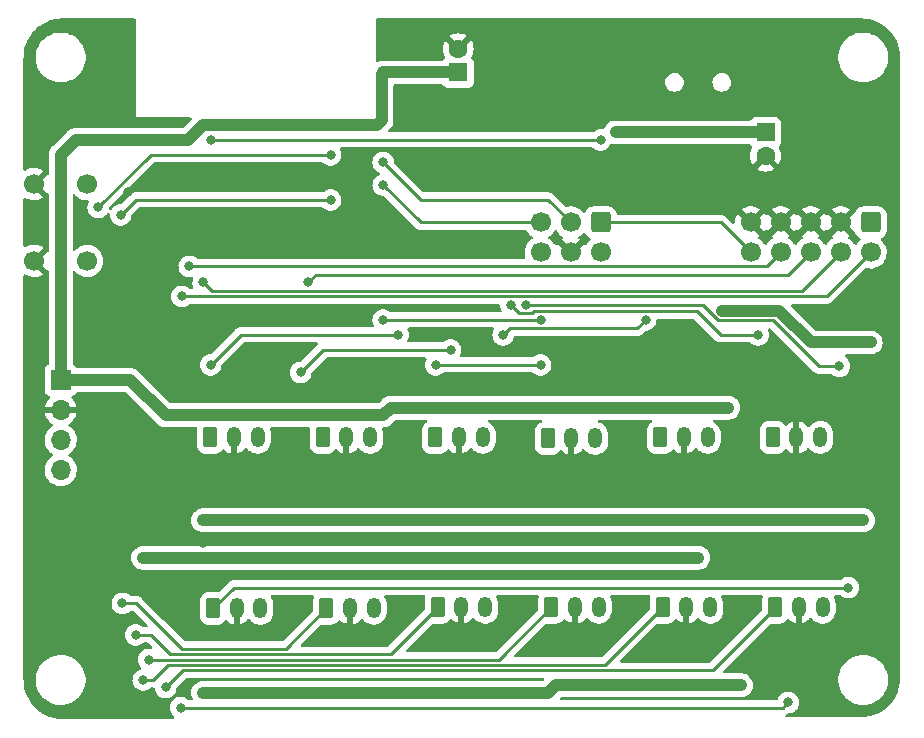
<source format=gbl>
%TF.GenerationSoftware,KiCad,Pcbnew,(6.0.0)*%
%TF.CreationDate,2022-03-13T20:46:10-04:00*%
%TF.ProjectId,simple_button_breakout,73696d70-6c65-45f6-9275-74746f6e5f62,rev?*%
%TF.SameCoordinates,Original*%
%TF.FileFunction,Copper,L2,Bot*%
%TF.FilePolarity,Positive*%
%FSLAX46Y46*%
G04 Gerber Fmt 4.6, Leading zero omitted, Abs format (unit mm)*
G04 Created by KiCad (PCBNEW (6.0.0)) date 2022-03-13 20:46:10*
%MOMM*%
%LPD*%
G01*
G04 APERTURE LIST*
G04 Aperture macros list*
%AMRoundRect*
0 Rectangle with rounded corners*
0 $1 Rounding radius*
0 $2 $3 $4 $5 $6 $7 $8 $9 X,Y pos of 4 corners*
0 Add a 4 corners polygon primitive as box body*
4,1,4,$2,$3,$4,$5,$6,$7,$8,$9,$2,$3,0*
0 Add four circle primitives for the rounded corners*
1,1,$1+$1,$2,$3*
1,1,$1+$1,$4,$5*
1,1,$1+$1,$6,$7*
1,1,$1+$1,$8,$9*
0 Add four rect primitives between the rounded corners*
20,1,$1+$1,$2,$3,$4,$5,0*
20,1,$1+$1,$4,$5,$6,$7,0*
20,1,$1+$1,$6,$7,$8,$9,0*
20,1,$1+$1,$8,$9,$2,$3,0*%
G04 Aperture macros list end*
%TA.AperFunction,ComponentPad*%
%ADD10R,1.600000X1.600000*%
%TD*%
%TA.AperFunction,ComponentPad*%
%ADD11C,1.600000*%
%TD*%
%TA.AperFunction,ComponentPad*%
%ADD12RoundRect,0.250000X-0.350000X-0.625000X0.350000X-0.625000X0.350000X0.625000X-0.350000X0.625000X0*%
%TD*%
%TA.AperFunction,ComponentPad*%
%ADD13O,1.200000X1.750000*%
%TD*%
%TA.AperFunction,ComponentPad*%
%ADD14C,1.700000*%
%TD*%
%TA.AperFunction,ComponentPad*%
%ADD15R,1.700000X1.700000*%
%TD*%
%TA.AperFunction,ComponentPad*%
%ADD16O,1.700000X1.700000*%
%TD*%
%TA.AperFunction,ComponentPad*%
%ADD17RoundRect,0.250000X-0.600000X0.600000X-0.600000X-0.600000X0.600000X-0.600000X0.600000X0.600000X0*%
%TD*%
%TA.AperFunction,ViaPad*%
%ADD18C,0.800000*%
%TD*%
%TA.AperFunction,Conductor*%
%ADD19C,1.000000*%
%TD*%
%TA.AperFunction,Conductor*%
%ADD20C,0.250000*%
%TD*%
G04 APERTURE END LIST*
D10*
%TO.P,C4,1*%
%TO.N,+5V*%
X62230000Y-6350000D03*
D11*
%TO.P,C4,2*%
%TO.N,GND*%
X62230000Y-8350000D03*
%TD*%
D12*
%TO.P,J6,1,Pin_1*%
%TO.N,/ESP_IO16*%
X34264000Y-32173000D03*
D13*
%TO.P,J6,2,Pin_2*%
%TO.N,GND*%
X36264000Y-32173000D03*
%TO.P,J6,3,Pin_3*%
%TO.N,Net-(J6-Pad3)*%
X38264000Y-32173000D03*
%TD*%
D14*
%TO.P,SW1,1,1*%
%TO.N,GND*%
X290000Y-17220000D03*
%TO.P,SW1,2,2*%
X290000Y-10720000D03*
%TO.P,SW1,3,K*%
%TO.N,/ESP_EN*%
X4790000Y-17220000D03*
%TO.P,SW1,4,A*%
X4790000Y-10720000D03*
%TD*%
D15*
%TO.P,J2,1,Pin_1*%
%TO.N,+3V3*%
X2540000Y-27305000D03*
D16*
%TO.P,J2,2,Pin_2*%
%TO.N,GND*%
X2540000Y-29845000D03*
%TO.P,J2,3,Pin_3*%
%TO.N,/ESP_IO22*%
X2540000Y-32385000D03*
%TO.P,J2,4,Pin_4*%
%TO.N,/ESP_IO21*%
X2540000Y-34925000D03*
%TD*%
D12*
%TO.P,J13,1,Pin_1*%
%TO.N,/ESP_IO27*%
X44089000Y-46552000D03*
D13*
%TO.P,J13,2,Pin_2*%
%TO.N,GND*%
X46089000Y-46552000D03*
%TO.P,J13,3,Pin_3*%
%TO.N,Net-(J13-Pad3)*%
X48089000Y-46552000D03*
%TD*%
D12*
%TO.P,J4,1,Pin_1*%
%TO.N,/ESP_IO4*%
X15214000Y-32173000D03*
D13*
%TO.P,J4,2,Pin_2*%
%TO.N,GND*%
X17214000Y-32173000D03*
%TO.P,J4,3,Pin_3*%
%TO.N,Net-(J4-Pad3)*%
X19214000Y-32173000D03*
%TD*%
D12*
%TO.P,J8,1,Pin_1*%
%TO.N,/ESP_IO18*%
X53314000Y-32173000D03*
D13*
%TO.P,J8,2,Pin_2*%
%TO.N,GND*%
X55314000Y-32173000D03*
%TO.P,J8,3,Pin_3*%
%TO.N,Net-(J8-Pad3)*%
X57314000Y-32173000D03*
%TD*%
D12*
%TO.P,J10,1,Pin_1*%
%TO.N,/ESP_IO23*%
X15443000Y-46653000D03*
D13*
%TO.P,J10,2,Pin_2*%
%TO.N,GND*%
X17443000Y-46653000D03*
%TO.P,J10,3,Pin_3*%
%TO.N,Net-(J10-Pad3)*%
X19443000Y-46653000D03*
%TD*%
D10*
%TO.P,C5,1*%
%TO.N,+3V3*%
X36195000Y-1270000D03*
D11*
%TO.P,C5,2*%
%TO.N,GND*%
X36195000Y730000D03*
%TD*%
D12*
%TO.P,J15,1,Pin_1*%
%TO.N,/ESP_IO33*%
X63044000Y-46552000D03*
D13*
%TO.P,J15,2,Pin_2*%
%TO.N,GND*%
X65044000Y-46552000D03*
%TO.P,J15,3,Pin_3*%
%TO.N,Net-(J15-Pad3)*%
X67044000Y-46552000D03*
%TD*%
D12*
%TO.P,J14,1,Pin_1*%
%TO.N,/ESP_IO32*%
X53519000Y-46552000D03*
D13*
%TO.P,J14,2,Pin_2*%
%TO.N,GND*%
X55519000Y-46552000D03*
%TO.P,J14,3,Pin_3*%
%TO.N,Net-(J14-Pad3)*%
X57519000Y-46552000D03*
%TD*%
D12*
%TO.P,J5,1,Pin_1*%
%TO.N,/ESP_IO5*%
X24739000Y-32173000D03*
D13*
%TO.P,J5,2,Pin_2*%
%TO.N,GND*%
X26739000Y-32173000D03*
%TO.P,J5,3,Pin_3*%
%TO.N,Net-(J5-Pad3)*%
X28739000Y-32173000D03*
%TD*%
D12*
%TO.P,J11,1,Pin_1*%
%TO.N,/ESP_IO25*%
X25039000Y-46637000D03*
D13*
%TO.P,J11,2,Pin_2*%
%TO.N,GND*%
X27039000Y-46637000D03*
%TO.P,J11,3,Pin_3*%
%TO.N,Net-(J11-Pad3)*%
X29039000Y-46637000D03*
%TD*%
D17*
%TO.P,J3,1,Pin_1*%
%TO.N,/ESP_EN*%
X48260000Y-13970000D03*
D14*
%TO.P,J3,2,Pin_2*%
%TO.N,+5V*%
X48260000Y-16510000D03*
%TO.P,J3,3,Pin_3*%
%TO.N,/ESP_IO1*%
X45720000Y-13970000D03*
%TO.P,J3,4,Pin_4*%
%TO.N,GND*%
X45720000Y-16510000D03*
%TO.P,J3,5,Pin_5*%
%TO.N,/ESP_IO3*%
X43180000Y-13970000D03*
%TO.P,J3,6,Pin_6*%
%TO.N,/ESP_IO0*%
X43180000Y-16510000D03*
%TD*%
D17*
%TO.P,J1,1,Pin_1*%
%TO.N,+5V*%
X71120000Y-13970000D03*
D14*
%TO.P,J1,2,Pin_2*%
%TO.N,/ESP_IO14*%
X71120000Y-16510000D03*
%TO.P,J1,3,Pin_3*%
%TO.N,GND*%
X68580000Y-13970000D03*
%TO.P,J1,4,Pin_4*%
%TO.N,/ESP_IO13*%
X68580000Y-16510000D03*
%TO.P,J1,5,Pin_5*%
%TO.N,GND*%
X66040000Y-13970000D03*
%TO.P,J1,6,Pin_6*%
%TO.N,/ESP_IO15*%
X66040000Y-16510000D03*
%TO.P,J1,7,Pin_7*%
%TO.N,GND*%
X63500000Y-13970000D03*
%TO.P,J1,8,Pin_8*%
%TO.N,/ESP_IO12*%
X63500000Y-16510000D03*
%TO.P,J1,9,Pin_9*%
%TO.N,GND*%
X60960000Y-13970000D03*
%TO.P,J1,10,Pin_10*%
%TO.N,/ESP_EN*%
X60960000Y-16510000D03*
%TD*%
D12*
%TO.P,J7,1,Pin_1*%
%TO.N,/ESP_IO17*%
X43789000Y-32258000D03*
D13*
%TO.P,J7,2,Pin_2*%
%TO.N,GND*%
X45789000Y-32258000D03*
%TO.P,J7,3,Pin_3*%
%TO.N,Net-(J7-Pad3)*%
X47789000Y-32258000D03*
%TD*%
D12*
%TO.P,J12,1,Pin_1*%
%TO.N,/ESP_IO26*%
X34469000Y-46552000D03*
D13*
%TO.P,J12,2,Pin_2*%
%TO.N,GND*%
X36469000Y-46552000D03*
%TO.P,J12,3,Pin_3*%
%TO.N,Net-(J12-Pad3)*%
X38469000Y-46552000D03*
%TD*%
D12*
%TO.P,J9,1,Pin_1*%
%TO.N,/ESP_IO19*%
X62839000Y-32173000D03*
D13*
%TO.P,J9,2,Pin_2*%
%TO.N,GND*%
X64839000Y-32173000D03*
%TO.P,J9,3,Pin_3*%
%TO.N,Net-(J9-Pad3)*%
X66839000Y-32173000D03*
%TD*%
D18*
%TO.N,+5V*%
X33655000Y-53786000D03*
X52705000Y-53151000D03*
X14605000Y-39181000D03*
X43815000Y-53786000D03*
X24130000Y-53786000D03*
X33655000Y-39181000D03*
X24130000Y-39181000D03*
X60136000Y-53151000D03*
X52705000Y-39181000D03*
X70485000Y-39181000D03*
X14605000Y-53786000D03*
X62865000Y-39181000D03*
X49530000Y-6350000D03*
X43180000Y-39181000D03*
%TO.N,GND*%
X8255000Y-11430000D03*
X14605000Y-41086000D03*
%TO.N,/ESP_EN*%
X48260000Y-6985000D03*
X15240000Y-6985000D03*
%TO.N,+3V3*%
X66040000Y-24130000D03*
X46990000Y-42356000D03*
X11430000Y-30291000D03*
X40005000Y-29656000D03*
X48895000Y-29656000D03*
X20955000Y-30291000D03*
X27940000Y-42356000D03*
X37465000Y-42356000D03*
X71120000Y-24130000D03*
X58570000Y-21440000D03*
X9525000Y-42356000D03*
X30480000Y-29656000D03*
X56515000Y-42356000D03*
X59055000Y-29656000D03*
X13335000Y-6985000D03*
X19050000Y-42356000D03*
%TO.N,/ESP_IO4*%
X12700000Y-55056000D03*
X31115000Y-23495000D03*
X64135000Y-54610000D03*
X15240000Y-26035000D03*
%TO.N,/ESP_IO5*%
X35560000Y-24765000D03*
X22860000Y-26670000D03*
%TO.N,/ESP_IO17*%
X43180000Y-26035000D03*
X34290000Y-26035000D03*
%TO.N,/ESP_IO18*%
X52070000Y-22225000D03*
X40005000Y-23495000D03*
%TO.N,/ESP_IO19*%
X40640000Y-20955000D03*
X61595000Y-23495000D03*
%TO.N,/ESP_IO23*%
X68475000Y-26140000D03*
X69215000Y-44896000D03*
X41910000Y-20955000D03*
%TO.N,/ESP_IO25*%
X7762591Y-46212409D03*
%TO.N,/ESP_IO26*%
X8890000Y-48895000D03*
%TO.N,/ESP_IO27*%
X9978040Y-50981960D03*
%TO.N,/ESP_IO32*%
X9525000Y-52705000D03*
%TO.N,/ESP_IO33*%
X11430000Y-53340000D03*
%TO.N,/ESP_IO14*%
X12795969Y-20224031D03*
%TO.N,/ESP_IO13*%
X14605000Y-19050000D03*
%TO.N,/ESP_IO15*%
X23495000Y-19050000D03*
%TO.N,/ESP_IO12*%
X13430489Y-17684511D03*
%TO.N,/ESP_IO22*%
X25400000Y-8255000D03*
X5715000Y-12700000D03*
%TO.N,/ESP_IO21*%
X25400000Y-12065000D03*
X7620000Y-13335000D03*
%TO.N,/ESP_IO1*%
X29845000Y-8890000D03*
%TO.N,/ESP_IO3*%
X29845000Y-10795000D03*
%TO.N,/ESP_IO0*%
X43180000Y-22225000D03*
X29845000Y-22225000D03*
%TD*%
D19*
%TO.N,+5V*%
X44450000Y-53151000D02*
X43815000Y-53786000D01*
X52705000Y-39181000D02*
X62865000Y-39181000D01*
X33655000Y-53786000D02*
X24130000Y-53786000D01*
X52705000Y-53151000D02*
X60136000Y-53151000D01*
X14605000Y-39181000D02*
X24130000Y-39181000D01*
X24130000Y-39181000D02*
X33655000Y-39181000D01*
X24130000Y-53786000D02*
X14605000Y-53786000D01*
X43180000Y-39181000D02*
X52705000Y-39181000D01*
X43815000Y-53786000D02*
X33655000Y-53786000D01*
X49530000Y-6350000D02*
X62230000Y-6350000D01*
X33655000Y-39181000D02*
X43180000Y-39181000D01*
X52705000Y-53151000D02*
X44450000Y-53151000D01*
X70485000Y-39181000D02*
X62865000Y-39181000D01*
D20*
%TO.N,/ESP_EN*%
X15240000Y-6985000D02*
X48260000Y-6985000D01*
X48260000Y-13970000D02*
X58420000Y-13970000D01*
X58420000Y-13970000D02*
X60960000Y-16510000D01*
D19*
%TO.N,+3V3*%
X46990000Y-42356000D02*
X37465000Y-42356000D01*
X56515000Y-42356000D02*
X46990000Y-42356000D01*
X2540000Y-10160000D02*
X2540000Y-27305000D01*
X20955000Y-30291000D02*
X29845000Y-30291000D01*
X8444000Y-27305000D02*
X11430000Y-30291000D01*
X29282136Y-5715000D02*
X14605000Y-5715000D01*
X48895000Y-29656000D02*
X59055000Y-29656000D01*
X40005000Y-29656000D02*
X48895000Y-29656000D01*
X14605000Y-5715000D02*
X13335000Y-6985000D01*
X27940000Y-42356000D02*
X19050000Y-42356000D01*
X29710020Y-5287116D02*
X29282136Y-5715000D01*
X30480000Y-29656000D02*
X40005000Y-29656000D01*
X29710020Y-1404980D02*
X29710020Y-5287116D01*
X71120000Y-24130000D02*
X66040000Y-24130000D01*
X37465000Y-42356000D02*
X27940000Y-42356000D01*
X29845000Y-1270000D02*
X29710020Y-1404980D01*
X2540000Y-27305000D02*
X8444000Y-27305000D01*
X58570000Y-21440000D02*
X63350000Y-21440000D01*
X63350000Y-21440000D02*
X66040000Y-24130000D01*
X2540000Y-8255000D02*
X2540000Y-10160000D01*
X3810000Y-6985000D02*
X2540000Y-8255000D01*
X11430000Y-30291000D02*
X20955000Y-30291000D01*
X29845000Y-30291000D02*
X30480000Y-29656000D01*
X29845000Y-1270000D02*
X36195000Y-1270000D01*
X13335000Y-6985000D02*
X3810000Y-6985000D01*
X19050000Y-42356000D02*
X9525000Y-42356000D01*
D20*
%TO.N,/ESP_IO4*%
X64135000Y-54610000D02*
X63689000Y-55056000D01*
X63689000Y-55056000D02*
X12700000Y-55056000D01*
X17780000Y-23495000D02*
X15240000Y-26035000D01*
X31115000Y-23495000D02*
X17780000Y-23495000D01*
%TO.N,/ESP_IO5*%
X35560000Y-24765000D02*
X24765000Y-24765000D01*
X24765000Y-24765000D02*
X22860000Y-26670000D01*
%TO.N,/ESP_IO17*%
X34290000Y-26035000D02*
X43180000Y-26035000D01*
%TO.N,/ESP_IO18*%
X52070000Y-22225000D02*
X51345489Y-22949511D01*
X51345489Y-22949511D02*
X40550489Y-22949511D01*
X40550489Y-22949511D02*
X40005000Y-23495000D01*
%TO.N,/ESP_IO19*%
X42455489Y-21679511D02*
X41364511Y-21679511D01*
X41364511Y-21679511D02*
X40640000Y-20955000D01*
X61595000Y-23495000D02*
X58420000Y-23495000D01*
X42634511Y-21500489D02*
X42455489Y-21679511D01*
X58420000Y-23495000D02*
X56425489Y-21500489D01*
X56425489Y-21500489D02*
X42634511Y-21500489D01*
%TO.N,/ESP_IO23*%
X62865000Y-22264520D02*
X58228473Y-22264520D01*
X15443000Y-46653000D02*
X17200000Y-44896000D01*
X17200000Y-44896000D02*
X69215000Y-44896000D01*
X56918953Y-20955000D02*
X41910000Y-20955000D01*
X58228473Y-22264520D02*
X56918953Y-20955000D01*
X68475000Y-26140000D02*
X66740480Y-26140000D01*
X66740480Y-26140000D02*
X62865000Y-22264520D01*
%TO.N,/ESP_IO25*%
X12806920Y-50082920D02*
X8936409Y-46212409D01*
X8936409Y-46212409D02*
X7762591Y-46212409D01*
X21593080Y-50082920D02*
X12806920Y-50082920D01*
X25039000Y-46637000D02*
X21593080Y-50082920D01*
%TO.N,/ESP_IO26*%
X8890000Y-48895000D02*
X10160000Y-48895000D01*
X10160000Y-48895000D02*
X11797440Y-50532440D01*
X34469000Y-46552000D02*
X30488560Y-50532440D01*
X30488560Y-50532440D02*
X11797440Y-50532440D01*
%TO.N,/ESP_IO27*%
X44089000Y-46552000D02*
X39659040Y-50981960D01*
X39659040Y-50981960D02*
X9978040Y-50981960D01*
%TO.N,/ESP_IO32*%
X9525000Y-52705000D02*
X10341960Y-52705000D01*
X10341960Y-52705000D02*
X11615480Y-51431480D01*
X48639520Y-51431480D02*
X53519000Y-46552000D01*
X11615480Y-51431480D02*
X48639520Y-51431480D01*
%TO.N,/ESP_IO33*%
X63044000Y-46552000D02*
X63044000Y-46622000D01*
X57785000Y-51881000D02*
X13146000Y-51881000D01*
X13146000Y-51881000D02*
X12889000Y-51881000D01*
X12889000Y-51881000D02*
X11430000Y-53340000D01*
X63044000Y-46622000D02*
X57785000Y-51881000D01*
%TO.N,/ESP_IO14*%
X14700969Y-20224031D02*
X12795969Y-20224031D01*
X71120000Y-16510000D02*
X67405969Y-20224031D01*
X67405969Y-20224031D02*
X14065969Y-20224031D01*
%TO.N,/ESP_IO13*%
X65315489Y-19774511D02*
X15329511Y-19774511D01*
X15329511Y-19774511D02*
X14605000Y-19050000D01*
X68580000Y-16510000D02*
X65315489Y-19774511D01*
%TO.N,/ESP_IO15*%
X66040000Y-16510000D02*
X64135000Y-18415000D01*
X24130000Y-18415000D02*
X23495000Y-19050000D01*
X64135000Y-18415000D02*
X24130000Y-18415000D01*
%TO.N,/ESP_IO12*%
X62325489Y-17684511D02*
X13430489Y-17684511D01*
X63500000Y-16510000D02*
X62325489Y-17684511D01*
%TO.N,/ESP_IO22*%
X25400000Y-8255000D02*
X10160000Y-8255000D01*
X10160000Y-8255000D02*
X5715000Y-12700000D01*
%TO.N,/ESP_IO21*%
X25400000Y-12065000D02*
X8890000Y-12065000D01*
X8890000Y-12065000D02*
X7620000Y-13335000D01*
%TO.N,/ESP_IO1*%
X33020000Y-12065000D02*
X29845000Y-8890000D01*
X43815000Y-12065000D02*
X33020000Y-12065000D01*
X45720000Y-13970000D02*
X43815000Y-12065000D01*
%TO.N,/ESP_IO3*%
X43180000Y-13970000D02*
X33020000Y-13970000D01*
X33020000Y-13970000D02*
X29845000Y-10795000D01*
%TO.N,/ESP_IO0*%
X43180000Y-22225000D02*
X29845000Y-22225000D01*
%TD*%
%TA.AperFunction,Conductor*%
%TO.N,GND*%
G36*
X8832121Y3281998D02*
G01*
X8878614Y3228342D01*
X8890000Y3176000D01*
X8890000Y-5080000D01*
X13509574Y-5080000D01*
X13577695Y-5100002D01*
X13624188Y-5153658D01*
X13634292Y-5223932D01*
X13604798Y-5288512D01*
X13598670Y-5295095D01*
X12954171Y-5939595D01*
X12891858Y-5973620D01*
X12865075Y-5976500D01*
X3871842Y-5976500D01*
X3858235Y-5975763D01*
X3826737Y-5972341D01*
X3826732Y-5972341D01*
X3820611Y-5971676D01*
X3802611Y-5973251D01*
X3770609Y-5976050D01*
X3765784Y-5976379D01*
X3763313Y-5976500D01*
X3760231Y-5976500D01*
X3737763Y-5978703D01*
X3717489Y-5980691D01*
X3716174Y-5980813D01*
X3683913Y-5983636D01*
X3623587Y-5988913D01*
X3618468Y-5990400D01*
X3613167Y-5990920D01*
X3524194Y-6017782D01*
X3523054Y-6018120D01*
X3433663Y-6044091D01*
X3428929Y-6046545D01*
X3423831Y-6048084D01*
X3418387Y-6050978D01*
X3418386Y-6050979D01*
X3341831Y-6091684D01*
X3340663Y-6092298D01*
X3291276Y-6117898D01*
X3258074Y-6135108D01*
X3253911Y-6138431D01*
X3249204Y-6140934D01*
X3177082Y-6199755D01*
X3176226Y-6200446D01*
X3137027Y-6231738D01*
X3134523Y-6234242D01*
X3133805Y-6234884D01*
X3129472Y-6238585D01*
X3095938Y-6265935D01*
X3092011Y-6270682D01*
X3092009Y-6270684D01*
X3066713Y-6301262D01*
X3058723Y-6310042D01*
X1870621Y-7498145D01*
X1860478Y-7507247D01*
X1830975Y-7530968D01*
X1827008Y-7535696D01*
X1798709Y-7569421D01*
X1795528Y-7573069D01*
X1793885Y-7574881D01*
X1791691Y-7577075D01*
X1764358Y-7610349D01*
X1763696Y-7611147D01*
X1703846Y-7682474D01*
X1701278Y-7687144D01*
X1697897Y-7691261D01*
X1683530Y-7718056D01*
X1654023Y-7773086D01*
X1653394Y-7774245D01*
X1611538Y-7850381D01*
X1611535Y-7850389D01*
X1608567Y-7855787D01*
X1606955Y-7860869D01*
X1604438Y-7865563D01*
X1577238Y-7954531D01*
X1576918Y-7955559D01*
X1548765Y-8044306D01*
X1548171Y-8049602D01*
X1546613Y-8054698D01*
X1539220Y-8127481D01*
X1537218Y-8147187D01*
X1537089Y-8148393D01*
X1531500Y-8198227D01*
X1531500Y-8201754D01*
X1531445Y-8202739D01*
X1530998Y-8208419D01*
X1526626Y-8251462D01*
X1527206Y-8257593D01*
X1530941Y-8297109D01*
X1531500Y-8308967D01*
X1531500Y-9832813D01*
X1511498Y-9900934D01*
X1457842Y-9947427D01*
X1437650Y-9950361D01*
X1402812Y-9966398D01*
X662022Y-10707188D01*
X654408Y-10721132D01*
X654539Y-10722965D01*
X658790Y-10729580D01*
X1400474Y-11471264D01*
X1430172Y-11487481D01*
X1465884Y-11495249D01*
X1516087Y-11545451D01*
X1531500Y-11605838D01*
X1531500Y-16332813D01*
X1511498Y-16400934D01*
X1457842Y-16447427D01*
X1437650Y-16450361D01*
X1402812Y-16466398D01*
X662022Y-17207188D01*
X654408Y-17221132D01*
X654539Y-17222965D01*
X658790Y-17229580D01*
X1400474Y-17971264D01*
X1430172Y-17987481D01*
X1465884Y-17995249D01*
X1516087Y-18045451D01*
X1531500Y-18105838D01*
X1531500Y-25883991D01*
X1511498Y-25952112D01*
X1457842Y-25998605D01*
X1452306Y-26000903D01*
X1451704Y-26001232D01*
X1443295Y-26004385D01*
X1326739Y-26091739D01*
X1239385Y-26208295D01*
X1188255Y-26344684D01*
X1181500Y-26406866D01*
X1181500Y-28203134D01*
X1188255Y-28265316D01*
X1239385Y-28401705D01*
X1326739Y-28518261D01*
X1443295Y-28605615D01*
X1451704Y-28608767D01*
X1451705Y-28608768D01*
X1560960Y-28649726D01*
X1617725Y-28692367D01*
X1642425Y-28758929D01*
X1627218Y-28828278D01*
X1607825Y-28854759D01*
X1484590Y-28983717D01*
X1478104Y-28991727D01*
X1358098Y-29167649D01*
X1353000Y-29176623D01*
X1263338Y-29369783D01*
X1259775Y-29379470D01*
X1204389Y-29579183D01*
X1205912Y-29587607D01*
X1218292Y-29591000D01*
X3858344Y-29591000D01*
X3871875Y-29587027D01*
X3873180Y-29577947D01*
X3831214Y-29410875D01*
X3827894Y-29401124D01*
X3742972Y-29205814D01*
X3738105Y-29196739D01*
X3622426Y-29017926D01*
X3616136Y-29009757D01*
X3472293Y-28851677D01*
X3441241Y-28787831D01*
X3449635Y-28717333D01*
X3494812Y-28662564D01*
X3521256Y-28648895D01*
X3628297Y-28608767D01*
X3636705Y-28605615D01*
X3753261Y-28518261D01*
X3840615Y-28401705D01*
X3843767Y-28393296D01*
X3848077Y-28385425D01*
X3849741Y-28386336D01*
X3885663Y-28338510D01*
X3952224Y-28313807D01*
X3961009Y-28313500D01*
X7974075Y-28313500D01*
X8042196Y-28333502D01*
X8063170Y-28350405D01*
X10673145Y-30960379D01*
X10682247Y-30970522D01*
X10705968Y-31000025D01*
X10735929Y-31025165D01*
X10744421Y-31032291D01*
X10748069Y-31035472D01*
X10749881Y-31037115D01*
X10752075Y-31039309D01*
X10785349Y-31066642D01*
X10786147Y-31067304D01*
X10857474Y-31127154D01*
X10862144Y-31129722D01*
X10866261Y-31133103D01*
X10927480Y-31165928D01*
X10948120Y-31176995D01*
X10949250Y-31177608D01*
X10970643Y-31189369D01*
X11025389Y-31219466D01*
X11025394Y-31219468D01*
X11030787Y-31222433D01*
X11035865Y-31224044D01*
X11040563Y-31226563D01*
X11129498Y-31253753D01*
X11130702Y-31254128D01*
X11219306Y-31282235D01*
X11224597Y-31282828D01*
X11229698Y-31284388D01*
X11322311Y-31293795D01*
X11323431Y-31293915D01*
X11373227Y-31299500D01*
X11376756Y-31299500D01*
X11377739Y-31299555D01*
X11383426Y-31300003D01*
X11403683Y-31302060D01*
X11420336Y-31303752D01*
X11420339Y-31303752D01*
X11426463Y-31304374D01*
X11472112Y-31300059D01*
X11483969Y-31299500D01*
X13986227Y-31299500D01*
X14054348Y-31319502D01*
X14100841Y-31373158D01*
X14111571Y-31438342D01*
X14106846Y-31484466D01*
X14105500Y-31497600D01*
X14105500Y-32848400D01*
X14105837Y-32851646D01*
X14105837Y-32851650D01*
X14114657Y-32936650D01*
X14116474Y-32954166D01*
X14118655Y-32960702D01*
X14118655Y-32960704D01*
X14158029Y-33078722D01*
X14172450Y-33121946D01*
X14265522Y-33272348D01*
X14390697Y-33397305D01*
X14396927Y-33401145D01*
X14396928Y-33401146D01*
X14534090Y-33485694D01*
X14541262Y-33490115D01*
X14577942Y-33502281D01*
X14702611Y-33543632D01*
X14702613Y-33543632D01*
X14709139Y-33545797D01*
X14715975Y-33546497D01*
X14715978Y-33546498D01*
X14754386Y-33550433D01*
X14813600Y-33556500D01*
X15614400Y-33556500D01*
X15617646Y-33556163D01*
X15617650Y-33556163D01*
X15713308Y-33546238D01*
X15713312Y-33546237D01*
X15720166Y-33545526D01*
X15726702Y-33543345D01*
X15726704Y-33543345D01*
X15873337Y-33494424D01*
X15887946Y-33489550D01*
X16038348Y-33396478D01*
X16163305Y-33271303D01*
X16167627Y-33264292D01*
X16195355Y-33219310D01*
X16248127Y-33171817D01*
X16318199Y-33160395D01*
X16383323Y-33188669D01*
X16401702Y-33207597D01*
X16404262Y-33210856D01*
X16412499Y-33219506D01*
X16563123Y-33350212D01*
X16572847Y-33357147D01*
X16745467Y-33457010D01*
X16756331Y-33461984D01*
X16944727Y-33527407D01*
X16945716Y-33527648D01*
X16956008Y-33526180D01*
X16960000Y-33512615D01*
X16960000Y-32045000D01*
X16980002Y-31976879D01*
X17033658Y-31930386D01*
X17086000Y-31919000D01*
X17342000Y-31919000D01*
X17410121Y-31939002D01*
X17456614Y-31992658D01*
X17468000Y-32045000D01*
X17468000Y-33508402D01*
X17471973Y-33521933D01*
X17481399Y-33523288D01*
X17570537Y-33501806D01*
X17581832Y-33497917D01*
X17763382Y-33415371D01*
X17773724Y-33409424D01*
X17936397Y-33294032D01*
X17945425Y-33286239D01*
X18083342Y-33142169D01*
X18090741Y-33132800D01*
X18108418Y-33105423D01*
X18162172Y-33059045D01*
X18232468Y-33049091D01*
X18296985Y-33078722D01*
X18313356Y-33095937D01*
X18407604Y-33215920D01*
X18412135Y-33219852D01*
X18412138Y-33219855D01*
X18509464Y-33304310D01*
X18567363Y-33354552D01*
X18572549Y-33357552D01*
X18572553Y-33357555D01*
X18706789Y-33435212D01*
X18750454Y-33460473D01*
X18950271Y-33529861D01*
X18956206Y-33530722D01*
X18956208Y-33530722D01*
X19153664Y-33559352D01*
X19153667Y-33559352D01*
X19159604Y-33560213D01*
X19370899Y-33550433D01*
X19502077Y-33518819D01*
X19570701Y-33502281D01*
X19570703Y-33502280D01*
X19576534Y-33500875D01*
X19581992Y-33498393D01*
X19581996Y-33498392D01*
X19734238Y-33429171D01*
X19769087Y-33413326D01*
X19927550Y-33300920D01*
X19936725Y-33294412D01*
X19936726Y-33294411D01*
X19941611Y-33290946D01*
X20087881Y-33138150D01*
X20202620Y-32960452D01*
X20249804Y-32843373D01*
X20279442Y-32769832D01*
X20279443Y-32769829D01*
X20281686Y-32764263D01*
X20322228Y-32556663D01*
X20322500Y-32551101D01*
X20322500Y-31845154D01*
X20307452Y-31687434D01*
X20247908Y-31484466D01*
X20245164Y-31479138D01*
X20242936Y-31473568D01*
X20245222Y-31472653D01*
X20233844Y-31413461D01*
X20260264Y-31347563D01*
X20318116Y-31306410D01*
X20359268Y-31299500D01*
X23511227Y-31299500D01*
X23579348Y-31319502D01*
X23625841Y-31373158D01*
X23636571Y-31438342D01*
X23631846Y-31484466D01*
X23630500Y-31497600D01*
X23630500Y-32848400D01*
X23630837Y-32851646D01*
X23630837Y-32851650D01*
X23639657Y-32936650D01*
X23641474Y-32954166D01*
X23643655Y-32960702D01*
X23643655Y-32960704D01*
X23683029Y-33078722D01*
X23697450Y-33121946D01*
X23790522Y-33272348D01*
X23915697Y-33397305D01*
X23921927Y-33401145D01*
X23921928Y-33401146D01*
X24059090Y-33485694D01*
X24066262Y-33490115D01*
X24102942Y-33502281D01*
X24227611Y-33543632D01*
X24227613Y-33543632D01*
X24234139Y-33545797D01*
X24240975Y-33546497D01*
X24240978Y-33546498D01*
X24279386Y-33550433D01*
X24338600Y-33556500D01*
X25139400Y-33556500D01*
X25142646Y-33556163D01*
X25142650Y-33556163D01*
X25238308Y-33546238D01*
X25238312Y-33546237D01*
X25245166Y-33545526D01*
X25251702Y-33543345D01*
X25251704Y-33543345D01*
X25398337Y-33494424D01*
X25412946Y-33489550D01*
X25563348Y-33396478D01*
X25688305Y-33271303D01*
X25692627Y-33264292D01*
X25720355Y-33219310D01*
X25773127Y-33171817D01*
X25843199Y-33160395D01*
X25908323Y-33188669D01*
X25926702Y-33207597D01*
X25929262Y-33210856D01*
X25937499Y-33219506D01*
X26088123Y-33350212D01*
X26097847Y-33357147D01*
X26270467Y-33457010D01*
X26281331Y-33461984D01*
X26469727Y-33527407D01*
X26470716Y-33527648D01*
X26481008Y-33526180D01*
X26485000Y-33512615D01*
X26485000Y-32045000D01*
X26505002Y-31976879D01*
X26558658Y-31930386D01*
X26611000Y-31919000D01*
X26867000Y-31919000D01*
X26935121Y-31939002D01*
X26981614Y-31992658D01*
X26993000Y-32045000D01*
X26993000Y-33508402D01*
X26996973Y-33521933D01*
X27006399Y-33523288D01*
X27095537Y-33501806D01*
X27106832Y-33497917D01*
X27288382Y-33415371D01*
X27298724Y-33409424D01*
X27461397Y-33294032D01*
X27470425Y-33286239D01*
X27608342Y-33142169D01*
X27615741Y-33132800D01*
X27633418Y-33105423D01*
X27687172Y-33059045D01*
X27757468Y-33049091D01*
X27821985Y-33078722D01*
X27838356Y-33095937D01*
X27932604Y-33215920D01*
X27937135Y-33219852D01*
X27937138Y-33219855D01*
X28034464Y-33304310D01*
X28092363Y-33354552D01*
X28097549Y-33357552D01*
X28097553Y-33357555D01*
X28231789Y-33435212D01*
X28275454Y-33460473D01*
X28475271Y-33529861D01*
X28481206Y-33530722D01*
X28481208Y-33530722D01*
X28678664Y-33559352D01*
X28678667Y-33559352D01*
X28684604Y-33560213D01*
X28895899Y-33550433D01*
X29027077Y-33518819D01*
X29095701Y-33502281D01*
X29095703Y-33502280D01*
X29101534Y-33500875D01*
X29106992Y-33498393D01*
X29106996Y-33498392D01*
X29259238Y-33429171D01*
X29294087Y-33413326D01*
X29452550Y-33300920D01*
X29461725Y-33294412D01*
X29461726Y-33294411D01*
X29466611Y-33290946D01*
X29612881Y-33138150D01*
X29727620Y-32960452D01*
X29774804Y-32843373D01*
X29804442Y-32769832D01*
X29804443Y-32769829D01*
X29806686Y-32764263D01*
X29847228Y-32556663D01*
X29847500Y-32551101D01*
X29847500Y-31845154D01*
X29832452Y-31687434D01*
X29772908Y-31484466D01*
X29770164Y-31479138D01*
X29767936Y-31473568D01*
X29770490Y-31472546D01*
X29759310Y-31414346D01*
X29785738Y-31348451D01*
X29843596Y-31307305D01*
X29873758Y-31300880D01*
X29884395Y-31299950D01*
X29889214Y-31299621D01*
X29891686Y-31299500D01*
X29894769Y-31299500D01*
X29906738Y-31298326D01*
X29937506Y-31295310D01*
X29938819Y-31295188D01*
X29983084Y-31291315D01*
X30031413Y-31287087D01*
X30036532Y-31285600D01*
X30041833Y-31285080D01*
X30130834Y-31258209D01*
X30131967Y-31257874D01*
X30215414Y-31233630D01*
X30215418Y-31233628D01*
X30221336Y-31231909D01*
X30226068Y-31229456D01*
X30231169Y-31227916D01*
X30255595Y-31214929D01*
X30313260Y-31184269D01*
X30314426Y-31183657D01*
X30391453Y-31143729D01*
X30396926Y-31140892D01*
X30401089Y-31137569D01*
X30405796Y-31135066D01*
X30477918Y-31076245D01*
X30478774Y-31075554D01*
X30517973Y-31044262D01*
X30520477Y-31041758D01*
X30521195Y-31041116D01*
X30525528Y-31037415D01*
X30559062Y-31010065D01*
X30588288Y-30974736D01*
X30596279Y-30965955D01*
X30860829Y-30701405D01*
X30923141Y-30667379D01*
X30949924Y-30664500D01*
X33457183Y-30664500D01*
X33525304Y-30684502D01*
X33571797Y-30738158D01*
X33581901Y-30808432D01*
X33552407Y-30873012D01*
X33523487Y-30897643D01*
X33439652Y-30949522D01*
X33314695Y-31074697D01*
X33310855Y-31080927D01*
X33310854Y-31080928D01*
X33246005Y-31186133D01*
X33221885Y-31225262D01*
X33197243Y-31299555D01*
X33169919Y-31381937D01*
X33166203Y-31393139D01*
X33155500Y-31497600D01*
X33155500Y-32848400D01*
X33155837Y-32851646D01*
X33155837Y-32851650D01*
X33164657Y-32936650D01*
X33166474Y-32954166D01*
X33168655Y-32960702D01*
X33168655Y-32960704D01*
X33208029Y-33078722D01*
X33222450Y-33121946D01*
X33315522Y-33272348D01*
X33440697Y-33397305D01*
X33446927Y-33401145D01*
X33446928Y-33401146D01*
X33584090Y-33485694D01*
X33591262Y-33490115D01*
X33627942Y-33502281D01*
X33752611Y-33543632D01*
X33752613Y-33543632D01*
X33759139Y-33545797D01*
X33765975Y-33546497D01*
X33765978Y-33546498D01*
X33804386Y-33550433D01*
X33863600Y-33556500D01*
X34664400Y-33556500D01*
X34667646Y-33556163D01*
X34667650Y-33556163D01*
X34763308Y-33546238D01*
X34763312Y-33546237D01*
X34770166Y-33545526D01*
X34776702Y-33543345D01*
X34776704Y-33543345D01*
X34923337Y-33494424D01*
X34937946Y-33489550D01*
X35088348Y-33396478D01*
X35213305Y-33271303D01*
X35217627Y-33264292D01*
X35245355Y-33219310D01*
X35298127Y-33171817D01*
X35368199Y-33160395D01*
X35433323Y-33188669D01*
X35451702Y-33207597D01*
X35454262Y-33210856D01*
X35462499Y-33219506D01*
X35613123Y-33350212D01*
X35622847Y-33357147D01*
X35795467Y-33457010D01*
X35806331Y-33461984D01*
X35994727Y-33527407D01*
X35995716Y-33527648D01*
X36006008Y-33526180D01*
X36010000Y-33512615D01*
X36010000Y-32045000D01*
X36030002Y-31976879D01*
X36083658Y-31930386D01*
X36136000Y-31919000D01*
X36392000Y-31919000D01*
X36460121Y-31939002D01*
X36506614Y-31992658D01*
X36518000Y-32045000D01*
X36518000Y-33508402D01*
X36521973Y-33521933D01*
X36531399Y-33523288D01*
X36620537Y-33501806D01*
X36631832Y-33497917D01*
X36813382Y-33415371D01*
X36823724Y-33409424D01*
X36986397Y-33294032D01*
X36995425Y-33286239D01*
X37133342Y-33142169D01*
X37140741Y-33132800D01*
X37158418Y-33105423D01*
X37212172Y-33059045D01*
X37282468Y-33049091D01*
X37346985Y-33078722D01*
X37363356Y-33095937D01*
X37457604Y-33215920D01*
X37462135Y-33219852D01*
X37462138Y-33219855D01*
X37559464Y-33304310D01*
X37617363Y-33354552D01*
X37622549Y-33357552D01*
X37622553Y-33357555D01*
X37756789Y-33435212D01*
X37800454Y-33460473D01*
X38000271Y-33529861D01*
X38006206Y-33530722D01*
X38006208Y-33530722D01*
X38203664Y-33559352D01*
X38203667Y-33559352D01*
X38209604Y-33560213D01*
X38420899Y-33550433D01*
X38552077Y-33518819D01*
X38620701Y-33502281D01*
X38620703Y-33502280D01*
X38626534Y-33500875D01*
X38631992Y-33498393D01*
X38631996Y-33498392D01*
X38784238Y-33429171D01*
X38819087Y-33413326D01*
X38977550Y-33300920D01*
X38986725Y-33294412D01*
X38986726Y-33294411D01*
X38991611Y-33290946D01*
X39137881Y-33138150D01*
X39252620Y-32960452D01*
X39299804Y-32843373D01*
X39329442Y-32769832D01*
X39329443Y-32769829D01*
X39331686Y-32764263D01*
X39372228Y-32556663D01*
X39372500Y-32551101D01*
X39372500Y-31845154D01*
X39357452Y-31687434D01*
X39297908Y-31484466D01*
X39250218Y-31391870D01*
X39203804Y-31301751D01*
X39203802Y-31301748D01*
X39201058Y-31296420D01*
X39070396Y-31130080D01*
X39065865Y-31126148D01*
X39065862Y-31126145D01*
X38915167Y-30995379D01*
X38910637Y-30991448D01*
X38905451Y-30988448D01*
X38905447Y-30988445D01*
X38751810Y-30899564D01*
X38702861Y-30848139D01*
X38689486Y-30778413D01*
X38715930Y-30712525D01*
X38773799Y-30671394D01*
X38814905Y-30664500D01*
X43169373Y-30664500D01*
X43237494Y-30684502D01*
X43283987Y-30738158D01*
X43294091Y-30808432D01*
X43264597Y-30873012D01*
X43209249Y-30910024D01*
X43115054Y-30941450D01*
X42964652Y-31034522D01*
X42959479Y-31039704D01*
X42932162Y-31067069D01*
X42839695Y-31159697D01*
X42835855Y-31165927D01*
X42835854Y-31165928D01*
X42755099Y-31296937D01*
X42746885Y-31310262D01*
X42691203Y-31478139D01*
X42690503Y-31484975D01*
X42690502Y-31484978D01*
X42689209Y-31497600D01*
X42680500Y-31582600D01*
X42680500Y-32933400D01*
X42680837Y-32936646D01*
X42680837Y-32936650D01*
X42686874Y-32994829D01*
X42691474Y-33039166D01*
X42693655Y-33045702D01*
X42693655Y-33045704D01*
X42731919Y-33160395D01*
X42747450Y-33206946D01*
X42840522Y-33357348D01*
X42965697Y-33482305D01*
X42971927Y-33486145D01*
X42971928Y-33486146D01*
X43109090Y-33570694D01*
X43116262Y-33575115D01*
X43184098Y-33597615D01*
X43277611Y-33628632D01*
X43277613Y-33628632D01*
X43284139Y-33630797D01*
X43290975Y-33631497D01*
X43290978Y-33631498D01*
X43329386Y-33635433D01*
X43388600Y-33641500D01*
X44189400Y-33641500D01*
X44192646Y-33641163D01*
X44192650Y-33641163D01*
X44288308Y-33631238D01*
X44288312Y-33631237D01*
X44295166Y-33630526D01*
X44301702Y-33628345D01*
X44301704Y-33628345D01*
X44445064Y-33580516D01*
X44462946Y-33574550D01*
X44613348Y-33481478D01*
X44738305Y-33356303D01*
X44742148Y-33350069D01*
X44770355Y-33304310D01*
X44823127Y-33256817D01*
X44893199Y-33245395D01*
X44958323Y-33273669D01*
X44976702Y-33292597D01*
X44979262Y-33295856D01*
X44987499Y-33304506D01*
X45138123Y-33435212D01*
X45147847Y-33442147D01*
X45320467Y-33542010D01*
X45331331Y-33546984D01*
X45519727Y-33612407D01*
X45520716Y-33612648D01*
X45531008Y-33611180D01*
X45535000Y-33597615D01*
X45535000Y-32130000D01*
X45555002Y-32061879D01*
X45608658Y-32015386D01*
X45661000Y-32004000D01*
X45917000Y-32004000D01*
X45985121Y-32024002D01*
X46031614Y-32077658D01*
X46043000Y-32130000D01*
X46043000Y-33593402D01*
X46046973Y-33606933D01*
X46056399Y-33608288D01*
X46145537Y-33586806D01*
X46156832Y-33582917D01*
X46338382Y-33500371D01*
X46348724Y-33494424D01*
X46511397Y-33379032D01*
X46520425Y-33371239D01*
X46658342Y-33227169D01*
X46665741Y-33217800D01*
X46683418Y-33190423D01*
X46737172Y-33144045D01*
X46807468Y-33134091D01*
X46871985Y-33163722D01*
X46888356Y-33180937D01*
X46982604Y-33300920D01*
X46987135Y-33304852D01*
X46987138Y-33304855D01*
X47092725Y-33396478D01*
X47142363Y-33439552D01*
X47147549Y-33442552D01*
X47147553Y-33442555D01*
X47261374Y-33508402D01*
X47325454Y-33545473D01*
X47525271Y-33614861D01*
X47531206Y-33615722D01*
X47531208Y-33615722D01*
X47728664Y-33644352D01*
X47728667Y-33644352D01*
X47734604Y-33645213D01*
X47945899Y-33635433D01*
X48077077Y-33603819D01*
X48145701Y-33587281D01*
X48145703Y-33587280D01*
X48151534Y-33585875D01*
X48156992Y-33583393D01*
X48156996Y-33583392D01*
X48321926Y-33508402D01*
X48344087Y-33498326D01*
X48493790Y-33392134D01*
X48511725Y-33379412D01*
X48511726Y-33379411D01*
X48516611Y-33375946D01*
X48662881Y-33223150D01*
X48777620Y-33045452D01*
X48841554Y-32886811D01*
X48854442Y-32854832D01*
X48854443Y-32854829D01*
X48856686Y-32849263D01*
X48897228Y-32641663D01*
X48897500Y-32636101D01*
X48897500Y-31930154D01*
X48882452Y-31772434D01*
X48822908Y-31569466D01*
X48812603Y-31549457D01*
X48728804Y-31386751D01*
X48728802Y-31386748D01*
X48726058Y-31381420D01*
X48595396Y-31215080D01*
X48590865Y-31211148D01*
X48590862Y-31211145D01*
X48440167Y-31080379D01*
X48435637Y-31076448D01*
X48430451Y-31073448D01*
X48430447Y-31073445D01*
X48268335Y-30979661D01*
X48252546Y-30970527D01*
X48076887Y-30909528D01*
X48019097Y-30868286D01*
X47992778Y-30802348D01*
X48006286Y-30732648D01*
X48055333Y-30681316D01*
X48118220Y-30664500D01*
X52507183Y-30664500D01*
X52575304Y-30684502D01*
X52621797Y-30738158D01*
X52631901Y-30808432D01*
X52602407Y-30873012D01*
X52573487Y-30897643D01*
X52489652Y-30949522D01*
X52364695Y-31074697D01*
X52360855Y-31080927D01*
X52360854Y-31080928D01*
X52296005Y-31186133D01*
X52271885Y-31225262D01*
X52247243Y-31299555D01*
X52219919Y-31381937D01*
X52216203Y-31393139D01*
X52205500Y-31497600D01*
X52205500Y-32848400D01*
X52205837Y-32851646D01*
X52205837Y-32851650D01*
X52214657Y-32936650D01*
X52216474Y-32954166D01*
X52218655Y-32960702D01*
X52218655Y-32960704D01*
X52258029Y-33078722D01*
X52272450Y-33121946D01*
X52365522Y-33272348D01*
X52490697Y-33397305D01*
X52496927Y-33401145D01*
X52496928Y-33401146D01*
X52634090Y-33485694D01*
X52641262Y-33490115D01*
X52677942Y-33502281D01*
X52802611Y-33543632D01*
X52802613Y-33543632D01*
X52809139Y-33545797D01*
X52815975Y-33546497D01*
X52815978Y-33546498D01*
X52854386Y-33550433D01*
X52913600Y-33556500D01*
X53714400Y-33556500D01*
X53717646Y-33556163D01*
X53717650Y-33556163D01*
X53813308Y-33546238D01*
X53813312Y-33546237D01*
X53820166Y-33545526D01*
X53826702Y-33543345D01*
X53826704Y-33543345D01*
X53973337Y-33494424D01*
X53987946Y-33489550D01*
X54138348Y-33396478D01*
X54263305Y-33271303D01*
X54267627Y-33264292D01*
X54295355Y-33219310D01*
X54348127Y-33171817D01*
X54418199Y-33160395D01*
X54483323Y-33188669D01*
X54501702Y-33207597D01*
X54504262Y-33210856D01*
X54512499Y-33219506D01*
X54663123Y-33350212D01*
X54672847Y-33357147D01*
X54845467Y-33457010D01*
X54856331Y-33461984D01*
X55044727Y-33527407D01*
X55045716Y-33527648D01*
X55056008Y-33526180D01*
X55060000Y-33512615D01*
X55060000Y-32045000D01*
X55080002Y-31976879D01*
X55133658Y-31930386D01*
X55186000Y-31919000D01*
X55442000Y-31919000D01*
X55510121Y-31939002D01*
X55556614Y-31992658D01*
X55568000Y-32045000D01*
X55568000Y-33508402D01*
X55571973Y-33521933D01*
X55581399Y-33523288D01*
X55670537Y-33501806D01*
X55681832Y-33497917D01*
X55863382Y-33415371D01*
X55873724Y-33409424D01*
X56036397Y-33294032D01*
X56045425Y-33286239D01*
X56183342Y-33142169D01*
X56190741Y-33132800D01*
X56208418Y-33105423D01*
X56262172Y-33059045D01*
X56332468Y-33049091D01*
X56396985Y-33078722D01*
X56413356Y-33095937D01*
X56507604Y-33215920D01*
X56512135Y-33219852D01*
X56512138Y-33219855D01*
X56609464Y-33304310D01*
X56667363Y-33354552D01*
X56672549Y-33357552D01*
X56672553Y-33357555D01*
X56806789Y-33435212D01*
X56850454Y-33460473D01*
X57050271Y-33529861D01*
X57056206Y-33530722D01*
X57056208Y-33530722D01*
X57253664Y-33559352D01*
X57253667Y-33559352D01*
X57259604Y-33560213D01*
X57470899Y-33550433D01*
X57602077Y-33518819D01*
X57670701Y-33502281D01*
X57670703Y-33502280D01*
X57676534Y-33500875D01*
X57681992Y-33498393D01*
X57681996Y-33498392D01*
X57834238Y-33429171D01*
X57869087Y-33413326D01*
X58027550Y-33300920D01*
X58036725Y-33294412D01*
X58036726Y-33294411D01*
X58041611Y-33290946D01*
X58187881Y-33138150D01*
X58302620Y-32960452D01*
X58347778Y-32848400D01*
X61730500Y-32848400D01*
X61730837Y-32851646D01*
X61730837Y-32851650D01*
X61739657Y-32936650D01*
X61741474Y-32954166D01*
X61743655Y-32960702D01*
X61743655Y-32960704D01*
X61783029Y-33078722D01*
X61797450Y-33121946D01*
X61890522Y-33272348D01*
X62015697Y-33397305D01*
X62021927Y-33401145D01*
X62021928Y-33401146D01*
X62159090Y-33485694D01*
X62166262Y-33490115D01*
X62202942Y-33502281D01*
X62327611Y-33543632D01*
X62327613Y-33543632D01*
X62334139Y-33545797D01*
X62340975Y-33546497D01*
X62340978Y-33546498D01*
X62379386Y-33550433D01*
X62438600Y-33556500D01*
X63239400Y-33556500D01*
X63242646Y-33556163D01*
X63242650Y-33556163D01*
X63338308Y-33546238D01*
X63338312Y-33546237D01*
X63345166Y-33545526D01*
X63351702Y-33543345D01*
X63351704Y-33543345D01*
X63498337Y-33494424D01*
X63512946Y-33489550D01*
X63663348Y-33396478D01*
X63788305Y-33271303D01*
X63792627Y-33264292D01*
X63820355Y-33219310D01*
X63873127Y-33171817D01*
X63943199Y-33160395D01*
X64008323Y-33188669D01*
X64026702Y-33207597D01*
X64029262Y-33210856D01*
X64037499Y-33219506D01*
X64188123Y-33350212D01*
X64197847Y-33357147D01*
X64370467Y-33457010D01*
X64381331Y-33461984D01*
X64569727Y-33527407D01*
X64570716Y-33527648D01*
X64581008Y-33526180D01*
X64585000Y-33512615D01*
X64585000Y-33508402D01*
X65093000Y-33508402D01*
X65096973Y-33521933D01*
X65106399Y-33523288D01*
X65195537Y-33501806D01*
X65206832Y-33497917D01*
X65388382Y-33415371D01*
X65398724Y-33409424D01*
X65561397Y-33294032D01*
X65570425Y-33286239D01*
X65708342Y-33142169D01*
X65715741Y-33132800D01*
X65733418Y-33105423D01*
X65787172Y-33059045D01*
X65857468Y-33049091D01*
X65921985Y-33078722D01*
X65938356Y-33095937D01*
X66032604Y-33215920D01*
X66037135Y-33219852D01*
X66037138Y-33219855D01*
X66134464Y-33304310D01*
X66192363Y-33354552D01*
X66197549Y-33357552D01*
X66197553Y-33357555D01*
X66331789Y-33435212D01*
X66375454Y-33460473D01*
X66575271Y-33529861D01*
X66581206Y-33530722D01*
X66581208Y-33530722D01*
X66778664Y-33559352D01*
X66778667Y-33559352D01*
X66784604Y-33560213D01*
X66995899Y-33550433D01*
X67127077Y-33518819D01*
X67195701Y-33502281D01*
X67195703Y-33502280D01*
X67201534Y-33500875D01*
X67206992Y-33498393D01*
X67206996Y-33498392D01*
X67359238Y-33429171D01*
X67394087Y-33413326D01*
X67552550Y-33300920D01*
X67561725Y-33294412D01*
X67561726Y-33294411D01*
X67566611Y-33290946D01*
X67712881Y-33138150D01*
X67827620Y-32960452D01*
X67874804Y-32843373D01*
X67904442Y-32769832D01*
X67904443Y-32769829D01*
X67906686Y-32764263D01*
X67947228Y-32556663D01*
X67947500Y-32551101D01*
X67947500Y-31845154D01*
X67932452Y-31687434D01*
X67872908Y-31484466D01*
X67825218Y-31391870D01*
X67778804Y-31301751D01*
X67778802Y-31301748D01*
X67776058Y-31296420D01*
X67645396Y-31130080D01*
X67640865Y-31126148D01*
X67640862Y-31126145D01*
X67490167Y-30995379D01*
X67485637Y-30991448D01*
X67480451Y-30988448D01*
X67480447Y-30988445D01*
X67307742Y-30888533D01*
X67302546Y-30885527D01*
X67102729Y-30816139D01*
X67096794Y-30815278D01*
X67096792Y-30815278D01*
X66899336Y-30786648D01*
X66899333Y-30786648D01*
X66893396Y-30785787D01*
X66682101Y-30795567D01*
X66572906Y-30821883D01*
X66482299Y-30843719D01*
X66482297Y-30843720D01*
X66476466Y-30845125D01*
X66471008Y-30847607D01*
X66471004Y-30847608D01*
X66380426Y-30888792D01*
X66283913Y-30932674D01*
X66204715Y-30988853D01*
X66133029Y-31039704D01*
X66111389Y-31055054D01*
X65965119Y-31207850D01*
X65961870Y-31212881D01*
X65961865Y-31212888D01*
X65943967Y-31240607D01*
X65890211Y-31286984D01*
X65819915Y-31296937D01*
X65755398Y-31267304D01*
X65739030Y-31250091D01*
X65648738Y-31135143D01*
X65640501Y-31126494D01*
X65489877Y-30995788D01*
X65480153Y-30988853D01*
X65307533Y-30888990D01*
X65296669Y-30884016D01*
X65108273Y-30818593D01*
X65107284Y-30818352D01*
X65096992Y-30819820D01*
X65093000Y-30833385D01*
X65093000Y-33508402D01*
X64585000Y-33508402D01*
X64585000Y-30837598D01*
X64581027Y-30824067D01*
X64571601Y-30822712D01*
X64482463Y-30844194D01*
X64471168Y-30848083D01*
X64289618Y-30930629D01*
X64279276Y-30936576D01*
X64116603Y-31051968D01*
X64107575Y-31059761D01*
X64020465Y-31150757D01*
X63958910Y-31186133D01*
X63888000Y-31182614D01*
X63830250Y-31141317D01*
X63822315Y-31129947D01*
X63787478Y-31073652D01*
X63755035Y-31041265D01*
X63667483Y-30953866D01*
X63662303Y-30948695D01*
X63656072Y-30944854D01*
X63517968Y-30859725D01*
X63517966Y-30859724D01*
X63511738Y-30855885D01*
X63403005Y-30819820D01*
X63350389Y-30802368D01*
X63350387Y-30802368D01*
X63343861Y-30800203D01*
X63337025Y-30799503D01*
X63337022Y-30799502D01*
X63293969Y-30795091D01*
X63239400Y-30789500D01*
X62438600Y-30789500D01*
X62435354Y-30789837D01*
X62435350Y-30789837D01*
X62339692Y-30799762D01*
X62339688Y-30799763D01*
X62332834Y-30800474D01*
X62326298Y-30802655D01*
X62326296Y-30802655D01*
X62262117Y-30824067D01*
X62165054Y-30856450D01*
X62014652Y-30949522D01*
X61889695Y-31074697D01*
X61885855Y-31080927D01*
X61885854Y-31080928D01*
X61821005Y-31186133D01*
X61796885Y-31225262D01*
X61772243Y-31299555D01*
X61744919Y-31381937D01*
X61741203Y-31393139D01*
X61730500Y-31497600D01*
X61730500Y-32848400D01*
X58347778Y-32848400D01*
X58349804Y-32843373D01*
X58379442Y-32769832D01*
X58379443Y-32769829D01*
X58381686Y-32764263D01*
X58422228Y-32556663D01*
X58422500Y-32551101D01*
X58422500Y-31845154D01*
X58407452Y-31687434D01*
X58347908Y-31484466D01*
X58300218Y-31391870D01*
X58253804Y-31301751D01*
X58253802Y-31301748D01*
X58251058Y-31296420D01*
X58120396Y-31130080D01*
X58115865Y-31126148D01*
X58115862Y-31126145D01*
X57965167Y-30995379D01*
X57960637Y-30991448D01*
X57955451Y-30988448D01*
X57955447Y-30988445D01*
X57801810Y-30899564D01*
X57752861Y-30848139D01*
X57739486Y-30778413D01*
X57765930Y-30712525D01*
X57823799Y-30671394D01*
X57864905Y-30664500D01*
X59104769Y-30664500D01*
X59107825Y-30664200D01*
X59107832Y-30664200D01*
X59166340Y-30658463D01*
X59251833Y-30650080D01*
X59257734Y-30648298D01*
X59257736Y-30648298D01*
X59331053Y-30626162D01*
X59441169Y-30592916D01*
X59615796Y-30500066D01*
X59702062Y-30429709D01*
X59764287Y-30378960D01*
X59764290Y-30378957D01*
X59769062Y-30375065D01*
X59772991Y-30370316D01*
X59891201Y-30227425D01*
X59891203Y-30227421D01*
X59895130Y-30222675D01*
X59989198Y-30048701D01*
X60047682Y-29859768D01*
X60068355Y-29663075D01*
X60050430Y-29466112D01*
X59994590Y-29276381D01*
X59987333Y-29262498D01*
X59905813Y-29106568D01*
X59902960Y-29101110D01*
X59779032Y-28946975D01*
X59772721Y-28941679D01*
X59734483Y-28909594D01*
X59627526Y-28819846D01*
X59622128Y-28816879D01*
X59622123Y-28816875D01*
X59459608Y-28727533D01*
X59459609Y-28727533D01*
X59454213Y-28724567D01*
X59448346Y-28722706D01*
X59448344Y-28722705D01*
X59271564Y-28666627D01*
X59271563Y-28666627D01*
X59265694Y-28664765D01*
X59111773Y-28647500D01*
X30541850Y-28647500D01*
X30528242Y-28646763D01*
X30527662Y-28646700D01*
X30490612Y-28642675D01*
X30440570Y-28647053D01*
X30435788Y-28647379D01*
X30433310Y-28647500D01*
X30430231Y-28647500D01*
X30427177Y-28647799D01*
X30427166Y-28647800D01*
X30387529Y-28651687D01*
X30386215Y-28651809D01*
X30350688Y-28654917D01*
X30293587Y-28659913D01*
X30288468Y-28661400D01*
X30283167Y-28661920D01*
X30194166Y-28688791D01*
X30193033Y-28689126D01*
X30109586Y-28713370D01*
X30109582Y-28713372D01*
X30103664Y-28715091D01*
X30098932Y-28717544D01*
X30093831Y-28719084D01*
X30088388Y-28721978D01*
X30011740Y-28762731D01*
X30010574Y-28763343D01*
X29963333Y-28787831D01*
X29928074Y-28806108D01*
X29923911Y-28809431D01*
X29919204Y-28811934D01*
X29914429Y-28815828D01*
X29914428Y-28815829D01*
X29847102Y-28870739D01*
X29846075Y-28871567D01*
X29809792Y-28900531D01*
X29809787Y-28900536D01*
X29807028Y-28902738D01*
X29804527Y-28905239D01*
X29803809Y-28905881D01*
X29799461Y-28909594D01*
X29765938Y-28936935D01*
X29762015Y-28941677D01*
X29762013Y-28941679D01*
X29736703Y-28972273D01*
X29728713Y-28981053D01*
X29464171Y-29245595D01*
X29401859Y-29279621D01*
X29375076Y-29282500D01*
X11899924Y-29282500D01*
X11831803Y-29262498D01*
X11810829Y-29245595D01*
X9200855Y-26635621D01*
X9191753Y-26625478D01*
X9171897Y-26600782D01*
X9168032Y-26595975D01*
X9129578Y-26563708D01*
X9125931Y-26560528D01*
X9124119Y-26558885D01*
X9121925Y-26556691D01*
X9088651Y-26529358D01*
X9087853Y-26528696D01*
X9016526Y-26468846D01*
X9011856Y-26466278D01*
X9007739Y-26462897D01*
X8925914Y-26419023D01*
X8924755Y-26418394D01*
X8848619Y-26376538D01*
X8848611Y-26376535D01*
X8843213Y-26373567D01*
X8838131Y-26371955D01*
X8833437Y-26369438D01*
X8744469Y-26342238D01*
X8743441Y-26341918D01*
X8654694Y-26313765D01*
X8649398Y-26313171D01*
X8644302Y-26311613D01*
X8551743Y-26302210D01*
X8550607Y-26302089D01*
X8516992Y-26298319D01*
X8504270Y-26296892D01*
X8504266Y-26296892D01*
X8500773Y-26296500D01*
X8497246Y-26296500D01*
X8496261Y-26296445D01*
X8490581Y-26295998D01*
X8461175Y-26293011D01*
X8453663Y-26292248D01*
X8453661Y-26292248D01*
X8447538Y-26291626D01*
X8405259Y-26295623D01*
X8401891Y-26295941D01*
X8390033Y-26296500D01*
X3961009Y-26296500D01*
X3892888Y-26276498D01*
X3846395Y-26222842D01*
X3844097Y-26217306D01*
X3843767Y-26216703D01*
X3840615Y-26208295D01*
X3753261Y-26091739D01*
X3636705Y-26004385D01*
X3628296Y-26001233D01*
X3620425Y-25996923D01*
X3621336Y-25995259D01*
X3573510Y-25959337D01*
X3548807Y-25892776D01*
X3548500Y-25883991D01*
X3548500Y-20224031D01*
X11882465Y-20224031D01*
X11902427Y-20413959D01*
X11961442Y-20595587D01*
X12056929Y-20760975D01*
X12061347Y-20765882D01*
X12061348Y-20765883D01*
X12143421Y-20857034D01*
X12184716Y-20902897D01*
X12339217Y-21015149D01*
X12345245Y-21017833D01*
X12345247Y-21017834D01*
X12468313Y-21072626D01*
X12513681Y-21092825D01*
X12607081Y-21112678D01*
X12694025Y-21131159D01*
X12694030Y-21131159D01*
X12700482Y-21132531D01*
X12891456Y-21132531D01*
X12897908Y-21131159D01*
X12897913Y-21131159D01*
X12984857Y-21112678D01*
X13078257Y-21092825D01*
X13123625Y-21072626D01*
X13246691Y-21017834D01*
X13246693Y-21017833D01*
X13252721Y-21015149D01*
X13407222Y-20902897D01*
X13411637Y-20897994D01*
X13416549Y-20893571D01*
X13417674Y-20894820D01*
X13470983Y-20861980D01*
X13504169Y-20857531D01*
X39602800Y-20857531D01*
X39670921Y-20877533D01*
X39717414Y-20931189D01*
X39728110Y-20970360D01*
X39740982Y-21092825D01*
X39746458Y-21144928D01*
X39805473Y-21326556D01*
X39808776Y-21332278D01*
X39808777Y-21332279D01*
X39849319Y-21402500D01*
X39866057Y-21471496D01*
X39842836Y-21538587D01*
X39787029Y-21582474D01*
X39740200Y-21591500D01*
X30553200Y-21591500D01*
X30485079Y-21571498D01*
X30465853Y-21555157D01*
X30465580Y-21555460D01*
X30460668Y-21551037D01*
X30456253Y-21546134D01*
X30301752Y-21433882D01*
X30295724Y-21431198D01*
X30295722Y-21431197D01*
X30133319Y-21358891D01*
X30133318Y-21358891D01*
X30127288Y-21356206D01*
X30014721Y-21332279D01*
X29946944Y-21317872D01*
X29946939Y-21317872D01*
X29940487Y-21316500D01*
X29749513Y-21316500D01*
X29743061Y-21317872D01*
X29743056Y-21317872D01*
X29675279Y-21332279D01*
X29562712Y-21356206D01*
X29556682Y-21358891D01*
X29556681Y-21358891D01*
X29394278Y-21431197D01*
X29394276Y-21431198D01*
X29388248Y-21433882D01*
X29233747Y-21546134D01*
X29105960Y-21688056D01*
X29010473Y-21853444D01*
X28951458Y-22035072D01*
X28950768Y-22041633D01*
X28950768Y-22041635D01*
X28932186Y-22218435D01*
X28931496Y-22225000D01*
X28932186Y-22231565D01*
X28941062Y-22316011D01*
X28951458Y-22414928D01*
X29010473Y-22596556D01*
X29013776Y-22602278D01*
X29013777Y-22602279D01*
X29054319Y-22672500D01*
X29071057Y-22741496D01*
X29047836Y-22808587D01*
X28992029Y-22852474D01*
X28945200Y-22861500D01*
X17858763Y-22861500D01*
X17847579Y-22860973D01*
X17840091Y-22859299D01*
X17832168Y-22859548D01*
X17772033Y-22861438D01*
X17768075Y-22861500D01*
X17740144Y-22861500D01*
X17736229Y-22861995D01*
X17736225Y-22861995D01*
X17736167Y-22862003D01*
X17736138Y-22862006D01*
X17724296Y-22862939D01*
X17680110Y-22864327D01*
X17662744Y-22869372D01*
X17660658Y-22869978D01*
X17641306Y-22873986D01*
X17629068Y-22875532D01*
X17629066Y-22875533D01*
X17621203Y-22876526D01*
X17580086Y-22892806D01*
X17568885Y-22896641D01*
X17526406Y-22908982D01*
X17519587Y-22913015D01*
X17519582Y-22913017D01*
X17508971Y-22919293D01*
X17491221Y-22927990D01*
X17472383Y-22935448D01*
X17465967Y-22940109D01*
X17465966Y-22940110D01*
X17436625Y-22961428D01*
X17426701Y-22967947D01*
X17395460Y-22986422D01*
X17395455Y-22986426D01*
X17388637Y-22990458D01*
X17374313Y-23004782D01*
X17359281Y-23017621D01*
X17342893Y-23029528D01*
X17314712Y-23063593D01*
X17306722Y-23072373D01*
X15289500Y-25089595D01*
X15227188Y-25123621D01*
X15200405Y-25126500D01*
X15144513Y-25126500D01*
X15138061Y-25127872D01*
X15138056Y-25127872D01*
X15070279Y-25142279D01*
X14957712Y-25166206D01*
X14951682Y-25168891D01*
X14951681Y-25168891D01*
X14789278Y-25241197D01*
X14789276Y-25241198D01*
X14783248Y-25243882D01*
X14628747Y-25356134D01*
X14624326Y-25361044D01*
X14624325Y-25361045D01*
X14524279Y-25472158D01*
X14500960Y-25498056D01*
X14405473Y-25663444D01*
X14346458Y-25845072D01*
X14345768Y-25851633D01*
X14345768Y-25851635D01*
X14342367Y-25883991D01*
X14326496Y-26035000D01*
X14327186Y-26041565D01*
X14345594Y-26216703D01*
X14346458Y-26224928D01*
X14405473Y-26406556D01*
X14500960Y-26571944D01*
X14505378Y-26576851D01*
X14505379Y-26576852D01*
X14609744Y-26692761D01*
X14628747Y-26713866D01*
X14671789Y-26745138D01*
X14773267Y-26818866D01*
X14783248Y-26826118D01*
X14789276Y-26828802D01*
X14789278Y-26828803D01*
X14951681Y-26901109D01*
X14957712Y-26903794D01*
X15051113Y-26923647D01*
X15138056Y-26942128D01*
X15138061Y-26942128D01*
X15144513Y-26943500D01*
X15335487Y-26943500D01*
X15341939Y-26942128D01*
X15341944Y-26942128D01*
X15428887Y-26923647D01*
X15522288Y-26903794D01*
X15528319Y-26901109D01*
X15690722Y-26828803D01*
X15690724Y-26828802D01*
X15696752Y-26826118D01*
X15706734Y-26818866D01*
X15808211Y-26745138D01*
X15851253Y-26713866D01*
X15870256Y-26692761D01*
X15974621Y-26576852D01*
X15974622Y-26576851D01*
X15979040Y-26571944D01*
X16074527Y-26406556D01*
X16133542Y-26224928D01*
X16134407Y-26216703D01*
X16146786Y-26098919D01*
X16150907Y-26059706D01*
X16177920Y-25994050D01*
X16187122Y-25983782D01*
X18005499Y-24165405D01*
X18067811Y-24131379D01*
X18094594Y-24128500D01*
X24201406Y-24128500D01*
X24269527Y-24148502D01*
X24316020Y-24202158D01*
X24326124Y-24272432D01*
X24296630Y-24337012D01*
X24290501Y-24343595D01*
X22909500Y-25724595D01*
X22847188Y-25758621D01*
X22820405Y-25761500D01*
X22764513Y-25761500D01*
X22758061Y-25762872D01*
X22758056Y-25762872D01*
X22671112Y-25781353D01*
X22577712Y-25801206D01*
X22571682Y-25803891D01*
X22571681Y-25803891D01*
X22409278Y-25876197D01*
X22409276Y-25876198D01*
X22403248Y-25878882D01*
X22397907Y-25882762D01*
X22397906Y-25882763D01*
X22347843Y-25919136D01*
X22248747Y-25991134D01*
X22244326Y-25996044D01*
X22244325Y-25996045D01*
X22243535Y-25996923D01*
X22120960Y-26133056D01*
X22117659Y-26138774D01*
X22029075Y-26292206D01*
X22025473Y-26298444D01*
X21966458Y-26480072D01*
X21965768Y-26486633D01*
X21965768Y-26486635D01*
X21957403Y-26566226D01*
X21946496Y-26670000D01*
X21947186Y-26676565D01*
X21963187Y-26828803D01*
X21966458Y-26859928D01*
X22025473Y-27041556D01*
X22120960Y-27206944D01*
X22248747Y-27348866D01*
X22403248Y-27461118D01*
X22409276Y-27463802D01*
X22409278Y-27463803D01*
X22571681Y-27536109D01*
X22577712Y-27538794D01*
X22671113Y-27558647D01*
X22758056Y-27577128D01*
X22758061Y-27577128D01*
X22764513Y-27578500D01*
X22955487Y-27578500D01*
X22961939Y-27577128D01*
X22961944Y-27577128D01*
X23048887Y-27558647D01*
X23142288Y-27538794D01*
X23148319Y-27536109D01*
X23310722Y-27463803D01*
X23310724Y-27463802D01*
X23316752Y-27461118D01*
X23471253Y-27348866D01*
X23599040Y-27206944D01*
X23694527Y-27041556D01*
X23753542Y-26859928D01*
X23757504Y-26822237D01*
X23763937Y-26761026D01*
X23770907Y-26694706D01*
X23797920Y-26629050D01*
X23807122Y-26618782D01*
X24990500Y-25435405D01*
X25052812Y-25401379D01*
X25079595Y-25398500D01*
X33390200Y-25398500D01*
X33458321Y-25418502D01*
X33504814Y-25472158D01*
X33514918Y-25542432D01*
X33499319Y-25587500D01*
X33458777Y-25657721D01*
X33455473Y-25663444D01*
X33396458Y-25845072D01*
X33395768Y-25851633D01*
X33395768Y-25851635D01*
X33392367Y-25883991D01*
X33376496Y-26035000D01*
X33377186Y-26041565D01*
X33395594Y-26216703D01*
X33396458Y-26224928D01*
X33455473Y-26406556D01*
X33550960Y-26571944D01*
X33555378Y-26576851D01*
X33555379Y-26576852D01*
X33659744Y-26692761D01*
X33678747Y-26713866D01*
X33721789Y-26745138D01*
X33823267Y-26818866D01*
X33833248Y-26826118D01*
X33839276Y-26828802D01*
X33839278Y-26828803D01*
X34001681Y-26901109D01*
X34007712Y-26903794D01*
X34101113Y-26923647D01*
X34188056Y-26942128D01*
X34188061Y-26942128D01*
X34194513Y-26943500D01*
X34385487Y-26943500D01*
X34391939Y-26942128D01*
X34391944Y-26942128D01*
X34478887Y-26923647D01*
X34572288Y-26903794D01*
X34578319Y-26901109D01*
X34740722Y-26828803D01*
X34740724Y-26828802D01*
X34746752Y-26826118D01*
X34756734Y-26818866D01*
X34879671Y-26729546D01*
X34901253Y-26713866D01*
X34905668Y-26708963D01*
X34910580Y-26704540D01*
X34911705Y-26705789D01*
X34965014Y-26672949D01*
X34998200Y-26668500D01*
X42471800Y-26668500D01*
X42539921Y-26688502D01*
X42559147Y-26704843D01*
X42559420Y-26704540D01*
X42564332Y-26708963D01*
X42568747Y-26713866D01*
X42590329Y-26729546D01*
X42713267Y-26818866D01*
X42723248Y-26826118D01*
X42729276Y-26828802D01*
X42729278Y-26828803D01*
X42891681Y-26901109D01*
X42897712Y-26903794D01*
X42991113Y-26923647D01*
X43078056Y-26942128D01*
X43078061Y-26942128D01*
X43084513Y-26943500D01*
X43275487Y-26943500D01*
X43281939Y-26942128D01*
X43281944Y-26942128D01*
X43368887Y-26923647D01*
X43462288Y-26903794D01*
X43468319Y-26901109D01*
X43630722Y-26828803D01*
X43630724Y-26828802D01*
X43636752Y-26826118D01*
X43646734Y-26818866D01*
X43748211Y-26745138D01*
X43791253Y-26713866D01*
X43810256Y-26692761D01*
X43914621Y-26576852D01*
X43914622Y-26576851D01*
X43919040Y-26571944D01*
X44014527Y-26406556D01*
X44073542Y-26224928D01*
X44074407Y-26216703D01*
X44092814Y-26041565D01*
X44093504Y-26035000D01*
X44077633Y-25883991D01*
X44074232Y-25851635D01*
X44074232Y-25851633D01*
X44073542Y-25845072D01*
X44014527Y-25663444D01*
X43919040Y-25498056D01*
X43895722Y-25472158D01*
X43795675Y-25361045D01*
X43795674Y-25361044D01*
X43791253Y-25356134D01*
X43636752Y-25243882D01*
X43630724Y-25241198D01*
X43630722Y-25241197D01*
X43468319Y-25168891D01*
X43468318Y-25168891D01*
X43462288Y-25166206D01*
X43349721Y-25142279D01*
X43281944Y-25127872D01*
X43281939Y-25127872D01*
X43275487Y-25126500D01*
X43084513Y-25126500D01*
X43078061Y-25127872D01*
X43078056Y-25127872D01*
X43010279Y-25142279D01*
X42897712Y-25166206D01*
X42891682Y-25168891D01*
X42891681Y-25168891D01*
X42729278Y-25241197D01*
X42729276Y-25241198D01*
X42723248Y-25243882D01*
X42568747Y-25356134D01*
X42564332Y-25361037D01*
X42559420Y-25365460D01*
X42558295Y-25364211D01*
X42504986Y-25397051D01*
X42471800Y-25401500D01*
X36459800Y-25401500D01*
X36391679Y-25381498D01*
X36345186Y-25327842D01*
X36335082Y-25257568D01*
X36350681Y-25212500D01*
X36391223Y-25142279D01*
X36391224Y-25142278D01*
X36394527Y-25136556D01*
X36453542Y-24954928D01*
X36473504Y-24765000D01*
X36453542Y-24575072D01*
X36394527Y-24393444D01*
X36299040Y-24228056D01*
X36275722Y-24202158D01*
X36175675Y-24091045D01*
X36175674Y-24091044D01*
X36171253Y-24086134D01*
X36035589Y-23987568D01*
X36022094Y-23977763D01*
X36022093Y-23977762D01*
X36016752Y-23973882D01*
X36010724Y-23971198D01*
X36010722Y-23971197D01*
X35848319Y-23898891D01*
X35848318Y-23898891D01*
X35842288Y-23896206D01*
X35729721Y-23872279D01*
X35661944Y-23857872D01*
X35661939Y-23857872D01*
X35655487Y-23856500D01*
X35464513Y-23856500D01*
X35458061Y-23857872D01*
X35458056Y-23857872D01*
X35390279Y-23872279D01*
X35277712Y-23896206D01*
X35271682Y-23898891D01*
X35271681Y-23898891D01*
X35109278Y-23971197D01*
X35109276Y-23971198D01*
X35103248Y-23973882D01*
X35097907Y-23977762D01*
X35097906Y-23977763D01*
X35012579Y-24039757D01*
X34948747Y-24086134D01*
X34944332Y-24091037D01*
X34939420Y-24095460D01*
X34938295Y-24094211D01*
X34884986Y-24127051D01*
X34851800Y-24131500D01*
X32014800Y-24131500D01*
X31946679Y-24111498D01*
X31900186Y-24057842D01*
X31890082Y-23987568D01*
X31905681Y-23942500D01*
X31946223Y-23872279D01*
X31946224Y-23872278D01*
X31949527Y-23866556D01*
X32008542Y-23684928D01*
X32026243Y-23516517D01*
X32027814Y-23501565D01*
X32028504Y-23495000D01*
X32019452Y-23408877D01*
X32009232Y-23311635D01*
X32009232Y-23311633D01*
X32008542Y-23305072D01*
X31949527Y-23123444D01*
X31946223Y-23117721D01*
X31905681Y-23047500D01*
X31888943Y-22978504D01*
X31912164Y-22911413D01*
X31967971Y-22867526D01*
X32014800Y-22858500D01*
X39105200Y-22858500D01*
X39173321Y-22878502D01*
X39219814Y-22932158D01*
X39229918Y-23002432D01*
X39214319Y-23047500D01*
X39173777Y-23117721D01*
X39170473Y-23123444D01*
X39111458Y-23305072D01*
X39110768Y-23311633D01*
X39110768Y-23311635D01*
X39100548Y-23408877D01*
X39091496Y-23495000D01*
X39092186Y-23501565D01*
X39093758Y-23516517D01*
X39111458Y-23684928D01*
X39170473Y-23866556D01*
X39173776Y-23872278D01*
X39173777Y-23872279D01*
X39187591Y-23896206D01*
X39265960Y-24031944D01*
X39270378Y-24036851D01*
X39270379Y-24036852D01*
X39366139Y-24143204D01*
X39393747Y-24173866D01*
X39548248Y-24286118D01*
X39554276Y-24288802D01*
X39554278Y-24288803D01*
X39655272Y-24333768D01*
X39722712Y-24363794D01*
X39816112Y-24383647D01*
X39903056Y-24402128D01*
X39903061Y-24402128D01*
X39909513Y-24403500D01*
X40100487Y-24403500D01*
X40106939Y-24402128D01*
X40106944Y-24402128D01*
X40193888Y-24383647D01*
X40287288Y-24363794D01*
X40354728Y-24333768D01*
X40455722Y-24288803D01*
X40455724Y-24288802D01*
X40461752Y-24286118D01*
X40616253Y-24173866D01*
X40643861Y-24143204D01*
X40739621Y-24036852D01*
X40739622Y-24036851D01*
X40744040Y-24031944D01*
X40822409Y-23896206D01*
X40836223Y-23872279D01*
X40836224Y-23872278D01*
X40839527Y-23866556D01*
X40898542Y-23684928D01*
X40898880Y-23681713D01*
X40932013Y-23620341D01*
X40994162Y-23586020D01*
X41021532Y-23583011D01*
X51266722Y-23583011D01*
X51277905Y-23583538D01*
X51285398Y-23585213D01*
X51293324Y-23584964D01*
X51293325Y-23584964D01*
X51353475Y-23583073D01*
X51357434Y-23583011D01*
X51385345Y-23583011D01*
X51389280Y-23582514D01*
X51389345Y-23582506D01*
X51401182Y-23581573D01*
X51433440Y-23580559D01*
X51437459Y-23580433D01*
X51445378Y-23580184D01*
X51464832Y-23574532D01*
X51484189Y-23570524D01*
X51496419Y-23568979D01*
X51496420Y-23568979D01*
X51504286Y-23567985D01*
X51511657Y-23565066D01*
X51511659Y-23565066D01*
X51545401Y-23551707D01*
X51556631Y-23547862D01*
X51591472Y-23537740D01*
X51591473Y-23537740D01*
X51599082Y-23535529D01*
X51605901Y-23531496D01*
X51605906Y-23531494D01*
X51616517Y-23525218D01*
X51634265Y-23516523D01*
X51653106Y-23509063D01*
X51681499Y-23488435D01*
X51688876Y-23483075D01*
X51698796Y-23476559D01*
X51730024Y-23458091D01*
X51730027Y-23458089D01*
X51736851Y-23454053D01*
X51751172Y-23439732D01*
X51766206Y-23426891D01*
X51767734Y-23425781D01*
X51782596Y-23414983D01*
X51810787Y-23380906D01*
X51818777Y-23372127D01*
X52020499Y-23170405D01*
X52082811Y-23136379D01*
X52109594Y-23133500D01*
X52165487Y-23133500D01*
X52171939Y-23132128D01*
X52171944Y-23132128D01*
X52258888Y-23113647D01*
X52352288Y-23093794D01*
X52367505Y-23087019D01*
X52520722Y-23018803D01*
X52520724Y-23018802D01*
X52526752Y-23016118D01*
X52681253Y-22903866D01*
X52713974Y-22867526D01*
X52804621Y-22766852D01*
X52804622Y-22766851D01*
X52809040Y-22761944D01*
X52904527Y-22596556D01*
X52963542Y-22414928D01*
X52973939Y-22316011D01*
X52981211Y-22246818D01*
X53008224Y-22181162D01*
X53066446Y-22140532D01*
X53106521Y-22133989D01*
X56110895Y-22133989D01*
X56179016Y-22153991D01*
X56199990Y-22170894D01*
X57916343Y-23887247D01*
X57923887Y-23895537D01*
X57928000Y-23902018D01*
X57933777Y-23907443D01*
X57977667Y-23948658D01*
X57980509Y-23951413D01*
X58000231Y-23971135D01*
X58003355Y-23973558D01*
X58003359Y-23973562D01*
X58003424Y-23973612D01*
X58012445Y-23981317D01*
X58044679Y-24011586D01*
X58051627Y-24015405D01*
X58051629Y-24015407D01*
X58062432Y-24021346D01*
X58078959Y-24032202D01*
X58088698Y-24039757D01*
X58088700Y-24039758D01*
X58094960Y-24044614D01*
X58135540Y-24062174D01*
X58146188Y-24067391D01*
X58173226Y-24082255D01*
X58184940Y-24088695D01*
X58192616Y-24090666D01*
X58192619Y-24090667D01*
X58204562Y-24093733D01*
X58223267Y-24100137D01*
X58241855Y-24108181D01*
X58249678Y-24109420D01*
X58249688Y-24109423D01*
X58285524Y-24115099D01*
X58297144Y-24117505D01*
X58332289Y-24126528D01*
X58339970Y-24128500D01*
X58360224Y-24128500D01*
X58379934Y-24130051D01*
X58399943Y-24133220D01*
X58407835Y-24132474D01*
X58443961Y-24129059D01*
X58455819Y-24128500D01*
X60886800Y-24128500D01*
X60954921Y-24148502D01*
X60974147Y-24164843D01*
X60974420Y-24164540D01*
X60979332Y-24168963D01*
X60983747Y-24173866D01*
X60990789Y-24178982D01*
X61051578Y-24223148D01*
X61138248Y-24286118D01*
X61144276Y-24288802D01*
X61144278Y-24288803D01*
X61245272Y-24333768D01*
X61312712Y-24363794D01*
X61406112Y-24383647D01*
X61493056Y-24402128D01*
X61493061Y-24402128D01*
X61499513Y-24403500D01*
X61690487Y-24403500D01*
X61696939Y-24402128D01*
X61696944Y-24402128D01*
X61783888Y-24383647D01*
X61877288Y-24363794D01*
X61944728Y-24333768D01*
X62045722Y-24288803D01*
X62045724Y-24288802D01*
X62051752Y-24286118D01*
X62206253Y-24173866D01*
X62233861Y-24143204D01*
X62329621Y-24036852D01*
X62329622Y-24036851D01*
X62334040Y-24031944D01*
X62412409Y-23896206D01*
X62426223Y-23872279D01*
X62426224Y-23872278D01*
X62429527Y-23866556D01*
X62488542Y-23684928D01*
X62506243Y-23516517D01*
X62507814Y-23501565D01*
X62508504Y-23495000D01*
X62499452Y-23408877D01*
X62489232Y-23311635D01*
X62489232Y-23311633D01*
X62488542Y-23305072D01*
X62429527Y-23123444D01*
X62408497Y-23087019D01*
X62391760Y-23018024D01*
X62414981Y-22950932D01*
X62470789Y-22907045D01*
X62517617Y-22898020D01*
X62550406Y-22898020D01*
X62618527Y-22918022D01*
X62639501Y-22934925D01*
X66236823Y-26532247D01*
X66244367Y-26540537D01*
X66248480Y-26547018D01*
X66254257Y-26552443D01*
X66298147Y-26593658D01*
X66300989Y-26596413D01*
X66320710Y-26616134D01*
X66323905Y-26618612D01*
X66332927Y-26626318D01*
X66365159Y-26656586D01*
X66372108Y-26660406D01*
X66382912Y-26666346D01*
X66399436Y-26677199D01*
X66415439Y-26689613D01*
X66456023Y-26707176D01*
X66466653Y-26712383D01*
X66505420Y-26733695D01*
X66513097Y-26735666D01*
X66513102Y-26735668D01*
X66525038Y-26738732D01*
X66543746Y-26745137D01*
X66562335Y-26753181D01*
X66570160Y-26754420D01*
X66570162Y-26754421D01*
X66605999Y-26760097D01*
X66617620Y-26762504D01*
X66652769Y-26771528D01*
X66660450Y-26773500D01*
X66680711Y-26773500D01*
X66700420Y-26775051D01*
X66720423Y-26778219D01*
X66728315Y-26777473D01*
X66733542Y-26776979D01*
X66764434Y-26774059D01*
X66776291Y-26773500D01*
X67766800Y-26773500D01*
X67834921Y-26793502D01*
X67854147Y-26809843D01*
X67854420Y-26809540D01*
X67859332Y-26813963D01*
X67863747Y-26818866D01*
X68018248Y-26931118D01*
X68024276Y-26933802D01*
X68024278Y-26933803D01*
X68186681Y-27006109D01*
X68192712Y-27008794D01*
X68286113Y-27028647D01*
X68373056Y-27047128D01*
X68373061Y-27047128D01*
X68379513Y-27048500D01*
X68570487Y-27048500D01*
X68576939Y-27047128D01*
X68576944Y-27047128D01*
X68663887Y-27028647D01*
X68757288Y-27008794D01*
X68763319Y-27006109D01*
X68925722Y-26933803D01*
X68925724Y-26933802D01*
X68931752Y-26931118D01*
X69086253Y-26818866D01*
X69122852Y-26778219D01*
X69209621Y-26681852D01*
X69209622Y-26681851D01*
X69214040Y-26676944D01*
X69281253Y-26560528D01*
X69306223Y-26517279D01*
X69306224Y-26517278D01*
X69309527Y-26511556D01*
X69368542Y-26329928D01*
X69370155Y-26314587D01*
X69387814Y-26146565D01*
X69388504Y-26140000D01*
X69374817Y-26009771D01*
X69369232Y-25956635D01*
X69369232Y-25956633D01*
X69368542Y-25950072D01*
X69309527Y-25768444D01*
X69214040Y-25603056D01*
X69200034Y-25587500D01*
X69090675Y-25466045D01*
X69090674Y-25466044D01*
X69086253Y-25461134D01*
X68955913Y-25366436D01*
X68912559Y-25310214D01*
X68906484Y-25239477D01*
X68939616Y-25176686D01*
X69001436Y-25141774D01*
X69029974Y-25138500D01*
X71169769Y-25138500D01*
X71172825Y-25138200D01*
X71172832Y-25138200D01*
X71231340Y-25132463D01*
X71316833Y-25124080D01*
X71322734Y-25122298D01*
X71322736Y-25122298D01*
X71396053Y-25100162D01*
X71506169Y-25066916D01*
X71680796Y-24974066D01*
X71767062Y-24903709D01*
X71829287Y-24852960D01*
X71829290Y-24852957D01*
X71834062Y-24849065D01*
X71909038Y-24758435D01*
X71956201Y-24701425D01*
X71956203Y-24701421D01*
X71960130Y-24696675D01*
X72054198Y-24522701D01*
X72112682Y-24333768D01*
X72120387Y-24260458D01*
X72132711Y-24143204D01*
X72132711Y-24143202D01*
X72133355Y-24137075D01*
X72118810Y-23977251D01*
X72115989Y-23946251D01*
X72115988Y-23946248D01*
X72115430Y-23940112D01*
X72059590Y-23750381D01*
X71967960Y-23575110D01*
X71844032Y-23420975D01*
X71692526Y-23293846D01*
X71687128Y-23290879D01*
X71687123Y-23290875D01*
X71524608Y-23201533D01*
X71524609Y-23201533D01*
X71519213Y-23198567D01*
X71513346Y-23196706D01*
X71513344Y-23196705D01*
X71336564Y-23140627D01*
X71336563Y-23140627D01*
X71330694Y-23138765D01*
X71176773Y-23121500D01*
X66509924Y-23121500D01*
X66441803Y-23101498D01*
X66420829Y-23084595D01*
X64408860Y-21072626D01*
X64374834Y-21010314D01*
X64379899Y-20939499D01*
X64422446Y-20882663D01*
X64488966Y-20857852D01*
X64497955Y-20857531D01*
X67327202Y-20857531D01*
X67338385Y-20858058D01*
X67345878Y-20859733D01*
X67353804Y-20859484D01*
X67353805Y-20859484D01*
X67413955Y-20857593D01*
X67417914Y-20857531D01*
X67445825Y-20857531D01*
X67449760Y-20857034D01*
X67449825Y-20857026D01*
X67461662Y-20856093D01*
X67493920Y-20855079D01*
X67497939Y-20854953D01*
X67505858Y-20854704D01*
X67525312Y-20849052D01*
X67544669Y-20845044D01*
X67556899Y-20843499D01*
X67556900Y-20843499D01*
X67564766Y-20842505D01*
X67572137Y-20839586D01*
X67572139Y-20839586D01*
X67605881Y-20826227D01*
X67617111Y-20822382D01*
X67651952Y-20812260D01*
X67651953Y-20812260D01*
X67659562Y-20810049D01*
X67666381Y-20806016D01*
X67666386Y-20806014D01*
X67676997Y-20799738D01*
X67694745Y-20791043D01*
X67713586Y-20783583D01*
X67749356Y-20757595D01*
X67759276Y-20751079D01*
X67790504Y-20732611D01*
X67790507Y-20732609D01*
X67797331Y-20728573D01*
X67811652Y-20714252D01*
X67826686Y-20701411D01*
X67836663Y-20694162D01*
X67843076Y-20689503D01*
X67871267Y-20655426D01*
X67879257Y-20646647D01*
X70664549Y-17861355D01*
X70726861Y-17827329D01*
X70778762Y-17826979D01*
X70958597Y-17863567D01*
X70963772Y-17863757D01*
X70963774Y-17863757D01*
X71176673Y-17871564D01*
X71176677Y-17871564D01*
X71181837Y-17871753D01*
X71186957Y-17871097D01*
X71186959Y-17871097D01*
X71398288Y-17844025D01*
X71398289Y-17844025D01*
X71403416Y-17843368D01*
X71442434Y-17831662D01*
X71612429Y-17780661D01*
X71612434Y-17780659D01*
X71617384Y-17779174D01*
X71817994Y-17680896D01*
X71999860Y-17551173D01*
X72158096Y-17393489D01*
X72237318Y-17283240D01*
X72285435Y-17216277D01*
X72288453Y-17212077D01*
X72290870Y-17207188D01*
X72385136Y-17016453D01*
X72385137Y-17016451D01*
X72387430Y-17011811D01*
X72452370Y-16798069D01*
X72481529Y-16576590D01*
X72483156Y-16510000D01*
X72464852Y-16287361D01*
X72410431Y-16070702D01*
X72321354Y-15865840D01*
X72200014Y-15678277D01*
X72049670Y-15513051D01*
X72007006Y-15479357D01*
X71965944Y-15421441D01*
X71962712Y-15350518D01*
X71998337Y-15289107D01*
X72031647Y-15266376D01*
X72037007Y-15263865D01*
X72043946Y-15261550D01*
X72194348Y-15168478D01*
X72319305Y-15043303D01*
X72341357Y-15007529D01*
X72408275Y-14898968D01*
X72408276Y-14898966D01*
X72412115Y-14892738D01*
X72467797Y-14724861D01*
X72468499Y-14718015D01*
X72478172Y-14623598D01*
X72478500Y-14620400D01*
X72478500Y-13319600D01*
X72476634Y-13301613D01*
X72468238Y-13220692D01*
X72468237Y-13220686D01*
X72467526Y-13213834D01*
X72433598Y-13112138D01*
X72413868Y-13053002D01*
X72411550Y-13046054D01*
X72318478Y-12895652D01*
X72193303Y-12770695D01*
X72156078Y-12747749D01*
X72048968Y-12681725D01*
X72048966Y-12681724D01*
X72042738Y-12677885D01*
X71882254Y-12624655D01*
X71881389Y-12624368D01*
X71881387Y-12624368D01*
X71874861Y-12622203D01*
X71868025Y-12621503D01*
X71868022Y-12621502D01*
X71824969Y-12617091D01*
X71770400Y-12611500D01*
X70469600Y-12611500D01*
X70466354Y-12611837D01*
X70466350Y-12611837D01*
X70370692Y-12621762D01*
X70370688Y-12621763D01*
X70363834Y-12622474D01*
X70357298Y-12624655D01*
X70357296Y-12624655D01*
X70262943Y-12656134D01*
X70196054Y-12678450D01*
X70045652Y-12771522D01*
X70040479Y-12776704D01*
X69984762Y-12832518D01*
X69920695Y-12896697D01*
X69916855Y-12902927D01*
X69916854Y-12902928D01*
X69873630Y-12973051D01*
X69827885Y-13047262D01*
X69825581Y-13054209D01*
X69803236Y-13121577D01*
X69762806Y-13179937D01*
X69736330Y-13196366D01*
X69692811Y-13216399D01*
X68952022Y-13957188D01*
X68944408Y-13971132D01*
X68944539Y-13972965D01*
X68948790Y-13979580D01*
X69690474Y-14721264D01*
X69730998Y-14743393D01*
X69743589Y-14746132D01*
X69793791Y-14796335D01*
X69802726Y-14816842D01*
X69828450Y-14893946D01*
X69921522Y-15044348D01*
X70046697Y-15169305D01*
X70052927Y-15173145D01*
X70052928Y-15173146D01*
X70179547Y-15251195D01*
X70197262Y-15262115D01*
X70204209Y-15264419D01*
X70206276Y-15265383D01*
X70259561Y-15312299D01*
X70279023Y-15380576D01*
X70258482Y-15448536D01*
X70228681Y-15480337D01*
X70214965Y-15490635D01*
X70060629Y-15652138D01*
X69953201Y-15809621D01*
X69898293Y-15854621D01*
X69827768Y-15862792D01*
X69764021Y-15831538D01*
X69743324Y-15807054D01*
X69662822Y-15682617D01*
X69662820Y-15682614D01*
X69660014Y-15678277D01*
X69509670Y-15513051D01*
X69505616Y-15509849D01*
X69505615Y-15509848D01*
X69338414Y-15377800D01*
X69338410Y-15377798D01*
X69334359Y-15374598D01*
X69292569Y-15351529D01*
X69242598Y-15301097D01*
X69227826Y-15231654D01*
X69252942Y-15165248D01*
X69280293Y-15138642D01*
X69329247Y-15103723D01*
X69337648Y-15093023D01*
X69330660Y-15079870D01*
X68592812Y-14342022D01*
X68578868Y-14334408D01*
X68577035Y-14334539D01*
X68570420Y-14338790D01*
X67826737Y-15082473D01*
X67819977Y-15094853D01*
X67825258Y-15101907D01*
X67871969Y-15129203D01*
X67920693Y-15180841D01*
X67933764Y-15250624D01*
X67907033Y-15316396D01*
X67866584Y-15349752D01*
X67853607Y-15356507D01*
X67849474Y-15359610D01*
X67849471Y-15359612D01*
X67679100Y-15487530D01*
X67674965Y-15490635D01*
X67520629Y-15652138D01*
X67413201Y-15809621D01*
X67358293Y-15854621D01*
X67287768Y-15862792D01*
X67224021Y-15831538D01*
X67203324Y-15807054D01*
X67122822Y-15682617D01*
X67122820Y-15682614D01*
X67120014Y-15678277D01*
X66969670Y-15513051D01*
X66965616Y-15509849D01*
X66965615Y-15509848D01*
X66798414Y-15377800D01*
X66798410Y-15377798D01*
X66794359Y-15374598D01*
X66752569Y-15351529D01*
X66702598Y-15301097D01*
X66687826Y-15231654D01*
X66712942Y-15165248D01*
X66740293Y-15138642D01*
X66789247Y-15103723D01*
X66797648Y-15093023D01*
X66790660Y-15079870D01*
X66052812Y-14342022D01*
X66038868Y-14334408D01*
X66037035Y-14334539D01*
X66030420Y-14338790D01*
X65286737Y-15082473D01*
X65279977Y-15094853D01*
X65285258Y-15101907D01*
X65331969Y-15129203D01*
X65380693Y-15180841D01*
X65393764Y-15250624D01*
X65367033Y-15316396D01*
X65326584Y-15349752D01*
X65313607Y-15356507D01*
X65309474Y-15359610D01*
X65309471Y-15359612D01*
X65139100Y-15487530D01*
X65134965Y-15490635D01*
X64980629Y-15652138D01*
X64873201Y-15809621D01*
X64818293Y-15854621D01*
X64747768Y-15862792D01*
X64684021Y-15831538D01*
X64663324Y-15807054D01*
X64582822Y-15682617D01*
X64582820Y-15682614D01*
X64580014Y-15678277D01*
X64429670Y-15513051D01*
X64425616Y-15509849D01*
X64425615Y-15509848D01*
X64258414Y-15377800D01*
X64258410Y-15377798D01*
X64254359Y-15374598D01*
X64212569Y-15351529D01*
X64162598Y-15301097D01*
X64147826Y-15231654D01*
X64172942Y-15165248D01*
X64200293Y-15138642D01*
X64249247Y-15103723D01*
X64257648Y-15093023D01*
X64250660Y-15079870D01*
X63512812Y-14342022D01*
X63498868Y-14334408D01*
X63497035Y-14334539D01*
X63490420Y-14338790D01*
X62746737Y-15082473D01*
X62739977Y-15094853D01*
X62745258Y-15101907D01*
X62791969Y-15129203D01*
X62840693Y-15180841D01*
X62853764Y-15250624D01*
X62827033Y-15316396D01*
X62786584Y-15349752D01*
X62773607Y-15356507D01*
X62769474Y-15359610D01*
X62769471Y-15359612D01*
X62599100Y-15487530D01*
X62594965Y-15490635D01*
X62440629Y-15652138D01*
X62333201Y-15809621D01*
X62278293Y-15854621D01*
X62207768Y-15862792D01*
X62144021Y-15831538D01*
X62123324Y-15807054D01*
X62042822Y-15682617D01*
X62042820Y-15682614D01*
X62040014Y-15678277D01*
X61889670Y-15513051D01*
X61885616Y-15509849D01*
X61885615Y-15509848D01*
X61718414Y-15377800D01*
X61718410Y-15377798D01*
X61714359Y-15374598D01*
X61672569Y-15351529D01*
X61622598Y-15301097D01*
X61607826Y-15231654D01*
X61632942Y-15165248D01*
X61660293Y-15138642D01*
X61709247Y-15103723D01*
X61717648Y-15093023D01*
X61710660Y-15079870D01*
X60601922Y-13971132D01*
X61324408Y-13971132D01*
X61324539Y-13972965D01*
X61328790Y-13979580D01*
X62070474Y-14721264D01*
X62082484Y-14727823D01*
X62094223Y-14718855D01*
X62128022Y-14671819D01*
X62129149Y-14672629D01*
X62176659Y-14628881D01*
X62246596Y-14616661D01*
X62312038Y-14644191D01*
X62339870Y-14676029D01*
X62366459Y-14719419D01*
X62376916Y-14728880D01*
X62385694Y-14725096D01*
X63127978Y-13982812D01*
X63134356Y-13971132D01*
X63864408Y-13971132D01*
X63864539Y-13972965D01*
X63868790Y-13979580D01*
X64610474Y-14721264D01*
X64622484Y-14727823D01*
X64634223Y-14718855D01*
X64668022Y-14671819D01*
X64669149Y-14672629D01*
X64716659Y-14628881D01*
X64786596Y-14616661D01*
X64852038Y-14644191D01*
X64879870Y-14676029D01*
X64906459Y-14719419D01*
X64916916Y-14728880D01*
X64925694Y-14725096D01*
X65667978Y-13982812D01*
X65674356Y-13971132D01*
X66404408Y-13971132D01*
X66404539Y-13972965D01*
X66408790Y-13979580D01*
X67150474Y-14721264D01*
X67162484Y-14727823D01*
X67174223Y-14718855D01*
X67208022Y-14671819D01*
X67209149Y-14672629D01*
X67256659Y-14628881D01*
X67326596Y-14616661D01*
X67392038Y-14644191D01*
X67419870Y-14676029D01*
X67446459Y-14719419D01*
X67456916Y-14728880D01*
X67465694Y-14725096D01*
X68207978Y-13982812D01*
X68215592Y-13968868D01*
X68215461Y-13967035D01*
X68211210Y-13960420D01*
X67469849Y-13219059D01*
X67458313Y-13212759D01*
X67446028Y-13222384D01*
X67413192Y-13270520D01*
X67358281Y-13315523D01*
X67287756Y-13323694D01*
X67224009Y-13292440D01*
X67203311Y-13267955D01*
X67173062Y-13221197D01*
X67162377Y-13211995D01*
X67152812Y-13216398D01*
X66412022Y-13957188D01*
X66404408Y-13971132D01*
X65674356Y-13971132D01*
X65675592Y-13968868D01*
X65675461Y-13967035D01*
X65671210Y-13960420D01*
X64929849Y-13219059D01*
X64918313Y-13212759D01*
X64906028Y-13222384D01*
X64873192Y-13270520D01*
X64818281Y-13315523D01*
X64747756Y-13323694D01*
X64684009Y-13292440D01*
X64663311Y-13267955D01*
X64633062Y-13221197D01*
X64622377Y-13211995D01*
X64612812Y-13216398D01*
X63872022Y-13957188D01*
X63864408Y-13971132D01*
X63134356Y-13971132D01*
X63135592Y-13968868D01*
X63135461Y-13967035D01*
X63131210Y-13960420D01*
X62389849Y-13219059D01*
X62378313Y-13212759D01*
X62366028Y-13222384D01*
X62333192Y-13270520D01*
X62278281Y-13315523D01*
X62207756Y-13323694D01*
X62144009Y-13292440D01*
X62123311Y-13267955D01*
X62093062Y-13221197D01*
X62082377Y-13211995D01*
X62072812Y-13216398D01*
X61332022Y-13957188D01*
X61324408Y-13971132D01*
X60601922Y-13971132D01*
X59849849Y-13219059D01*
X59838313Y-13212759D01*
X59826031Y-13222382D01*
X59778089Y-13292662D01*
X59773004Y-13301613D01*
X59683338Y-13494783D01*
X59679775Y-13504470D01*
X59622864Y-13709681D01*
X59620933Y-13719800D01*
X59598302Y-13931574D01*
X59597924Y-13947036D01*
X59596565Y-13947003D01*
X59581944Y-14010014D01*
X59531053Y-14059517D01*
X59461477Y-14073649D01*
X59395306Y-14047921D01*
X59383106Y-14037201D01*
X58923652Y-13577747D01*
X58916112Y-13569461D01*
X58912000Y-13562982D01*
X58862348Y-13516356D01*
X58859507Y-13513602D01*
X58839770Y-13493865D01*
X58836573Y-13491385D01*
X58827551Y-13483680D01*
X58801100Y-13458841D01*
X58795321Y-13453414D01*
X58788375Y-13449595D01*
X58788372Y-13449593D01*
X58777566Y-13443652D01*
X58761047Y-13432801D01*
X58760583Y-13432441D01*
X58745041Y-13420386D01*
X58737772Y-13417241D01*
X58737768Y-13417238D01*
X58704463Y-13402826D01*
X58693813Y-13397609D01*
X58655060Y-13376305D01*
X58645908Y-13373955D01*
X58635438Y-13371267D01*
X58616734Y-13364863D01*
X58605420Y-13359967D01*
X58605419Y-13359967D01*
X58598145Y-13356819D01*
X58590322Y-13355580D01*
X58590312Y-13355577D01*
X58554476Y-13349901D01*
X58542856Y-13347495D01*
X58507711Y-13338472D01*
X58507710Y-13338472D01*
X58500030Y-13336500D01*
X58479776Y-13336500D01*
X58460065Y-13334949D01*
X58447886Y-13333020D01*
X58440057Y-13331780D01*
X58432165Y-13332526D01*
X58396039Y-13335941D01*
X58384181Y-13336500D01*
X49733856Y-13336500D01*
X49665735Y-13316498D01*
X49619242Y-13262842D01*
X49608529Y-13223504D01*
X49607526Y-13213834D01*
X49573598Y-13112138D01*
X49553868Y-13053002D01*
X49551550Y-13046054D01*
X49458478Y-12895652D01*
X49409167Y-12846427D01*
X60201223Y-12846427D01*
X60207968Y-12858758D01*
X60947188Y-13597978D01*
X60961132Y-13605592D01*
X60962965Y-13605461D01*
X60969580Y-13601210D01*
X61713389Y-12857401D01*
X61719382Y-12846427D01*
X62741223Y-12846427D01*
X62747968Y-12858758D01*
X63487188Y-13597978D01*
X63501132Y-13605592D01*
X63502965Y-13605461D01*
X63509580Y-13601210D01*
X64253389Y-12857401D01*
X64259382Y-12846427D01*
X65281223Y-12846427D01*
X65287968Y-12858758D01*
X66027188Y-13597978D01*
X66041132Y-13605592D01*
X66042965Y-13605461D01*
X66049580Y-13601210D01*
X66793389Y-12857401D01*
X66799382Y-12846427D01*
X67821223Y-12846427D01*
X67827968Y-12858758D01*
X68567188Y-13597978D01*
X68581132Y-13605592D01*
X68582965Y-13605461D01*
X68589580Y-13601210D01*
X69333389Y-12857401D01*
X69340410Y-12844544D01*
X69333611Y-12835213D01*
X69329554Y-12832518D01*
X69143117Y-12729599D01*
X69133705Y-12725369D01*
X68932959Y-12654280D01*
X68922989Y-12651646D01*
X68713327Y-12614301D01*
X68703073Y-12613331D01*
X68490116Y-12610728D01*
X68479832Y-12611448D01*
X68269321Y-12643661D01*
X68259293Y-12646050D01*
X68056868Y-12712212D01*
X68047359Y-12716209D01*
X67858466Y-12814540D01*
X67849734Y-12820039D01*
X67829677Y-12835099D01*
X67821223Y-12846427D01*
X66799382Y-12846427D01*
X66800410Y-12844544D01*
X66793611Y-12835213D01*
X66789554Y-12832518D01*
X66603117Y-12729599D01*
X66593705Y-12725369D01*
X66392959Y-12654280D01*
X66382989Y-12651646D01*
X66173327Y-12614301D01*
X66163073Y-12613331D01*
X65950116Y-12610728D01*
X65939832Y-12611448D01*
X65729321Y-12643661D01*
X65719293Y-12646050D01*
X65516868Y-12712212D01*
X65507359Y-12716209D01*
X65318466Y-12814540D01*
X65309734Y-12820039D01*
X65289677Y-12835099D01*
X65281223Y-12846427D01*
X64259382Y-12846427D01*
X64260410Y-12844544D01*
X64253611Y-12835213D01*
X64249554Y-12832518D01*
X64063117Y-12729599D01*
X64053705Y-12725369D01*
X63852959Y-12654280D01*
X63842989Y-12651646D01*
X63633327Y-12614301D01*
X63623073Y-12613331D01*
X63410116Y-12610728D01*
X63399832Y-12611448D01*
X63189321Y-12643661D01*
X63179293Y-12646050D01*
X62976868Y-12712212D01*
X62967359Y-12716209D01*
X62778466Y-12814540D01*
X62769734Y-12820039D01*
X62749677Y-12835099D01*
X62741223Y-12846427D01*
X61719382Y-12846427D01*
X61720410Y-12844544D01*
X61713611Y-12835213D01*
X61709554Y-12832518D01*
X61523117Y-12729599D01*
X61513705Y-12725369D01*
X61312959Y-12654280D01*
X61302989Y-12651646D01*
X61093327Y-12614301D01*
X61083073Y-12613331D01*
X60870116Y-12610728D01*
X60859832Y-12611448D01*
X60649321Y-12643661D01*
X60639293Y-12646050D01*
X60436868Y-12712212D01*
X60427359Y-12716209D01*
X60238466Y-12814540D01*
X60229734Y-12820039D01*
X60209677Y-12835099D01*
X60201223Y-12846427D01*
X49409167Y-12846427D01*
X49333303Y-12770695D01*
X49296078Y-12747749D01*
X49188968Y-12681725D01*
X49188966Y-12681724D01*
X49182738Y-12677885D01*
X49022254Y-12624655D01*
X49021389Y-12624368D01*
X49021387Y-12624368D01*
X49014861Y-12622203D01*
X49008025Y-12621503D01*
X49008022Y-12621502D01*
X48964969Y-12617091D01*
X48910400Y-12611500D01*
X47609600Y-12611500D01*
X47606354Y-12611837D01*
X47606350Y-12611837D01*
X47510692Y-12621762D01*
X47510688Y-12621763D01*
X47503834Y-12622474D01*
X47497298Y-12624655D01*
X47497296Y-12624655D01*
X47402943Y-12656134D01*
X47336054Y-12678450D01*
X47185652Y-12771522D01*
X47180479Y-12776704D01*
X47124762Y-12832518D01*
X47060695Y-12896697D01*
X47056855Y-12902927D01*
X47056854Y-12902928D01*
X47013353Y-12973500D01*
X46967885Y-13047262D01*
X46965581Y-13054209D01*
X46963561Y-13058542D01*
X46916644Y-13111828D01*
X46848367Y-13131290D01*
X46780407Y-13110749D01*
X46756172Y-13090094D01*
X46653152Y-12976876D01*
X46653142Y-12976867D01*
X46649670Y-12973051D01*
X46645619Y-12969852D01*
X46645615Y-12969848D01*
X46478414Y-12837800D01*
X46478410Y-12837798D01*
X46474359Y-12834598D01*
X46446669Y-12819312D01*
X46376302Y-12780468D01*
X46278789Y-12726638D01*
X46273920Y-12724914D01*
X46273916Y-12724912D01*
X46073087Y-12653795D01*
X46073083Y-12653794D01*
X46068212Y-12652069D01*
X46063119Y-12651162D01*
X46063116Y-12651161D01*
X45853373Y-12613800D01*
X45853367Y-12613799D01*
X45848284Y-12612894D01*
X45774452Y-12611992D01*
X45630081Y-12610228D01*
X45630079Y-12610228D01*
X45624911Y-12610165D01*
X45404091Y-12643955D01*
X45391532Y-12648060D01*
X45320568Y-12650210D01*
X45263294Y-12617389D01*
X44318652Y-11672747D01*
X44311112Y-11664461D01*
X44307000Y-11657982D01*
X44257348Y-11611356D01*
X44254507Y-11608602D01*
X44234770Y-11588865D01*
X44231573Y-11586385D01*
X44222551Y-11578680D01*
X44209116Y-11566064D01*
X44190321Y-11548414D01*
X44183375Y-11544595D01*
X44183372Y-11544593D01*
X44172566Y-11538652D01*
X44156047Y-11527801D01*
X44150048Y-11523148D01*
X44140041Y-11515386D01*
X44132772Y-11512241D01*
X44132768Y-11512238D01*
X44099463Y-11497826D01*
X44088813Y-11492609D01*
X44050060Y-11471305D01*
X44040908Y-11468955D01*
X44035654Y-11467606D01*
X44030437Y-11466267D01*
X44011734Y-11459863D01*
X44000420Y-11454967D01*
X44000419Y-11454967D01*
X43993145Y-11451819D01*
X43985322Y-11450580D01*
X43985312Y-11450577D01*
X43949476Y-11444901D01*
X43937856Y-11442495D01*
X43902711Y-11433472D01*
X43902710Y-11433472D01*
X43895030Y-11431500D01*
X43874776Y-11431500D01*
X43855065Y-11429949D01*
X43842886Y-11428020D01*
X43835057Y-11426780D01*
X43805786Y-11429547D01*
X43791039Y-11430941D01*
X43779181Y-11431500D01*
X33334594Y-11431500D01*
X33266473Y-11411498D01*
X33245499Y-11394595D01*
X31286967Y-9436062D01*
X61508493Y-9436062D01*
X61517789Y-9448077D01*
X61568994Y-9483931D01*
X61578489Y-9489414D01*
X61775947Y-9581490D01*
X61786239Y-9585236D01*
X61996688Y-9641625D01*
X62007481Y-9643528D01*
X62224525Y-9662517D01*
X62235475Y-9662517D01*
X62452519Y-9643528D01*
X62463312Y-9641625D01*
X62673761Y-9585236D01*
X62684053Y-9581490D01*
X62881511Y-9489414D01*
X62891006Y-9483931D01*
X62943048Y-9447491D01*
X62951424Y-9437012D01*
X62944356Y-9423566D01*
X62242812Y-8722022D01*
X62228868Y-8714408D01*
X62227035Y-8714539D01*
X62220420Y-8718790D01*
X61514923Y-9424287D01*
X61508493Y-9436062D01*
X31286967Y-9436062D01*
X30792122Y-8941217D01*
X30758096Y-8878905D01*
X30755907Y-8865292D01*
X30739232Y-8706635D01*
X30739232Y-8706633D01*
X30738542Y-8700072D01*
X30679527Y-8518444D01*
X30584040Y-8353056D01*
X30492565Y-8251462D01*
X30460675Y-8216045D01*
X30460674Y-8216044D01*
X30456253Y-8211134D01*
X30301752Y-8098882D01*
X30295724Y-8096198D01*
X30295722Y-8096197D01*
X30133319Y-8023891D01*
X30133318Y-8023891D01*
X30127288Y-8021206D01*
X30010492Y-7996380D01*
X29946944Y-7982872D01*
X29946939Y-7982872D01*
X29940487Y-7981500D01*
X29749513Y-7981500D01*
X29743061Y-7982872D01*
X29743056Y-7982872D01*
X29679508Y-7996380D01*
X29562712Y-8021206D01*
X29556682Y-8023891D01*
X29556681Y-8023891D01*
X29394278Y-8096197D01*
X29394276Y-8096198D01*
X29388248Y-8098882D01*
X29233747Y-8211134D01*
X29229326Y-8216044D01*
X29229325Y-8216045D01*
X29197436Y-8251462D01*
X29105960Y-8353056D01*
X29010473Y-8518444D01*
X28951458Y-8700072D01*
X28950768Y-8706633D01*
X28950768Y-8706635D01*
X28949151Y-8722022D01*
X28931496Y-8890000D01*
X28932186Y-8896565D01*
X28948187Y-9048803D01*
X28951458Y-9079928D01*
X29010473Y-9261556D01*
X29105960Y-9426944D01*
X29110378Y-9431851D01*
X29110379Y-9431852D01*
X29152955Y-9479137D01*
X29233747Y-9568866D01*
X29388248Y-9681118D01*
X29394276Y-9683802D01*
X29394278Y-9683803D01*
X29492184Y-9727393D01*
X29546279Y-9773373D01*
X29566929Y-9841300D01*
X29547577Y-9909608D01*
X29492184Y-9957607D01*
X29394278Y-10001197D01*
X29394276Y-10001198D01*
X29388248Y-10003882D01*
X29233747Y-10116134D01*
X29105960Y-10258056D01*
X29010473Y-10423444D01*
X28951458Y-10605072D01*
X28950768Y-10611633D01*
X28950768Y-10611635D01*
X28942723Y-10688181D01*
X28931496Y-10795000D01*
X28951458Y-10984928D01*
X29010473Y-11166556D01*
X29013776Y-11172278D01*
X29013777Y-11172279D01*
X29042375Y-11221811D01*
X29105960Y-11331944D01*
X29110378Y-11336851D01*
X29110379Y-11336852D01*
X29213896Y-11451819D01*
X29233747Y-11473866D01*
X29317787Y-11534925D01*
X29378011Y-11578680D01*
X29388248Y-11586118D01*
X29394276Y-11588802D01*
X29394278Y-11588803D01*
X29514599Y-11642373D01*
X29562712Y-11663794D01*
X29656113Y-11683647D01*
X29743056Y-11702128D01*
X29743061Y-11702128D01*
X29749513Y-11703500D01*
X29805406Y-11703500D01*
X29873527Y-11723502D01*
X29894501Y-11740405D01*
X31207097Y-13053002D01*
X32516348Y-14362253D01*
X32523888Y-14370539D01*
X32528000Y-14377018D01*
X32533777Y-14382443D01*
X32577651Y-14423643D01*
X32580493Y-14426398D01*
X32600230Y-14446135D01*
X32603427Y-14448615D01*
X32612447Y-14456318D01*
X32644679Y-14486586D01*
X32651625Y-14490405D01*
X32651628Y-14490407D01*
X32662434Y-14496348D01*
X32678953Y-14507199D01*
X32694959Y-14519614D01*
X32702228Y-14522759D01*
X32702232Y-14522762D01*
X32735537Y-14537174D01*
X32746187Y-14542391D01*
X32784940Y-14563695D01*
X32792615Y-14565666D01*
X32792616Y-14565666D01*
X32804562Y-14568733D01*
X32823267Y-14575137D01*
X32841855Y-14583181D01*
X32849678Y-14584420D01*
X32849688Y-14584423D01*
X32885524Y-14590099D01*
X32897144Y-14592505D01*
X32932289Y-14601528D01*
X32939970Y-14603500D01*
X32960224Y-14603500D01*
X32979934Y-14605051D01*
X32999943Y-14608220D01*
X33007835Y-14607474D01*
X33043961Y-14604059D01*
X33055819Y-14603500D01*
X41904274Y-14603500D01*
X41972395Y-14623502D01*
X42011707Y-14663665D01*
X42079987Y-14775088D01*
X42226250Y-14943938D01*
X42398126Y-15086632D01*
X42409063Y-15093023D01*
X42471445Y-15129476D01*
X42520169Y-15181114D01*
X42533240Y-15250897D01*
X42506509Y-15316669D01*
X42466055Y-15350027D01*
X42453607Y-15356507D01*
X42449474Y-15359610D01*
X42449471Y-15359612D01*
X42279100Y-15487530D01*
X42274965Y-15490635D01*
X42120629Y-15652138D01*
X41994743Y-15836680D01*
X41963364Y-15904280D01*
X41923387Y-15990405D01*
X41900688Y-16039305D01*
X41840989Y-16254570D01*
X41817251Y-16476695D01*
X41817548Y-16481848D01*
X41817548Y-16481851D01*
X41823011Y-16576590D01*
X41830110Y-16699715D01*
X41874633Y-16897274D01*
X41874641Y-16897310D01*
X41870105Y-16968161D01*
X41827984Y-17025313D01*
X41761650Y-17050619D01*
X41751724Y-17051011D01*
X14138689Y-17051011D01*
X14070568Y-17031009D01*
X14051342Y-17014668D01*
X14051069Y-17014971D01*
X14046157Y-17010548D01*
X14041742Y-17005645D01*
X13906078Y-16907079D01*
X13892583Y-16897274D01*
X13892582Y-16897273D01*
X13887241Y-16893393D01*
X13881213Y-16890709D01*
X13881211Y-16890708D01*
X13718808Y-16818402D01*
X13718807Y-16818402D01*
X13712777Y-16815717D01*
X13605616Y-16792939D01*
X13532433Y-16777383D01*
X13532428Y-16777383D01*
X13525976Y-16776011D01*
X13335002Y-16776011D01*
X13328550Y-16777383D01*
X13328545Y-16777383D01*
X13255362Y-16792939D01*
X13148201Y-16815717D01*
X13142171Y-16818402D01*
X13142170Y-16818402D01*
X12979767Y-16890708D01*
X12979765Y-16890709D01*
X12973737Y-16893393D01*
X12968396Y-16897273D01*
X12968395Y-16897274D01*
X12954900Y-16907079D01*
X12819236Y-17005645D01*
X12814815Y-17010555D01*
X12814814Y-17010556D01*
X12706452Y-17130905D01*
X12691449Y-17147567D01*
X12595962Y-17312955D01*
X12536947Y-17494583D01*
X12536257Y-17501144D01*
X12536257Y-17501146D01*
X12535009Y-17513023D01*
X12516985Y-17684511D01*
X12517675Y-17691076D01*
X12531996Y-17827329D01*
X12536947Y-17874439D01*
X12595962Y-18056067D01*
X12691449Y-18221455D01*
X12695867Y-18226362D01*
X12695868Y-18226363D01*
X12814814Y-18358466D01*
X12819236Y-18363377D01*
X12973737Y-18475629D01*
X12979765Y-18478313D01*
X12979767Y-18478314D01*
X13089534Y-18527185D01*
X13148201Y-18553305D01*
X13236332Y-18572038D01*
X13328545Y-18591639D01*
X13328550Y-18591639D01*
X13335002Y-18593011D01*
X13525976Y-18593011D01*
X13532431Y-18591639D01*
X13532440Y-18591638D01*
X13604959Y-18576223D01*
X13675750Y-18581624D01*
X13732383Y-18624440D01*
X13756877Y-18691078D01*
X13750990Y-18738405D01*
X13711458Y-18860072D01*
X13710768Y-18866633D01*
X13710768Y-18866635D01*
X13703846Y-18932499D01*
X13691496Y-19050000D01*
X13692186Y-19056565D01*
X13701062Y-19141011D01*
X13711458Y-19239928D01*
X13749797Y-19357922D01*
X13770473Y-19421556D01*
X13768732Y-19422122D01*
X13776978Y-19483656D01*
X13746868Y-19547952D01*
X13686777Y-19585762D01*
X13652438Y-19590531D01*
X13504169Y-19590531D01*
X13436048Y-19570529D01*
X13416822Y-19554188D01*
X13416549Y-19554491D01*
X13411637Y-19550068D01*
X13407222Y-19545165D01*
X13368282Y-19516873D01*
X13258063Y-19436794D01*
X13258062Y-19436793D01*
X13252721Y-19432913D01*
X13246693Y-19430229D01*
X13246691Y-19430228D01*
X13084288Y-19357922D01*
X13084287Y-19357922D01*
X13078257Y-19355237D01*
X12984856Y-19335384D01*
X12897913Y-19316903D01*
X12897908Y-19316903D01*
X12891456Y-19315531D01*
X12700482Y-19315531D01*
X12694030Y-19316903D01*
X12694025Y-19316903D01*
X12607082Y-19335384D01*
X12513681Y-19355237D01*
X12507651Y-19357922D01*
X12507650Y-19357922D01*
X12345247Y-19430228D01*
X12345245Y-19430229D01*
X12339217Y-19432913D01*
X12184716Y-19545165D01*
X12180295Y-19550075D01*
X12180294Y-19550076D01*
X12146461Y-19587652D01*
X12056929Y-19687087D01*
X11961442Y-19852475D01*
X11902427Y-20034103D01*
X11882465Y-20224031D01*
X3548500Y-20224031D01*
X3548500Y-18199652D01*
X3568502Y-18131531D01*
X3622158Y-18085038D01*
X3692432Y-18074934D01*
X3757012Y-18104428D01*
X3769737Y-18117154D01*
X3832865Y-18190031D01*
X3832869Y-18190035D01*
X3836250Y-18193938D01*
X4008126Y-18336632D01*
X4201000Y-18449338D01*
X4409692Y-18529030D01*
X4414760Y-18530061D01*
X4414763Y-18530062D01*
X4515810Y-18550620D01*
X4628597Y-18573567D01*
X4633772Y-18573757D01*
X4633774Y-18573757D01*
X4846673Y-18581564D01*
X4846677Y-18581564D01*
X4851837Y-18581753D01*
X4856957Y-18581097D01*
X4856959Y-18581097D01*
X5068288Y-18554025D01*
X5068289Y-18554025D01*
X5073416Y-18553368D01*
X5078366Y-18551883D01*
X5282429Y-18490661D01*
X5282434Y-18490659D01*
X5287384Y-18489174D01*
X5487994Y-18390896D01*
X5669860Y-18261173D01*
X5828096Y-18103489D01*
X5842123Y-18083969D01*
X5955435Y-17926277D01*
X5958453Y-17922077D01*
X5978895Y-17880717D01*
X6055136Y-17726453D01*
X6055137Y-17726451D01*
X6057430Y-17721811D01*
X6122370Y-17508069D01*
X6151529Y-17286590D01*
X6153156Y-17220000D01*
X6134852Y-16997361D01*
X6080431Y-16780702D01*
X5991354Y-16575840D01*
X5870014Y-16388277D01*
X5719670Y-16223051D01*
X5715619Y-16219852D01*
X5715615Y-16219848D01*
X5548414Y-16087800D01*
X5548410Y-16087798D01*
X5544359Y-16084598D01*
X5528277Y-16075720D01*
X5478194Y-16048073D01*
X5348789Y-15976638D01*
X5343920Y-15974914D01*
X5343916Y-15974912D01*
X5143087Y-15903795D01*
X5143083Y-15903794D01*
X5138212Y-15902069D01*
X5133119Y-15901162D01*
X5133116Y-15901161D01*
X4923373Y-15863800D01*
X4923367Y-15863799D01*
X4918284Y-15862894D01*
X4844452Y-15861992D01*
X4700081Y-15860228D01*
X4700079Y-15860228D01*
X4694911Y-15860165D01*
X4474091Y-15893955D01*
X4261756Y-15963357D01*
X4209797Y-15990405D01*
X4084402Y-16055682D01*
X4063607Y-16066507D01*
X4059474Y-16069610D01*
X4059471Y-16069612D01*
X3914511Y-16178451D01*
X3884965Y-16200635D01*
X3881393Y-16204373D01*
X3765594Y-16325549D01*
X3704069Y-16360979D01*
X3633157Y-16357522D01*
X3575371Y-16316276D01*
X3549057Y-16250335D01*
X3548500Y-16238498D01*
X3548500Y-11699652D01*
X3568502Y-11631531D01*
X3622158Y-11585038D01*
X3692432Y-11574934D01*
X3757012Y-11604428D01*
X3769737Y-11617154D01*
X3832865Y-11690031D01*
X3832869Y-11690035D01*
X3836250Y-11693938D01*
X4008126Y-11836632D01*
X4201000Y-11949338D01*
X4409692Y-12029030D01*
X4414760Y-12030061D01*
X4414763Y-12030062D01*
X4519604Y-12051392D01*
X4628597Y-12073567D01*
X4633771Y-12073757D01*
X4633773Y-12073757D01*
X4810210Y-12080227D01*
X4877551Y-12102712D01*
X4922047Y-12158035D01*
X4929569Y-12228632D01*
X4914711Y-12269142D01*
X4880473Y-12328444D01*
X4821458Y-12510072D01*
X4820768Y-12516633D01*
X4820768Y-12516635D01*
X4804005Y-12676132D01*
X4801496Y-12700000D01*
X4802186Y-12706565D01*
X4818187Y-12858803D01*
X4821458Y-12889928D01*
X4880473Y-13071556D01*
X4883776Y-13077278D01*
X4883777Y-13077279D01*
X4915064Y-13131470D01*
X4975960Y-13236944D01*
X4980378Y-13241851D01*
X4980379Y-13241852D01*
X5083896Y-13356819D01*
X5103747Y-13378866D01*
X5192917Y-13443652D01*
X5248011Y-13483680D01*
X5258248Y-13491118D01*
X5264276Y-13493802D01*
X5264278Y-13493803D01*
X5407473Y-13557557D01*
X5432712Y-13568794D01*
X5526112Y-13588647D01*
X5613056Y-13607128D01*
X5613061Y-13607128D01*
X5619513Y-13608500D01*
X5810487Y-13608500D01*
X5816939Y-13607128D01*
X5816944Y-13607128D01*
X5903887Y-13588647D01*
X5997288Y-13568794D01*
X6022527Y-13557557D01*
X6165722Y-13493803D01*
X6165724Y-13493802D01*
X6171752Y-13491118D01*
X6181990Y-13483680D01*
X6237083Y-13443652D01*
X6326253Y-13378866D01*
X6346104Y-13356819D01*
X6449621Y-13241852D01*
X6449622Y-13241851D01*
X6454040Y-13236944D01*
X6478892Y-13193899D01*
X6530273Y-13144907D01*
X6599986Y-13131470D01*
X6665897Y-13157857D01*
X6707080Y-13215688D01*
X6713320Y-13270070D01*
X6710333Y-13298493D01*
X6706496Y-13335000D01*
X6707186Y-13341565D01*
X6725268Y-13513602D01*
X6726458Y-13524928D01*
X6785473Y-13706556D01*
X6880960Y-13871944D01*
X6885378Y-13876851D01*
X6885379Y-13876852D01*
X6977876Y-13979580D01*
X7008747Y-14013866D01*
X7163248Y-14126118D01*
X7169276Y-14128802D01*
X7169278Y-14128803D01*
X7331681Y-14201109D01*
X7337712Y-14203794D01*
X7431113Y-14223647D01*
X7518056Y-14242128D01*
X7518061Y-14242128D01*
X7524513Y-14243500D01*
X7715487Y-14243500D01*
X7721939Y-14242128D01*
X7721944Y-14242128D01*
X7808887Y-14223647D01*
X7902288Y-14203794D01*
X7908319Y-14201109D01*
X8070722Y-14128803D01*
X8070724Y-14128802D01*
X8076752Y-14126118D01*
X8231253Y-14013866D01*
X8262124Y-13979580D01*
X8354621Y-13876852D01*
X8354622Y-13876851D01*
X8359040Y-13871944D01*
X8454527Y-13706556D01*
X8513542Y-13524928D01*
X8514733Y-13513602D01*
X8524530Y-13420386D01*
X8530907Y-13359706D01*
X8557920Y-13294050D01*
X8567122Y-13283782D01*
X9115499Y-12735405D01*
X9177811Y-12701379D01*
X9204594Y-12698500D01*
X24691800Y-12698500D01*
X24759921Y-12718502D01*
X24779147Y-12734843D01*
X24779420Y-12734540D01*
X24784332Y-12738963D01*
X24788747Y-12743866D01*
X24810329Y-12759546D01*
X24929910Y-12846427D01*
X24943248Y-12856118D01*
X24949276Y-12858802D01*
X24949278Y-12858803D01*
X25057558Y-12907012D01*
X25117712Y-12933794D01*
X25211113Y-12953647D01*
X25298056Y-12972128D01*
X25298061Y-12972128D01*
X25304513Y-12973500D01*
X25495487Y-12973500D01*
X25501939Y-12972128D01*
X25501944Y-12972128D01*
X25588887Y-12953647D01*
X25682288Y-12933794D01*
X25742442Y-12907012D01*
X25850722Y-12858803D01*
X25850724Y-12858802D01*
X25856752Y-12856118D01*
X25870091Y-12846427D01*
X25960875Y-12780468D01*
X26011253Y-12743866D01*
X26034091Y-12718502D01*
X26134621Y-12606852D01*
X26134622Y-12606851D01*
X26139040Y-12601944D01*
X26234527Y-12436556D01*
X26293542Y-12254928D01*
X26313504Y-12065000D01*
X26293542Y-11875072D01*
X26234527Y-11693444D01*
X26139040Y-11528056D01*
X26124798Y-11512238D01*
X26015675Y-11391045D01*
X26015674Y-11391044D01*
X26011253Y-11386134D01*
X25856752Y-11273882D01*
X25850724Y-11271198D01*
X25850722Y-11271197D01*
X25688319Y-11198891D01*
X25688318Y-11198891D01*
X25682288Y-11196206D01*
X25569721Y-11172279D01*
X25501944Y-11157872D01*
X25501939Y-11157872D01*
X25495487Y-11156500D01*
X25304513Y-11156500D01*
X25298061Y-11157872D01*
X25298056Y-11157872D01*
X25230279Y-11172279D01*
X25117712Y-11196206D01*
X25111682Y-11198891D01*
X25111681Y-11198891D01*
X24949278Y-11271197D01*
X24949276Y-11271198D01*
X24943248Y-11273882D01*
X24937907Y-11277762D01*
X24937906Y-11277763D01*
X24810329Y-11370454D01*
X24788747Y-11386134D01*
X24784332Y-11391037D01*
X24779420Y-11395460D01*
X24778295Y-11394211D01*
X24724986Y-11427051D01*
X24691800Y-11431500D01*
X8968767Y-11431500D01*
X8957584Y-11430973D01*
X8950091Y-11429298D01*
X8942165Y-11429547D01*
X8942164Y-11429547D01*
X8882014Y-11431438D01*
X8878055Y-11431500D01*
X8850144Y-11431500D01*
X8846210Y-11431997D01*
X8846209Y-11431997D01*
X8846144Y-11432005D01*
X8834307Y-11432938D01*
X8802490Y-11433938D01*
X8798029Y-11434078D01*
X8790110Y-11434327D01*
X8772454Y-11439456D01*
X8770658Y-11439978D01*
X8751306Y-11443986D01*
X8744235Y-11444880D01*
X8731203Y-11446526D01*
X8723834Y-11449443D01*
X8723832Y-11449444D01*
X8690097Y-11462800D01*
X8678869Y-11466645D01*
X8636407Y-11478982D01*
X8629585Y-11483016D01*
X8629579Y-11483019D01*
X8618968Y-11489294D01*
X8601218Y-11497990D01*
X8589756Y-11502528D01*
X8589751Y-11502531D01*
X8582383Y-11505448D01*
X8564970Y-11518099D01*
X8546625Y-11531427D01*
X8536707Y-11537943D01*
X8525463Y-11544593D01*
X8498637Y-11560458D01*
X8484313Y-11574782D01*
X8469281Y-11587621D01*
X8452893Y-11599528D01*
X8426418Y-11631531D01*
X8424712Y-11633593D01*
X8416722Y-11642373D01*
X7669500Y-12389595D01*
X7607188Y-12423621D01*
X7580405Y-12426500D01*
X7524513Y-12426500D01*
X7518061Y-12427872D01*
X7518056Y-12427872D01*
X7450279Y-12442279D01*
X7337712Y-12466206D01*
X7331682Y-12468891D01*
X7331681Y-12468891D01*
X7169278Y-12541197D01*
X7169276Y-12541198D01*
X7163248Y-12543882D01*
X7157907Y-12547762D01*
X7157906Y-12547763D01*
X7009515Y-12655576D01*
X7003450Y-12657740D01*
X6989229Y-12677811D01*
X6904279Y-12772158D01*
X6880960Y-12798056D01*
X6856108Y-12841101D01*
X6804727Y-12890093D01*
X6735014Y-12903530D01*
X6669103Y-12877143D01*
X6627920Y-12819312D01*
X6621680Y-12764931D01*
X6625907Y-12724708D01*
X6652919Y-12659051D01*
X6662122Y-12648782D01*
X6806498Y-12504406D01*
X6829852Y-12491654D01*
X6835674Y-12476699D01*
X6846359Y-12464545D01*
X10385499Y-8925405D01*
X10447811Y-8891379D01*
X10474594Y-8888500D01*
X24691800Y-8888500D01*
X24759921Y-8908502D01*
X24779147Y-8924843D01*
X24779420Y-8924540D01*
X24784332Y-8928963D01*
X24788747Y-8933866D01*
X24798865Y-8941217D01*
X24894921Y-9011006D01*
X24943248Y-9046118D01*
X24949276Y-9048802D01*
X24949278Y-9048803D01*
X25111681Y-9121109D01*
X25117712Y-9123794D01*
X25211112Y-9143647D01*
X25298056Y-9162128D01*
X25298061Y-9162128D01*
X25304513Y-9163500D01*
X25495487Y-9163500D01*
X25501939Y-9162128D01*
X25501944Y-9162128D01*
X25588887Y-9143647D01*
X25682288Y-9123794D01*
X25688319Y-9121109D01*
X25850722Y-9048803D01*
X25850724Y-9048802D01*
X25856752Y-9046118D01*
X26011253Y-8933866D01*
X26044839Y-8896565D01*
X26134621Y-8796852D01*
X26134622Y-8796851D01*
X26139040Y-8791944D01*
X26197314Y-8691010D01*
X26231223Y-8632279D01*
X26231224Y-8632278D01*
X26234527Y-8626556D01*
X26293542Y-8444928D01*
X26313504Y-8255000D01*
X26307537Y-8198227D01*
X26294232Y-8071635D01*
X26294232Y-8071633D01*
X26293542Y-8065072D01*
X26234527Y-7883444D01*
X26224255Y-7865652D01*
X26190681Y-7807500D01*
X26173943Y-7738504D01*
X26197164Y-7671413D01*
X26252971Y-7627526D01*
X26299800Y-7618500D01*
X47551800Y-7618500D01*
X47619921Y-7638502D01*
X47639147Y-7654843D01*
X47639420Y-7654540D01*
X47644332Y-7658963D01*
X47648747Y-7663866D01*
X47803248Y-7776118D01*
X47809276Y-7778802D01*
X47809278Y-7778803D01*
X47873733Y-7807500D01*
X47977712Y-7853794D01*
X48060805Y-7871456D01*
X48158056Y-7892128D01*
X48158061Y-7892128D01*
X48164513Y-7893500D01*
X48355487Y-7893500D01*
X48361939Y-7892128D01*
X48361944Y-7892128D01*
X48459195Y-7871456D01*
X48542288Y-7853794D01*
X48646267Y-7807500D01*
X48710722Y-7778803D01*
X48710724Y-7778802D01*
X48716752Y-7776118D01*
X48871253Y-7663866D01*
X48903974Y-7627526D01*
X48994621Y-7526852D01*
X48994622Y-7526851D01*
X48999040Y-7521944D01*
X49086145Y-7371074D01*
X49137528Y-7322081D01*
X49207241Y-7308645D01*
X49233362Y-7313972D01*
X49319306Y-7341235D01*
X49473227Y-7358500D01*
X60887725Y-7358500D01*
X60955846Y-7378502D01*
X60988551Y-7408935D01*
X61061355Y-7506078D01*
X61061358Y-7506081D01*
X61066739Y-7513261D01*
X61073919Y-7518642D01*
X61080270Y-7524993D01*
X61078128Y-7527135D01*
X61111564Y-7571846D01*
X61116594Y-7642664D01*
X61098477Y-7684035D01*
X61098818Y-7684232D01*
X61097048Y-7687298D01*
X61096701Y-7688090D01*
X61096071Y-7688989D01*
X61090586Y-7698489D01*
X60998510Y-7895947D01*
X60994764Y-7906239D01*
X60938375Y-8116688D01*
X60936472Y-8127481D01*
X60917483Y-8344525D01*
X60917483Y-8355475D01*
X60936472Y-8572519D01*
X60938375Y-8583312D01*
X60994764Y-8793761D01*
X60998510Y-8804053D01*
X61090586Y-9001511D01*
X61096069Y-9011006D01*
X61132509Y-9063048D01*
X61142988Y-9071424D01*
X61156434Y-9064356D01*
X62140905Y-8079885D01*
X62203217Y-8045859D01*
X62274032Y-8050924D01*
X62319095Y-8079885D01*
X63304287Y-9065077D01*
X63316062Y-9071507D01*
X63328077Y-9062211D01*
X63363931Y-9011006D01*
X63369414Y-9001511D01*
X63461490Y-8804053D01*
X63465236Y-8793761D01*
X63521625Y-8583312D01*
X63523528Y-8572519D01*
X63542517Y-8355475D01*
X63542517Y-8344525D01*
X63523528Y-8127481D01*
X63521625Y-8116688D01*
X63465236Y-7906239D01*
X63461490Y-7895947D01*
X63369414Y-7698489D01*
X63363929Y-7688989D01*
X63363299Y-7688090D01*
X63363144Y-7687630D01*
X63361182Y-7684232D01*
X63361865Y-7683838D01*
X63340612Y-7620816D01*
X63357898Y-7551956D01*
X63380934Y-7526197D01*
X63379730Y-7524993D01*
X63386081Y-7518642D01*
X63393261Y-7513261D01*
X63398642Y-7506081D01*
X63398645Y-7506078D01*
X63475229Y-7403891D01*
X63480615Y-7396705D01*
X63531745Y-7260316D01*
X63538500Y-7198134D01*
X63538500Y-5501866D01*
X63531745Y-5439684D01*
X63480615Y-5303295D01*
X63393261Y-5186739D01*
X63276705Y-5099385D01*
X63140316Y-5048255D01*
X63078134Y-5041500D01*
X61381866Y-5041500D01*
X61319684Y-5048255D01*
X61183295Y-5099385D01*
X61066739Y-5186739D01*
X60993454Y-5284523D01*
X60988551Y-5291065D01*
X60931692Y-5333580D01*
X60887725Y-5341500D01*
X49480231Y-5341500D01*
X49477175Y-5341800D01*
X49477168Y-5341800D01*
X49420202Y-5347386D01*
X49333167Y-5355920D01*
X49327266Y-5357702D01*
X49327264Y-5357702D01*
X49253947Y-5379838D01*
X49143831Y-5413084D01*
X48969204Y-5505934D01*
X48882938Y-5576291D01*
X48820713Y-5627040D01*
X48820710Y-5627043D01*
X48815938Y-5630935D01*
X48812011Y-5635682D01*
X48812009Y-5635684D01*
X48693799Y-5778575D01*
X48693797Y-5778579D01*
X48689870Y-5783325D01*
X48595802Y-5957299D01*
X48585395Y-5990920D01*
X48580368Y-6007159D01*
X48541117Y-6066318D01*
X48476113Y-6094866D01*
X48433806Y-6093147D01*
X48361944Y-6077872D01*
X48361939Y-6077872D01*
X48355487Y-6076500D01*
X48164513Y-6076500D01*
X48158061Y-6077872D01*
X48158056Y-6077872D01*
X48086195Y-6093147D01*
X47977712Y-6116206D01*
X47971682Y-6118891D01*
X47971681Y-6118891D01*
X47809278Y-6191197D01*
X47809276Y-6191198D01*
X47803248Y-6193882D01*
X47797907Y-6197762D01*
X47797906Y-6197763D01*
X47687687Y-6277842D01*
X47648747Y-6306134D01*
X47644332Y-6311037D01*
X47639420Y-6315460D01*
X47638295Y-6314211D01*
X47584986Y-6347051D01*
X47551800Y-6351500D01*
X30376061Y-6351500D01*
X30307940Y-6331498D01*
X30261447Y-6277842D01*
X30251343Y-6207568D01*
X30280837Y-6142988D01*
X30286966Y-6136405D01*
X30379407Y-6043964D01*
X30389537Y-6034874D01*
X30419045Y-6011148D01*
X30451340Y-5972660D01*
X30454498Y-5969041D01*
X30456144Y-5967226D01*
X30458329Y-5965041D01*
X30460284Y-5962661D01*
X30460293Y-5962651D01*
X30485569Y-5931880D01*
X30486411Y-5930865D01*
X30542214Y-5864361D01*
X30546174Y-5859642D01*
X30548743Y-5854968D01*
X30552122Y-5850855D01*
X30595995Y-5769031D01*
X30596604Y-5767909D01*
X30638484Y-5691730D01*
X30638485Y-5691728D01*
X30641453Y-5686329D01*
X30643065Y-5681247D01*
X30645582Y-5676553D01*
X30672782Y-5587585D01*
X30673128Y-5586474D01*
X30699393Y-5503679D01*
X30701255Y-5497810D01*
X30701849Y-5492514D01*
X30703407Y-5487418D01*
X30712810Y-5394859D01*
X30712931Y-5393723D01*
X30718520Y-5343889D01*
X30718520Y-5340362D01*
X30718575Y-5339377D01*
X30719022Y-5333697D01*
X30723394Y-5290654D01*
X30719079Y-5245007D01*
X30718520Y-5233149D01*
X30718520Y-2404500D01*
X30738522Y-2336379D01*
X30792178Y-2289886D01*
X30844520Y-2278500D01*
X34852725Y-2278500D01*
X34920846Y-2298502D01*
X34953551Y-2328935D01*
X35031739Y-2433261D01*
X35148295Y-2520615D01*
X35284684Y-2571745D01*
X35346866Y-2578500D01*
X37043134Y-2578500D01*
X37105316Y-2571745D01*
X37241705Y-2520615D01*
X37358261Y-2433261D01*
X37445615Y-2316705D01*
X37496745Y-2180316D01*
X37503500Y-2118134D01*
X37503500Y-2109496D01*
X53726561Y-2109496D01*
X53744935Y-2284310D01*
X53747204Y-2290976D01*
X53747205Y-2290979D01*
X53762661Y-2336379D01*
X53801582Y-2450709D01*
X53805272Y-2456707D01*
X53805273Y-2456709D01*
X53889994Y-2594421D01*
X53889997Y-2594424D01*
X53893687Y-2600423D01*
X54016671Y-2726011D01*
X54164424Y-2821231D01*
X54171047Y-2823642D01*
X54171050Y-2823643D01*
X54322977Y-2878940D01*
X54322982Y-2878941D01*
X54329600Y-2881350D01*
X54465354Y-2898500D01*
X54559201Y-2898500D01*
X54689682Y-2883864D01*
X54696902Y-2881350D01*
X54763772Y-2858063D01*
X54855681Y-2826057D01*
X55004749Y-2732909D01*
X55011696Y-2726011D01*
X55124478Y-2614013D01*
X55129475Y-2609051D01*
X55134951Y-2600423D01*
X55166052Y-2551414D01*
X55223661Y-2460637D01*
X55270558Y-2328935D01*
X55280264Y-2301679D01*
X55280265Y-2301677D01*
X55282626Y-2295045D01*
X55295425Y-2187715D01*
X55302605Y-2127497D01*
X55303439Y-2120504D01*
X55302282Y-2109496D01*
X57726561Y-2109496D01*
X57744935Y-2284310D01*
X57747204Y-2290976D01*
X57747205Y-2290979D01*
X57762661Y-2336379D01*
X57801582Y-2450709D01*
X57805272Y-2456707D01*
X57805273Y-2456709D01*
X57889994Y-2594421D01*
X57889997Y-2594424D01*
X57893687Y-2600423D01*
X58016671Y-2726011D01*
X58164424Y-2821231D01*
X58171047Y-2823642D01*
X58171050Y-2823643D01*
X58322977Y-2878940D01*
X58322982Y-2878941D01*
X58329600Y-2881350D01*
X58465354Y-2898500D01*
X58559201Y-2898500D01*
X58689682Y-2883864D01*
X58696902Y-2881350D01*
X58763772Y-2858063D01*
X58855681Y-2826057D01*
X59004749Y-2732909D01*
X59011696Y-2726011D01*
X59124478Y-2614013D01*
X59129475Y-2609051D01*
X59134951Y-2600423D01*
X59166052Y-2551414D01*
X59223661Y-2460637D01*
X59270558Y-2328935D01*
X59280264Y-2301679D01*
X59280265Y-2301677D01*
X59282626Y-2295045D01*
X59295425Y-2187715D01*
X59302605Y-2127497D01*
X59303439Y-2120504D01*
X59285065Y-1945690D01*
X59282325Y-1937641D01*
X59230687Y-1785955D01*
X59230686Y-1785952D01*
X59228418Y-1779291D01*
X59222310Y-1769363D01*
X59140006Y-1635579D01*
X59140003Y-1635576D01*
X59136313Y-1629577D01*
X59013329Y-1503989D01*
X58865576Y-1408769D01*
X58858953Y-1406358D01*
X58858950Y-1406357D01*
X58707023Y-1351060D01*
X58707018Y-1351059D01*
X58700400Y-1348650D01*
X58564646Y-1331500D01*
X58470799Y-1331500D01*
X58340318Y-1346136D01*
X58333665Y-1348453D01*
X58333664Y-1348453D01*
X58326178Y-1351060D01*
X58174319Y-1403943D01*
X58025251Y-1497091D01*
X58020253Y-1502054D01*
X58020252Y-1502055D01*
X58013232Y-1509026D01*
X57900525Y-1620949D01*
X57896751Y-1626895D01*
X57896750Y-1626897D01*
X57888738Y-1639522D01*
X57806339Y-1769363D01*
X57747374Y-1934955D01*
X57726561Y-2109496D01*
X55302282Y-2109496D01*
X55285065Y-1945690D01*
X55282325Y-1937641D01*
X55230687Y-1785955D01*
X55230686Y-1785952D01*
X55228418Y-1779291D01*
X55222310Y-1769363D01*
X55140006Y-1635579D01*
X55140003Y-1635576D01*
X55136313Y-1629577D01*
X55013329Y-1503989D01*
X54865576Y-1408769D01*
X54858953Y-1406358D01*
X54858950Y-1406357D01*
X54707023Y-1351060D01*
X54707018Y-1351059D01*
X54700400Y-1348650D01*
X54564646Y-1331500D01*
X54470799Y-1331500D01*
X54340318Y-1346136D01*
X54333665Y-1348453D01*
X54333664Y-1348453D01*
X54326178Y-1351060D01*
X54174319Y-1403943D01*
X54025251Y-1497091D01*
X54020253Y-1502054D01*
X54020252Y-1502055D01*
X54013232Y-1509026D01*
X53900525Y-1620949D01*
X53896751Y-1626895D01*
X53896750Y-1626897D01*
X53888738Y-1639522D01*
X53806339Y-1769363D01*
X53747374Y-1934955D01*
X53726561Y-2109496D01*
X37503500Y-2109496D01*
X37503500Y-421866D01*
X37496745Y-359684D01*
X37445615Y-223295D01*
X37411292Y-177498D01*
X37377720Y-132703D01*
X68375743Y-132703D01*
X68376302Y-136947D01*
X68376302Y-136951D01*
X68386724Y-216109D01*
X68413268Y-417734D01*
X68414401Y-421874D01*
X68414401Y-421876D01*
X68415333Y-425283D01*
X68489129Y-695036D01*
X68601923Y-959476D01*
X68749561Y-1206161D01*
X68929313Y-1430528D01*
X69137851Y-1628423D01*
X69371317Y-1796186D01*
X69375112Y-1798195D01*
X69375113Y-1798196D01*
X69396869Y-1809715D01*
X69625392Y-1930712D01*
X69895373Y-2029511D01*
X70176264Y-2090755D01*
X70204841Y-2093004D01*
X70399282Y-2108307D01*
X70399291Y-2108307D01*
X70401739Y-2108500D01*
X70557271Y-2108500D01*
X70559407Y-2108354D01*
X70559418Y-2108354D01*
X70767548Y-2094165D01*
X70767554Y-2094164D01*
X70771825Y-2093873D01*
X70776020Y-2093004D01*
X70776022Y-2093004D01*
X70912583Y-2064724D01*
X71053342Y-2035574D01*
X71324343Y-1939607D01*
X71579812Y-1807750D01*
X71583313Y-1805289D01*
X71583317Y-1805287D01*
X71697417Y-1725096D01*
X71815023Y-1642441D01*
X71893403Y-1569606D01*
X72022479Y-1449661D01*
X72022481Y-1449658D01*
X72025622Y-1446740D01*
X72207713Y-1224268D01*
X72357927Y-979142D01*
X72473483Y-715898D01*
X72552244Y-439406D01*
X72592751Y-154784D01*
X72592845Y-136951D01*
X72594235Y128417D01*
X72594235Y128424D01*
X72594257Y132703D01*
X72556732Y417734D01*
X72480871Y695036D01*
X72463622Y735475D01*
X72369763Y955524D01*
X72369761Y955528D01*
X72368077Y959476D01*
X72234337Y1182939D01*
X72222643Y1202479D01*
X72222640Y1202483D01*
X72220439Y1206161D01*
X72040687Y1430528D01*
X71832149Y1628423D01*
X71598683Y1796186D01*
X71576843Y1807750D01*
X71470735Y1863931D01*
X71344608Y1930712D01*
X71096177Y2021625D01*
X71078658Y2028036D01*
X71078656Y2028037D01*
X71074627Y2029511D01*
X70793736Y2090755D01*
X70762685Y2093199D01*
X70570718Y2108307D01*
X70570709Y2108307D01*
X70568261Y2108500D01*
X70412729Y2108500D01*
X70410593Y2108354D01*
X70410582Y2108354D01*
X70202452Y2094165D01*
X70202446Y2094164D01*
X70198175Y2093873D01*
X70193980Y2093004D01*
X70193978Y2093004D01*
X70057417Y2064724D01*
X69916658Y2035574D01*
X69645657Y1939607D01*
X69641848Y1937641D01*
X69428436Y1827491D01*
X69390188Y1807750D01*
X69386687Y1805289D01*
X69386683Y1805287D01*
X69376594Y1798196D01*
X69154977Y1642441D01*
X69139892Y1628423D01*
X68949419Y1451424D01*
X68944378Y1446740D01*
X68762287Y1224268D01*
X68612073Y979142D01*
X68496517Y715898D01*
X68417756Y439406D01*
X68377249Y154784D01*
X68377227Y150495D01*
X68377226Y150488D01*
X68375940Y-95007D01*
X68375743Y-132703D01*
X37377720Y-132703D01*
X37363645Y-113922D01*
X37363642Y-113919D01*
X37358261Y-106739D01*
X37351081Y-101358D01*
X37344730Y-95007D01*
X37346872Y-92865D01*
X37313436Y-48154D01*
X37308406Y22664D01*
X37326523Y64035D01*
X37326182Y64232D01*
X37327952Y67298D01*
X37328299Y68090D01*
X37328929Y68989D01*
X37334414Y78489D01*
X37426490Y275947D01*
X37430236Y286239D01*
X37486625Y496688D01*
X37488528Y507481D01*
X37507517Y724525D01*
X37507517Y735475D01*
X37488528Y952519D01*
X37486625Y963312D01*
X37430236Y1173761D01*
X37426490Y1184053D01*
X37334414Y1381511D01*
X37328931Y1391006D01*
X37292491Y1443048D01*
X37282012Y1451424D01*
X37268566Y1444356D01*
X36284095Y459885D01*
X36221783Y425859D01*
X36150968Y430924D01*
X36105905Y459885D01*
X35120713Y1445077D01*
X35108938Y1451507D01*
X35096923Y1442211D01*
X35061069Y1391006D01*
X35055586Y1381511D01*
X34963510Y1184053D01*
X34959764Y1173761D01*
X34903375Y963312D01*
X34901472Y952519D01*
X34882483Y735475D01*
X34882483Y724525D01*
X34901472Y507481D01*
X34903375Y496688D01*
X34959764Y286239D01*
X34963510Y275947D01*
X35055586Y78489D01*
X35061071Y68989D01*
X35061701Y68090D01*
X35061856Y67630D01*
X35063818Y64232D01*
X35063135Y63838D01*
X35084388Y816D01*
X35067102Y-68044D01*
X35044066Y-93803D01*
X35045270Y-95007D01*
X35038919Y-101358D01*
X35031739Y-106739D01*
X35026358Y-113919D01*
X35026355Y-113922D01*
X34953551Y-211065D01*
X34896692Y-253580D01*
X34852725Y-261500D01*
X29906850Y-261500D01*
X29893242Y-260763D01*
X29861737Y-257340D01*
X29861733Y-257340D01*
X29855612Y-256675D01*
X29849473Y-257212D01*
X29849469Y-257212D01*
X29805589Y-261051D01*
X29800752Y-261381D01*
X29798314Y-261500D01*
X29795231Y-261500D01*
X29792174Y-261800D01*
X29792169Y-261800D01*
X29752580Y-265682D01*
X29751265Y-265804D01*
X29664723Y-273375D01*
X29664721Y-273375D01*
X29658587Y-273912D01*
X29653463Y-275401D01*
X29648167Y-275920D01*
X29559172Y-302789D01*
X29558085Y-303111D01*
X29468664Y-329091D01*
X29463932Y-331544D01*
X29458831Y-333084D01*
X29408803Y-359684D01*
X29395152Y-366942D01*
X29325615Y-381261D01*
X29259374Y-355713D01*
X29217462Y-298408D01*
X29210000Y-255690D01*
X29210000Y1817012D01*
X35473576Y1817012D01*
X35480644Y1803566D01*
X36182188Y1102022D01*
X36196132Y1094408D01*
X36197965Y1094539D01*
X36204580Y1098790D01*
X36910077Y1804287D01*
X36916507Y1816062D01*
X36907211Y1828077D01*
X36856006Y1863931D01*
X36846511Y1869414D01*
X36649053Y1961490D01*
X36638761Y1965236D01*
X36428312Y2021625D01*
X36417519Y2023528D01*
X36200475Y2042517D01*
X36189525Y2042517D01*
X35972481Y2023528D01*
X35961688Y2021625D01*
X35751239Y1965236D01*
X35740947Y1961490D01*
X35543489Y1869414D01*
X35533994Y1863931D01*
X35481952Y1827491D01*
X35473576Y1817012D01*
X29210000Y1817012D01*
X29210000Y3176000D01*
X29230002Y3244121D01*
X29283658Y3290614D01*
X29336000Y3302000D01*
X70281595Y3302000D01*
X70300980Y3300500D01*
X70315781Y3298195D01*
X70315784Y3298195D01*
X70324653Y3296814D01*
X70343334Y3299257D01*
X70366265Y3300148D01*
X70669480Y3284257D01*
X70682588Y3282880D01*
X70922208Y3244928D01*
X71010925Y3230877D01*
X71023825Y3228135D01*
X71344923Y3142097D01*
X71357459Y3138023D01*
X71630281Y3033297D01*
X71667799Y3018895D01*
X71679847Y3013531D01*
X71976043Y2862612D01*
X71987459Y2856021D01*
X72266257Y2674967D01*
X72276919Y2667221D01*
X72535267Y2458016D01*
X72545068Y2449190D01*
X72780113Y2214145D01*
X72788938Y2204345D01*
X72931710Y2028036D01*
X72998144Y1945996D01*
X73005890Y1935334D01*
X73186941Y1656541D01*
X73193535Y1645120D01*
X73344454Y1348924D01*
X73349818Y1336876D01*
X73439971Y1102022D01*
X73468944Y1026544D01*
X73473020Y1014000D01*
X73559058Y692902D01*
X73561800Y680002D01*
X73602683Y421876D01*
X73613802Y351671D01*
X73615180Y338557D01*
X73629578Y63838D01*
X73630687Y42670D01*
X73629359Y16688D01*
X73629118Y15144D01*
X73629118Y15140D01*
X73627737Y6270D01*
X73628901Y-2632D01*
X73628901Y-2635D01*
X73631859Y-25251D01*
X73632923Y-41589D01*
X73632923Y-52501595D01*
X73631423Y-52520980D01*
X73629318Y-52534502D01*
X73627737Y-52544653D01*
X73630180Y-52563333D01*
X73631071Y-52586265D01*
X73621049Y-52777500D01*
X73615180Y-52889477D01*
X73613802Y-52902594D01*
X73561800Y-53230925D01*
X73559058Y-53243825D01*
X73473020Y-53564923D01*
X73468946Y-53577459D01*
X73412167Y-53725374D01*
X73349818Y-53887799D01*
X73344454Y-53899847D01*
X73193535Y-54196043D01*
X73186944Y-54207459D01*
X73005890Y-54486257D01*
X72998147Y-54496915D01*
X72806941Y-54733036D01*
X72788939Y-54755267D01*
X72780113Y-54765068D01*
X72545068Y-55000113D01*
X72535268Y-55008938D01*
X72344997Y-55163016D01*
X72276919Y-55218144D01*
X72266257Y-55225890D01*
X71987459Y-55406944D01*
X71976043Y-55413535D01*
X71679847Y-55564454D01*
X71667798Y-55569818D01*
X71357459Y-55688946D01*
X71344923Y-55693020D01*
X71023825Y-55779058D01*
X71010925Y-55781800D01*
X70922208Y-55795851D01*
X70682588Y-55833803D01*
X70669480Y-55835180D01*
X70373589Y-55850687D01*
X70347611Y-55849359D01*
X70346067Y-55849118D01*
X70346063Y-55849118D01*
X70337193Y-55847737D01*
X70328292Y-55848901D01*
X70328287Y-55848901D01*
X70304950Y-55851953D01*
X70288900Y-55853017D01*
X64022540Y-55867292D01*
X63954374Y-55847445D01*
X63907759Y-55793895D01*
X63897495Y-55723644D01*
X63926841Y-55658997D01*
X63958119Y-55632836D01*
X63960035Y-55631703D01*
X63977776Y-55623012D01*
X63996617Y-55615552D01*
X64032387Y-55589564D01*
X64042307Y-55583048D01*
X64073535Y-55564580D01*
X64073538Y-55564578D01*
X64080362Y-55560542D01*
X64085972Y-55554932D01*
X64092228Y-55550079D01*
X64093128Y-55551239D01*
X64147811Y-55521379D01*
X64174594Y-55518500D01*
X64230487Y-55518500D01*
X64236939Y-55517128D01*
X64236944Y-55517128D01*
X64323888Y-55498647D01*
X64417288Y-55478794D01*
X64423319Y-55476109D01*
X64585722Y-55403803D01*
X64585724Y-55403802D01*
X64591752Y-55401118D01*
X64620856Y-55379973D01*
X64717225Y-55309956D01*
X64746253Y-55288866D01*
X64790824Y-55239365D01*
X64869621Y-55151852D01*
X64869622Y-55151851D01*
X64874040Y-55146944D01*
X64932314Y-55046010D01*
X64966223Y-54987279D01*
X64966224Y-54987278D01*
X64969527Y-54981556D01*
X65028542Y-54799928D01*
X65035322Y-54735425D01*
X65047814Y-54616565D01*
X65048504Y-54610000D01*
X65047814Y-54603435D01*
X65029232Y-54426635D01*
X65029232Y-54426633D01*
X65028542Y-54420072D01*
X64969527Y-54238444D01*
X64874040Y-54073056D01*
X64856814Y-54053924D01*
X64750675Y-53936045D01*
X64750674Y-53936044D01*
X64746253Y-53931134D01*
X64591752Y-53818882D01*
X64585724Y-53816198D01*
X64585722Y-53816197D01*
X64423319Y-53743891D01*
X64423318Y-53743891D01*
X64417288Y-53741206D01*
X64304721Y-53717279D01*
X64236944Y-53702872D01*
X64236939Y-53702872D01*
X64230487Y-53701500D01*
X64039513Y-53701500D01*
X64033061Y-53702872D01*
X64033056Y-53702872D01*
X63965279Y-53717279D01*
X63852712Y-53741206D01*
X63846682Y-53743891D01*
X63846681Y-53743891D01*
X63684278Y-53816197D01*
X63684276Y-53816198D01*
X63678248Y-53818882D01*
X63523747Y-53931134D01*
X63519326Y-53936044D01*
X63519325Y-53936045D01*
X63413187Y-54053924D01*
X63395960Y-54073056D01*
X63300473Y-54238444D01*
X63291355Y-54266508D01*
X63268958Y-54335437D01*
X63228884Y-54394042D01*
X63163487Y-54421679D01*
X63149125Y-54422500D01*
X44908925Y-54422500D01*
X44840804Y-54402498D01*
X44794311Y-54348842D01*
X44784207Y-54278568D01*
X44813701Y-54213988D01*
X44819830Y-54207405D01*
X44830830Y-54196405D01*
X44893142Y-54162379D01*
X44919925Y-54159500D01*
X60185769Y-54159500D01*
X60188825Y-54159200D01*
X60188832Y-54159200D01*
X60247340Y-54153463D01*
X60332833Y-54145080D01*
X60338734Y-54143298D01*
X60338736Y-54143298D01*
X60412053Y-54121162D01*
X60522169Y-54087916D01*
X60696796Y-53995066D01*
X60795570Y-53914508D01*
X60845287Y-53873960D01*
X60845290Y-53873957D01*
X60850062Y-53870065D01*
X60889194Y-53822763D01*
X60972201Y-53722425D01*
X60972203Y-53722421D01*
X60976130Y-53717675D01*
X61070198Y-53543701D01*
X61128682Y-53354768D01*
X61129924Y-53342949D01*
X61148711Y-53164204D01*
X61148711Y-53164202D01*
X61149355Y-53158075D01*
X61131430Y-52961112D01*
X61126933Y-52945830D01*
X61095109Y-52837703D01*
X68375743Y-52837703D01*
X68413268Y-53122734D01*
X68489129Y-53400036D01*
X68496267Y-53416770D01*
X68580180Y-53613500D01*
X68601923Y-53664476D01*
X68643450Y-53733862D01*
X68742790Y-53899847D01*
X68749561Y-53911161D01*
X68929313Y-54135528D01*
X69007965Y-54210166D01*
X69069714Y-54268763D01*
X69137851Y-54333423D01*
X69371317Y-54501186D01*
X69375112Y-54503195D01*
X69375113Y-54503196D01*
X69415867Y-54524774D01*
X69625392Y-54635712D01*
X69895373Y-54734511D01*
X70176264Y-54795755D01*
X70204841Y-54798004D01*
X70399282Y-54813307D01*
X70399291Y-54813307D01*
X70401739Y-54813500D01*
X70557271Y-54813500D01*
X70559407Y-54813354D01*
X70559418Y-54813354D01*
X70767548Y-54799165D01*
X70767554Y-54799164D01*
X70771825Y-54798873D01*
X70776020Y-54798004D01*
X70776022Y-54798004D01*
X70957639Y-54760393D01*
X71053342Y-54740574D01*
X71324343Y-54644607D01*
X71579812Y-54512750D01*
X71583313Y-54510289D01*
X71583317Y-54510287D01*
X71709393Y-54421679D01*
X71815023Y-54347441D01*
X71921496Y-54248500D01*
X72022479Y-54154661D01*
X72022481Y-54154658D01*
X72025622Y-54151740D01*
X72207713Y-53929268D01*
X72357927Y-53684142D01*
X72407463Y-53571297D01*
X72471757Y-53424830D01*
X72473483Y-53420898D01*
X72486689Y-53374540D01*
X72523924Y-53243825D01*
X72552244Y-53144406D01*
X72592751Y-52859784D01*
X72592808Y-52849084D01*
X72594235Y-52576583D01*
X72594235Y-52576576D01*
X72594257Y-52572297D01*
X72556732Y-52287266D01*
X72480871Y-52009964D01*
X72407902Y-51838891D01*
X72369763Y-51749476D01*
X72369761Y-51749472D01*
X72368077Y-51745524D01*
X72220439Y-51498839D01*
X72040687Y-51274472D01*
X71832149Y-51076577D01*
X71598683Y-50908814D01*
X71576843Y-50897250D01*
X71553654Y-50884972D01*
X71344608Y-50774288D01*
X71074627Y-50675489D01*
X70793736Y-50614245D01*
X70762685Y-50611801D01*
X70570718Y-50596693D01*
X70570709Y-50596693D01*
X70568261Y-50596500D01*
X70412729Y-50596500D01*
X70410593Y-50596646D01*
X70410582Y-50596646D01*
X70202452Y-50610835D01*
X70202446Y-50610836D01*
X70198175Y-50611127D01*
X70193980Y-50611996D01*
X70193978Y-50611996D01*
X70057416Y-50640277D01*
X69916658Y-50669426D01*
X69645657Y-50765393D01*
X69390188Y-50897250D01*
X69386687Y-50899711D01*
X69386683Y-50899713D01*
X69376594Y-50906804D01*
X69154977Y-51062559D01*
X69139892Y-51076577D01*
X68995672Y-51210595D01*
X68944378Y-51258260D01*
X68762287Y-51480732D01*
X68612073Y-51725858D01*
X68610347Y-51729791D01*
X68610346Y-51729792D01*
X68539818Y-51890460D01*
X68496517Y-51989102D01*
X68495342Y-51993229D01*
X68495341Y-51993230D01*
X68491699Y-52006016D01*
X68417756Y-52265594D01*
X68377249Y-52550216D01*
X68377227Y-52554505D01*
X68377226Y-52554512D01*
X68375973Y-52793702D01*
X68375743Y-52837703D01*
X61095109Y-52837703D01*
X61077330Y-52777294D01*
X61075590Y-52771381D01*
X61063195Y-52747670D01*
X60986813Y-52601568D01*
X60983960Y-52596110D01*
X60860032Y-52441975D01*
X60708526Y-52314846D01*
X60703128Y-52311879D01*
X60703123Y-52311875D01*
X60540608Y-52222533D01*
X60540609Y-52222533D01*
X60535213Y-52219567D01*
X60529346Y-52217706D01*
X60529344Y-52217705D01*
X60352564Y-52161627D01*
X60352563Y-52161627D01*
X60346694Y-52159765D01*
X60192773Y-52142500D01*
X58723594Y-52142500D01*
X58655473Y-52122498D01*
X58608980Y-52068842D01*
X58598876Y-51998568D01*
X58628370Y-51933988D01*
X58634499Y-51927405D01*
X60556485Y-50005420D01*
X62589500Y-47972405D01*
X62651812Y-47938379D01*
X62678595Y-47935500D01*
X63444400Y-47935500D01*
X63447646Y-47935163D01*
X63447650Y-47935163D01*
X63543308Y-47925238D01*
X63543312Y-47925237D01*
X63550166Y-47924526D01*
X63556702Y-47922345D01*
X63556704Y-47922345D01*
X63710998Y-47870868D01*
X63717946Y-47868550D01*
X63868348Y-47775478D01*
X63993305Y-47650303D01*
X63997148Y-47644069D01*
X64025355Y-47598310D01*
X64078127Y-47550817D01*
X64148199Y-47539395D01*
X64213323Y-47567669D01*
X64231702Y-47586597D01*
X64234262Y-47589856D01*
X64242499Y-47598506D01*
X64393123Y-47729212D01*
X64402847Y-47736147D01*
X64575467Y-47836010D01*
X64586331Y-47840984D01*
X64774727Y-47906407D01*
X64775716Y-47906648D01*
X64786008Y-47905180D01*
X64790000Y-47891615D01*
X64790000Y-46424000D01*
X64810002Y-46355879D01*
X64863658Y-46309386D01*
X64916000Y-46298000D01*
X65172000Y-46298000D01*
X65240121Y-46318002D01*
X65286614Y-46371658D01*
X65298000Y-46424000D01*
X65298000Y-47887402D01*
X65301973Y-47900933D01*
X65311399Y-47902288D01*
X65400537Y-47880806D01*
X65411832Y-47876917D01*
X65593382Y-47794371D01*
X65603724Y-47788424D01*
X65766397Y-47673032D01*
X65775425Y-47665239D01*
X65913342Y-47521169D01*
X65920741Y-47511800D01*
X65938418Y-47484423D01*
X65992172Y-47438045D01*
X66062468Y-47428091D01*
X66126985Y-47457722D01*
X66143356Y-47474937D01*
X66237604Y-47594920D01*
X66242135Y-47598852D01*
X66242138Y-47598855D01*
X66358531Y-47699855D01*
X66397363Y-47733552D01*
X66402549Y-47736552D01*
X66402553Y-47736555D01*
X66498957Y-47792326D01*
X66580454Y-47839473D01*
X66780271Y-47908861D01*
X66786206Y-47909722D01*
X66786208Y-47909722D01*
X66983664Y-47938352D01*
X66983667Y-47938352D01*
X66989604Y-47939213D01*
X67200899Y-47929433D01*
X67350721Y-47893326D01*
X67400701Y-47881281D01*
X67400703Y-47881280D01*
X67406534Y-47879875D01*
X67411992Y-47877393D01*
X67411996Y-47877392D01*
X67550951Y-47814212D01*
X67599087Y-47792326D01*
X67757550Y-47679920D01*
X67766725Y-47673412D01*
X67766726Y-47673411D01*
X67771611Y-47669946D01*
X67917881Y-47517150D01*
X68032620Y-47339452D01*
X68111686Y-47143263D01*
X68152228Y-46935663D01*
X68152500Y-46930101D01*
X68152500Y-46224154D01*
X68137452Y-46066434D01*
X68077908Y-45863466D01*
X68052386Y-45813911D01*
X68000512Y-45713192D01*
X67987103Y-45643473D01*
X68013516Y-45577573D01*
X68071365Y-45536414D01*
X68112528Y-45529500D01*
X68506800Y-45529500D01*
X68574921Y-45549502D01*
X68594147Y-45565843D01*
X68594420Y-45565540D01*
X68599332Y-45569963D01*
X68603747Y-45574866D01*
X68624445Y-45589904D01*
X68750224Y-45681288D01*
X68758248Y-45687118D01*
X68764276Y-45689802D01*
X68764278Y-45689803D01*
X68926681Y-45762109D01*
X68932712Y-45764794D01*
X69012488Y-45781751D01*
X69113056Y-45803128D01*
X69113061Y-45803128D01*
X69119513Y-45804500D01*
X69310487Y-45804500D01*
X69316939Y-45803128D01*
X69316944Y-45803128D01*
X69417512Y-45781751D01*
X69497288Y-45764794D01*
X69503319Y-45762109D01*
X69665722Y-45689803D01*
X69665724Y-45689802D01*
X69671752Y-45687118D01*
X69679777Y-45681288D01*
X69760649Y-45622530D01*
X69826253Y-45574866D01*
X69849091Y-45549502D01*
X69949621Y-45437852D01*
X69949622Y-45437851D01*
X69954040Y-45432944D01*
X70049527Y-45267556D01*
X70108542Y-45085928D01*
X70128504Y-44896000D01*
X70108542Y-44706072D01*
X70049527Y-44524444D01*
X69954040Y-44359056D01*
X69937881Y-44341109D01*
X69830675Y-44222045D01*
X69830674Y-44222044D01*
X69826253Y-44217134D01*
X69671752Y-44104882D01*
X69665724Y-44102198D01*
X69665722Y-44102197D01*
X69503319Y-44029891D01*
X69503318Y-44029891D01*
X69497288Y-44027206D01*
X69403888Y-44007353D01*
X69316944Y-43988872D01*
X69316939Y-43988872D01*
X69310487Y-43987500D01*
X69119513Y-43987500D01*
X69113061Y-43988872D01*
X69113056Y-43988872D01*
X69026113Y-44007353D01*
X68932712Y-44027206D01*
X68926682Y-44029891D01*
X68926681Y-44029891D01*
X68764278Y-44102197D01*
X68764276Y-44102198D01*
X68758248Y-44104882D01*
X68603747Y-44217134D01*
X68599332Y-44222037D01*
X68594420Y-44226460D01*
X68593295Y-44225211D01*
X68539986Y-44258051D01*
X68506800Y-44262500D01*
X17278767Y-44262500D01*
X17267584Y-44261973D01*
X17260091Y-44260298D01*
X17252165Y-44260547D01*
X17252164Y-44260547D01*
X17192014Y-44262438D01*
X17188055Y-44262500D01*
X17160144Y-44262500D01*
X17156210Y-44262997D01*
X17156209Y-44262997D01*
X17156144Y-44263005D01*
X17144307Y-44263938D01*
X17112490Y-44264938D01*
X17108029Y-44265078D01*
X17100110Y-44265327D01*
X17082454Y-44270456D01*
X17080658Y-44270978D01*
X17061306Y-44274986D01*
X17054235Y-44275880D01*
X17041203Y-44277526D01*
X17033834Y-44280443D01*
X17033832Y-44280444D01*
X17000097Y-44293800D01*
X16988869Y-44297645D01*
X16946407Y-44309982D01*
X16939585Y-44314016D01*
X16939579Y-44314019D01*
X16928968Y-44320294D01*
X16911218Y-44328990D01*
X16899756Y-44333528D01*
X16899751Y-44333531D01*
X16892383Y-44336448D01*
X16885968Y-44341109D01*
X16856625Y-44362427D01*
X16846707Y-44368943D01*
X16828019Y-44379995D01*
X16808637Y-44391458D01*
X16794313Y-44405782D01*
X16779281Y-44418621D01*
X16762893Y-44430528D01*
X16734712Y-44464593D01*
X16726722Y-44473373D01*
X15964845Y-45235250D01*
X15902533Y-45269276D01*
X15862908Y-45271499D01*
X15851146Y-45270294D01*
X15846593Y-45269827D01*
X15846590Y-45269827D01*
X15843400Y-45269500D01*
X15042600Y-45269500D01*
X15039354Y-45269837D01*
X15039350Y-45269837D01*
X14943692Y-45279762D01*
X14943688Y-45279763D01*
X14936834Y-45280474D01*
X14930298Y-45282655D01*
X14930296Y-45282655D01*
X14798194Y-45326728D01*
X14769054Y-45336450D01*
X14618652Y-45429522D01*
X14613479Y-45434704D01*
X14551839Y-45496451D01*
X14493695Y-45554697D01*
X14489855Y-45560927D01*
X14489854Y-45560928D01*
X14407108Y-45695167D01*
X14400885Y-45705262D01*
X14398581Y-45712209D01*
X14348242Y-45863978D01*
X14345203Y-45873139D01*
X14334500Y-45977600D01*
X14334500Y-47328400D01*
X14334837Y-47331646D01*
X14334837Y-47331650D01*
X14343889Y-47418886D01*
X14345474Y-47434166D01*
X14347655Y-47440702D01*
X14347655Y-47440704D01*
X14380581Y-47539395D01*
X14401450Y-47601946D01*
X14494522Y-47752348D01*
X14619697Y-47877305D01*
X14625927Y-47881145D01*
X14625928Y-47881146D01*
X14763272Y-47965806D01*
X14770262Y-47970115D01*
X14834456Y-47991407D01*
X14931611Y-48023632D01*
X14931613Y-48023632D01*
X14938139Y-48025797D01*
X14944975Y-48026497D01*
X14944978Y-48026498D01*
X14983386Y-48030433D01*
X15042600Y-48036500D01*
X15843400Y-48036500D01*
X15846646Y-48036163D01*
X15846650Y-48036163D01*
X15942308Y-48026238D01*
X15942312Y-48026237D01*
X15949166Y-48025526D01*
X15955702Y-48023345D01*
X15955704Y-48023345D01*
X16095770Y-47976615D01*
X16116946Y-47969550D01*
X16267348Y-47876478D01*
X16392305Y-47751303D01*
X16401396Y-47736555D01*
X16424355Y-47699310D01*
X16477127Y-47651817D01*
X16547199Y-47640395D01*
X16612323Y-47668669D01*
X16630702Y-47687597D01*
X16633262Y-47690856D01*
X16641499Y-47699506D01*
X16792123Y-47830212D01*
X16801847Y-47837147D01*
X16974467Y-47937010D01*
X16985331Y-47941984D01*
X17173727Y-48007407D01*
X17174716Y-48007648D01*
X17185008Y-48006180D01*
X17189000Y-47992615D01*
X17189000Y-46525000D01*
X17209002Y-46456879D01*
X17262658Y-46410386D01*
X17315000Y-46399000D01*
X17571000Y-46399000D01*
X17639121Y-46419002D01*
X17685614Y-46472658D01*
X17697000Y-46525000D01*
X17697000Y-47988402D01*
X17700973Y-48001933D01*
X17710399Y-48003288D01*
X17799537Y-47981806D01*
X17810832Y-47977917D01*
X17992382Y-47895371D01*
X18002724Y-47889424D01*
X18165397Y-47774032D01*
X18174425Y-47766239D01*
X18312342Y-47622169D01*
X18319741Y-47612800D01*
X18337418Y-47585423D01*
X18391172Y-47539045D01*
X18461468Y-47529091D01*
X18525985Y-47558722D01*
X18542356Y-47575937D01*
X18636604Y-47695920D01*
X18641135Y-47699852D01*
X18641138Y-47699855D01*
X18750560Y-47794806D01*
X18796363Y-47834552D01*
X18801549Y-47837552D01*
X18801553Y-47837555D01*
X18926299Y-47909722D01*
X18979454Y-47940473D01*
X19179271Y-48009861D01*
X19185206Y-48010722D01*
X19185208Y-48010722D01*
X19382664Y-48039352D01*
X19382667Y-48039352D01*
X19388604Y-48040213D01*
X19599899Y-48030433D01*
X19751650Y-47993861D01*
X19799701Y-47982281D01*
X19799703Y-47982280D01*
X19805534Y-47980875D01*
X19810992Y-47978393D01*
X19810996Y-47978392D01*
X19936194Y-47921467D01*
X19998087Y-47893326D01*
X20170611Y-47770946D01*
X20316881Y-47618150D01*
X20431620Y-47440452D01*
X20510686Y-47244263D01*
X20551228Y-47036663D01*
X20551500Y-47031101D01*
X20551500Y-46325154D01*
X20536452Y-46167434D01*
X20476908Y-45964466D01*
X20471628Y-45954214D01*
X20382804Y-45781751D01*
X20382802Y-45781748D01*
X20380058Y-45776420D01*
X20361877Y-45753274D01*
X20346213Y-45733333D01*
X20319863Y-45667407D01*
X20333338Y-45597701D01*
X20382360Y-45546346D01*
X20445299Y-45529500D01*
X23875333Y-45529500D01*
X23943454Y-45549502D01*
X23989947Y-45603158D01*
X24000051Y-45673432D01*
X23994926Y-45695167D01*
X23948503Y-45835130D01*
X23941203Y-45857139D01*
X23940503Y-45863975D01*
X23940502Y-45863978D01*
X23939209Y-45876600D01*
X23930500Y-45961600D01*
X23930500Y-46797406D01*
X23910498Y-46865527D01*
X23893595Y-46886501D01*
X21367580Y-49412515D01*
X21305268Y-49446541D01*
X21278485Y-49449420D01*
X13121514Y-49449420D01*
X13053393Y-49429418D01*
X13032419Y-49412515D01*
X11244300Y-47624395D01*
X9440061Y-45820156D01*
X9432521Y-45811870D01*
X9428409Y-45805391D01*
X9378757Y-45758765D01*
X9375916Y-45756011D01*
X9356179Y-45736274D01*
X9352982Y-45733794D01*
X9343960Y-45726089D01*
X9329179Y-45712209D01*
X9311730Y-45695823D01*
X9304784Y-45692004D01*
X9304781Y-45692002D01*
X9293975Y-45686061D01*
X9277456Y-45675210D01*
X9271457Y-45670557D01*
X9261450Y-45662795D01*
X9254181Y-45659650D01*
X9254177Y-45659647D01*
X9220872Y-45645235D01*
X9210222Y-45640018D01*
X9171469Y-45618714D01*
X9151846Y-45613676D01*
X9133143Y-45607272D01*
X9121829Y-45602376D01*
X9121828Y-45602376D01*
X9114554Y-45599228D01*
X9106731Y-45597989D01*
X9106721Y-45597986D01*
X9070885Y-45592310D01*
X9059265Y-45589904D01*
X9024120Y-45580881D01*
X9024119Y-45580881D01*
X9016439Y-45578909D01*
X8996185Y-45578909D01*
X8976474Y-45577358D01*
X8964295Y-45575429D01*
X8956466Y-45574189D01*
X8920668Y-45577573D01*
X8912448Y-45578350D01*
X8900590Y-45578909D01*
X8470791Y-45578909D01*
X8402670Y-45558907D01*
X8383444Y-45542566D01*
X8383171Y-45542869D01*
X8378259Y-45538446D01*
X8373844Y-45533543D01*
X8242137Y-45437852D01*
X8224685Y-45425172D01*
X8224684Y-45425171D01*
X8219343Y-45421291D01*
X8213315Y-45418607D01*
X8213313Y-45418606D01*
X8050910Y-45346300D01*
X8050909Y-45346300D01*
X8044879Y-45343615D01*
X7951479Y-45323762D01*
X7864535Y-45305281D01*
X7864530Y-45305281D01*
X7858078Y-45303909D01*
X7667104Y-45303909D01*
X7660652Y-45305281D01*
X7660647Y-45305281D01*
X7573703Y-45323762D01*
X7480303Y-45343615D01*
X7474273Y-45346300D01*
X7474272Y-45346300D01*
X7311869Y-45418606D01*
X7311867Y-45418607D01*
X7305839Y-45421291D01*
X7300498Y-45425171D01*
X7300497Y-45425172D01*
X7283045Y-45437852D01*
X7151338Y-45533543D01*
X7146917Y-45538453D01*
X7146916Y-45538454D01*
X7037794Y-45659647D01*
X7023551Y-45675465D01*
X6928064Y-45840853D01*
X6869049Y-46022481D01*
X6868359Y-46029042D01*
X6868359Y-46029044D01*
X6849777Y-46205844D01*
X6849087Y-46212409D01*
X6849777Y-46218974D01*
X6867017Y-46383000D01*
X6869049Y-46402337D01*
X6928064Y-46583965D01*
X7023551Y-46749353D01*
X7151338Y-46891275D01*
X7305839Y-47003527D01*
X7311867Y-47006211D01*
X7311869Y-47006212D01*
X7474272Y-47078518D01*
X7480303Y-47081203D01*
X7573703Y-47101056D01*
X7660647Y-47119537D01*
X7660652Y-47119537D01*
X7667104Y-47120909D01*
X7858078Y-47120909D01*
X7864530Y-47119537D01*
X7864535Y-47119537D01*
X7951479Y-47101056D01*
X8044879Y-47081203D01*
X8050910Y-47078518D01*
X8213313Y-47006212D01*
X8213315Y-47006211D01*
X8219343Y-47003527D01*
X8373844Y-46891275D01*
X8378259Y-46886372D01*
X8383171Y-46881949D01*
X8384296Y-46883198D01*
X8437605Y-46850358D01*
X8470791Y-46845909D01*
X8621815Y-46845909D01*
X8689936Y-46865911D01*
X8710910Y-46882814D01*
X9874501Y-48046405D01*
X9908527Y-48108717D01*
X9903462Y-48179532D01*
X9860915Y-48236368D01*
X9794395Y-48261179D01*
X9785406Y-48261500D01*
X9598200Y-48261500D01*
X9530079Y-48241498D01*
X9510853Y-48225157D01*
X9510580Y-48225460D01*
X9505668Y-48221037D01*
X9501253Y-48216134D01*
X9346752Y-48103882D01*
X9340724Y-48101198D01*
X9340722Y-48101197D01*
X9178319Y-48028891D01*
X9178318Y-48028891D01*
X9172288Y-48026206D01*
X9064468Y-48003288D01*
X8991944Y-47987872D01*
X8991939Y-47987872D01*
X8985487Y-47986500D01*
X8794513Y-47986500D01*
X8788061Y-47987872D01*
X8788056Y-47987872D01*
X8715532Y-48003288D01*
X8607712Y-48026206D01*
X8601682Y-48028891D01*
X8601681Y-48028891D01*
X8439278Y-48101197D01*
X8439276Y-48101198D01*
X8433248Y-48103882D01*
X8278747Y-48216134D01*
X8150960Y-48358056D01*
X8055473Y-48523444D01*
X7996458Y-48705072D01*
X7976496Y-48895000D01*
X7996458Y-49084928D01*
X8055473Y-49266556D01*
X8150960Y-49431944D01*
X8278747Y-49573866D01*
X8433248Y-49686118D01*
X8439276Y-49688802D01*
X8439278Y-49688803D01*
X8442928Y-49690428D01*
X8607712Y-49763794D01*
X8701113Y-49783647D01*
X8788056Y-49802128D01*
X8788061Y-49802128D01*
X8794513Y-49803500D01*
X8985487Y-49803500D01*
X8991939Y-49802128D01*
X8991944Y-49802128D01*
X9078887Y-49783647D01*
X9172288Y-49763794D01*
X9337072Y-49690428D01*
X9340722Y-49688803D01*
X9340724Y-49688802D01*
X9346752Y-49686118D01*
X9501253Y-49573866D01*
X9505668Y-49568963D01*
X9510580Y-49564540D01*
X9511705Y-49565789D01*
X9565014Y-49532949D01*
X9598200Y-49528500D01*
X9845405Y-49528500D01*
X9913526Y-49548502D01*
X9934501Y-49565405D01*
X10241387Y-49872292D01*
X10275412Y-49934604D01*
X10270347Y-50005420D01*
X10227800Y-50062255D01*
X10161280Y-50087066D01*
X10126093Y-50084633D01*
X10079991Y-50074833D01*
X10079982Y-50074832D01*
X10073527Y-50073460D01*
X9882553Y-50073460D01*
X9876101Y-50074832D01*
X9876096Y-50074832D01*
X9789153Y-50093313D01*
X9695752Y-50113166D01*
X9689722Y-50115851D01*
X9689721Y-50115851D01*
X9527318Y-50188157D01*
X9527316Y-50188158D01*
X9521288Y-50190842D01*
X9366787Y-50303094D01*
X9362366Y-50308004D01*
X9362365Y-50308005D01*
X9328532Y-50345581D01*
X9239000Y-50445016D01*
X9143513Y-50610404D01*
X9084498Y-50792032D01*
X9064536Y-50981960D01*
X9065226Y-50988525D01*
X9074791Y-51079527D01*
X9084498Y-51171888D01*
X9143513Y-51353516D01*
X9239000Y-51518904D01*
X9333373Y-51623716D01*
X9364088Y-51687720D01*
X9355325Y-51758173D01*
X9309862Y-51812705D01*
X9265934Y-51831269D01*
X9249175Y-51834832D01*
X9249173Y-51834833D01*
X9242712Y-51836206D01*
X9236682Y-51838891D01*
X9236681Y-51838891D01*
X9074278Y-51911197D01*
X9074276Y-51911198D01*
X9068248Y-51913882D01*
X9062907Y-51917762D01*
X9062906Y-51917763D01*
X9012843Y-51954136D01*
X8913747Y-52026134D01*
X8909326Y-52031044D01*
X8909325Y-52031045D01*
X8826981Y-52122498D01*
X8785960Y-52168056D01*
X8782659Y-52173774D01*
X8701211Y-52314846D01*
X8690473Y-52333444D01*
X8631458Y-52515072D01*
X8630768Y-52521633D01*
X8630768Y-52521635D01*
X8622941Y-52596110D01*
X8611496Y-52705000D01*
X8612186Y-52711565D01*
X8626944Y-52851976D01*
X8631458Y-52894928D01*
X8690473Y-53076556D01*
X8785960Y-53241944D01*
X8790378Y-53246851D01*
X8790379Y-53246852D01*
X8872452Y-53338003D01*
X8913747Y-53383866D01*
X9068248Y-53496118D01*
X9074276Y-53498802D01*
X9074278Y-53498803D01*
X9222787Y-53564923D01*
X9242712Y-53573794D01*
X9336113Y-53593647D01*
X9423056Y-53612128D01*
X9423061Y-53612128D01*
X9429513Y-53613500D01*
X9620487Y-53613500D01*
X9626939Y-53612128D01*
X9626944Y-53612128D01*
X9713887Y-53593647D01*
X9807288Y-53573794D01*
X9827213Y-53564923D01*
X9975722Y-53498803D01*
X9975724Y-53498802D01*
X9981752Y-53496118D01*
X10104367Y-53407033D01*
X10130727Y-53387881D01*
X10136253Y-53383866D01*
X10140668Y-53378963D01*
X10145580Y-53374540D01*
X10146705Y-53375789D01*
X10200014Y-53342949D01*
X10233200Y-53338500D01*
X10263193Y-53338500D01*
X10274376Y-53339027D01*
X10281869Y-53340702D01*
X10289795Y-53340453D01*
X10289796Y-53340453D01*
X10349946Y-53338562D01*
X10353905Y-53338500D01*
X10381816Y-53338500D01*
X10385751Y-53338003D01*
X10385816Y-53337995D01*
X10397642Y-53337063D01*
X10398751Y-53337028D01*
X10467469Y-53354871D01*
X10515631Y-53407033D01*
X10528036Y-53449794D01*
X10536458Y-53529928D01*
X10595473Y-53711556D01*
X10690960Y-53876944D01*
X10695378Y-53881851D01*
X10695379Y-53881852D01*
X10738073Y-53929268D01*
X10818747Y-54018866D01*
X10867000Y-54053924D01*
X10947528Y-54112431D01*
X10973248Y-54131118D01*
X10979276Y-54133802D01*
X10979278Y-54133803D01*
X11132279Y-54201923D01*
X11147712Y-54208794D01*
X11241112Y-54228647D01*
X11328056Y-54247128D01*
X11328061Y-54247128D01*
X11334513Y-54248500D01*
X11525487Y-54248500D01*
X11531939Y-54247128D01*
X11531944Y-54247128D01*
X11618888Y-54228647D01*
X11712288Y-54208794D01*
X11727721Y-54201923D01*
X11880722Y-54133803D01*
X11880724Y-54133802D01*
X11886752Y-54131118D01*
X11912473Y-54112431D01*
X11993000Y-54053924D01*
X12041253Y-54018866D01*
X12121927Y-53929268D01*
X12164621Y-53881852D01*
X12164622Y-53881851D01*
X12169040Y-53876944D01*
X12264527Y-53711556D01*
X12323542Y-53529928D01*
X12326764Y-53499278D01*
X12337902Y-53393299D01*
X12340907Y-53364706D01*
X12367920Y-53299050D01*
X12377122Y-53288782D01*
X13114499Y-52551405D01*
X13176811Y-52517379D01*
X13203594Y-52514500D01*
X43356076Y-52514500D01*
X43424197Y-52534502D01*
X43470690Y-52588158D01*
X43480794Y-52658432D01*
X43451300Y-52723012D01*
X43445171Y-52729595D01*
X43434171Y-52740595D01*
X43371859Y-52774621D01*
X43345076Y-52777500D01*
X14555231Y-52777500D01*
X14552175Y-52777800D01*
X14552168Y-52777800D01*
X14493660Y-52783537D01*
X14408167Y-52791920D01*
X14402266Y-52793702D01*
X14402264Y-52793702D01*
X14328947Y-52815838D01*
X14218831Y-52849084D01*
X14044204Y-52941934D01*
X13957938Y-53012291D01*
X13895713Y-53063040D01*
X13895710Y-53063043D01*
X13890938Y-53066935D01*
X13887011Y-53071682D01*
X13887009Y-53071684D01*
X13768799Y-53214575D01*
X13768797Y-53214579D01*
X13764870Y-53219325D01*
X13670802Y-53393299D01*
X13612318Y-53582232D01*
X13611674Y-53588357D01*
X13611674Y-53588358D01*
X13595754Y-53739834D01*
X13591645Y-53778925D01*
X13609570Y-53975888D01*
X13611308Y-53981794D01*
X13611309Y-53981798D01*
X13641690Y-54085024D01*
X13665410Y-54165619D01*
X13668267Y-54171083D01*
X13668269Y-54171089D01*
X13703314Y-54238124D01*
X13717149Y-54307760D01*
X13691139Y-54373821D01*
X13633543Y-54415333D01*
X13591653Y-54422500D01*
X13408200Y-54422500D01*
X13340079Y-54402498D01*
X13320853Y-54386157D01*
X13320580Y-54386460D01*
X13315668Y-54382037D01*
X13311253Y-54377134D01*
X13156752Y-54264882D01*
X13150724Y-54262198D01*
X13150722Y-54262197D01*
X12988319Y-54189891D01*
X12988318Y-54189891D01*
X12982288Y-54187206D01*
X12865487Y-54162379D01*
X12801944Y-54148872D01*
X12801939Y-54148872D01*
X12795487Y-54147500D01*
X12604513Y-54147500D01*
X12598061Y-54148872D01*
X12598056Y-54148872D01*
X12534513Y-54162379D01*
X12417712Y-54187206D01*
X12411682Y-54189891D01*
X12411681Y-54189891D01*
X12249278Y-54262197D01*
X12249276Y-54262198D01*
X12243248Y-54264882D01*
X12088747Y-54377134D01*
X12084326Y-54382044D01*
X12084325Y-54382045D01*
X11968856Y-54510287D01*
X11960960Y-54519056D01*
X11865473Y-54684444D01*
X11806458Y-54866072D01*
X11805768Y-54872633D01*
X11805768Y-54872635D01*
X11791442Y-55008939D01*
X11786496Y-55056000D01*
X11787186Y-55062565D01*
X11804353Y-55225896D01*
X11806458Y-55245928D01*
X11865473Y-55427556D01*
X11960960Y-55592944D01*
X11965378Y-55597851D01*
X11965379Y-55597852D01*
X12078643Y-55723644D01*
X12088747Y-55734866D01*
X12094089Y-55738747D01*
X12094091Y-55738749D01*
X12120254Y-55757757D01*
X12163608Y-55813979D01*
X12169683Y-55884715D01*
X12136552Y-55947507D01*
X12074732Y-55982418D01*
X12046480Y-55985693D01*
X2742964Y-56006886D01*
X2723297Y-56005387D01*
X2709218Y-56003195D01*
X2709217Y-56003195D01*
X2700347Y-56001814D01*
X2681666Y-56004257D01*
X2658735Y-56005148D01*
X2355520Y-55989257D01*
X2342412Y-55987880D01*
X2087505Y-55947507D01*
X2014075Y-55935877D01*
X2001175Y-55933135D01*
X1688519Y-55849359D01*
X1680076Y-55847097D01*
X1667541Y-55843023D01*
X1357202Y-55723895D01*
X1345153Y-55718531D01*
X1048957Y-55567612D01*
X1037541Y-55561021D01*
X758743Y-55379967D01*
X748081Y-55372221D01*
X592122Y-55245928D01*
X489732Y-55163015D01*
X479932Y-55154190D01*
X244887Y-54919145D01*
X236061Y-54909344D01*
X201020Y-54866072D01*
X26853Y-54650992D01*
X19110Y-54640334D01*
X-161944Y-54361536D01*
X-168535Y-54350120D01*
X-319454Y-54053924D01*
X-324818Y-54041876D01*
X-410418Y-53818882D01*
X-443946Y-53731536D01*
X-448020Y-53719000D01*
X-534058Y-53397902D01*
X-536800Y-53385002D01*
X-560170Y-53237448D01*
X-588803Y-53056665D01*
X-590180Y-53043554D01*
X-594179Y-52967251D01*
X-600968Y-52837703D01*
X430743Y-52837703D01*
X468268Y-53122734D01*
X544129Y-53400036D01*
X551267Y-53416770D01*
X635180Y-53613500D01*
X656923Y-53664476D01*
X698450Y-53733862D01*
X797790Y-53899847D01*
X804561Y-53911161D01*
X984313Y-54135528D01*
X1062965Y-54210166D01*
X1124714Y-54268763D01*
X1192851Y-54333423D01*
X1426317Y-54501186D01*
X1430112Y-54503195D01*
X1430113Y-54503196D01*
X1470867Y-54524774D01*
X1680392Y-54635712D01*
X1950373Y-54734511D01*
X2231264Y-54795755D01*
X2259841Y-54798004D01*
X2454282Y-54813307D01*
X2454291Y-54813307D01*
X2456739Y-54813500D01*
X2612271Y-54813500D01*
X2614407Y-54813354D01*
X2614418Y-54813354D01*
X2822548Y-54799165D01*
X2822554Y-54799164D01*
X2826825Y-54798873D01*
X2831020Y-54798004D01*
X2831022Y-54798004D01*
X3012639Y-54760393D01*
X3108342Y-54740574D01*
X3379343Y-54644607D01*
X3634812Y-54512750D01*
X3638313Y-54510289D01*
X3638317Y-54510287D01*
X3764393Y-54421679D01*
X3870023Y-54347441D01*
X3976496Y-54248500D01*
X4077479Y-54154661D01*
X4077481Y-54154658D01*
X4080622Y-54151740D01*
X4262713Y-53929268D01*
X4412927Y-53684142D01*
X4462463Y-53571297D01*
X4526757Y-53424830D01*
X4528483Y-53420898D01*
X4541689Y-53374540D01*
X4578924Y-53243825D01*
X4607244Y-53144406D01*
X4647751Y-52859784D01*
X4647808Y-52849084D01*
X4649235Y-52576583D01*
X4649235Y-52576576D01*
X4649257Y-52572297D01*
X4611732Y-52287266D01*
X4535871Y-52009964D01*
X4462902Y-51838891D01*
X4424763Y-51749476D01*
X4424761Y-51749472D01*
X4423077Y-51745524D01*
X4275439Y-51498839D01*
X4095687Y-51274472D01*
X3887149Y-51076577D01*
X3653683Y-50908814D01*
X3631843Y-50897250D01*
X3608654Y-50884972D01*
X3399608Y-50774288D01*
X3129627Y-50675489D01*
X2848736Y-50614245D01*
X2817685Y-50611801D01*
X2625718Y-50596693D01*
X2625709Y-50596693D01*
X2623261Y-50596500D01*
X2467729Y-50596500D01*
X2465593Y-50596646D01*
X2465582Y-50596646D01*
X2257452Y-50610835D01*
X2257446Y-50610836D01*
X2253175Y-50611127D01*
X2248980Y-50611996D01*
X2248978Y-50611996D01*
X2112416Y-50640277D01*
X1971658Y-50669426D01*
X1700657Y-50765393D01*
X1445188Y-50897250D01*
X1441687Y-50899711D01*
X1441683Y-50899713D01*
X1431594Y-50906804D01*
X1209977Y-51062559D01*
X1194892Y-51076577D01*
X1050672Y-51210595D01*
X999378Y-51258260D01*
X817287Y-51480732D01*
X667073Y-51725858D01*
X665347Y-51729791D01*
X665346Y-51729792D01*
X594818Y-51890460D01*
X551517Y-51989102D01*
X550342Y-51993229D01*
X550341Y-51993230D01*
X546699Y-52006016D01*
X472756Y-52265594D01*
X432249Y-52550216D01*
X432227Y-52554505D01*
X432226Y-52554512D01*
X430973Y-52793702D01*
X430743Y-52837703D01*
X-600968Y-52837703D01*
X-605687Y-52747666D01*
X-604359Y-52721688D01*
X-604118Y-52720144D01*
X-604118Y-52720140D01*
X-602737Y-52711270D01*
X-605196Y-52692461D01*
X-606859Y-52679749D01*
X-607923Y-52663411D01*
X-607923Y-42348925D01*
X8511645Y-42348925D01*
X8529570Y-42545888D01*
X8585410Y-42735619D01*
X8588263Y-42741077D01*
X8588265Y-42741081D01*
X8635720Y-42831853D01*
X8677040Y-42910890D01*
X8800968Y-43065025D01*
X8805692Y-43068989D01*
X8812933Y-43075065D01*
X8952474Y-43192154D01*
X8957872Y-43195121D01*
X8957877Y-43195125D01*
X9101180Y-43273905D01*
X9125787Y-43287433D01*
X9131654Y-43289294D01*
X9131656Y-43289295D01*
X9308436Y-43345373D01*
X9314306Y-43347235D01*
X9468227Y-43364500D01*
X56564769Y-43364500D01*
X56567825Y-43364200D01*
X56567832Y-43364200D01*
X56626340Y-43358463D01*
X56711833Y-43350080D01*
X56717734Y-43348298D01*
X56717736Y-43348298D01*
X56791053Y-43326162D01*
X56901169Y-43292916D01*
X57075796Y-43200066D01*
X57162062Y-43129709D01*
X57224287Y-43078960D01*
X57224290Y-43078957D01*
X57229062Y-43075065D01*
X57241344Y-43060219D01*
X57351201Y-42927425D01*
X57351203Y-42927421D01*
X57355130Y-42922675D01*
X57449198Y-42748701D01*
X57507682Y-42559768D01*
X57528355Y-42363075D01*
X57510430Y-42166112D01*
X57454590Y-41976381D01*
X57444919Y-41957881D01*
X57365813Y-41806568D01*
X57362960Y-41801110D01*
X57239032Y-41646975D01*
X57232727Y-41641684D01*
X57216334Y-41627929D01*
X57087526Y-41519846D01*
X57082128Y-41516879D01*
X57082123Y-41516875D01*
X56919608Y-41427533D01*
X56919609Y-41427533D01*
X56914213Y-41424567D01*
X56908346Y-41422706D01*
X56908344Y-41422705D01*
X56731564Y-41366627D01*
X56731563Y-41366627D01*
X56725694Y-41364765D01*
X56571773Y-41347500D01*
X9475231Y-41347500D01*
X9472175Y-41347800D01*
X9472168Y-41347800D01*
X9413660Y-41353537D01*
X9328167Y-41361920D01*
X9322266Y-41363702D01*
X9322264Y-41363702D01*
X9248947Y-41385838D01*
X9138831Y-41419084D01*
X8964204Y-41511934D01*
X8877938Y-41582291D01*
X8815713Y-41633040D01*
X8815710Y-41633043D01*
X8810938Y-41636935D01*
X8807011Y-41641682D01*
X8807009Y-41641684D01*
X8688799Y-41784575D01*
X8688797Y-41784579D01*
X8684870Y-41789325D01*
X8590802Y-41963299D01*
X8532318Y-42152232D01*
X8511645Y-42348925D01*
X-607923Y-42348925D01*
X-607923Y-39173925D01*
X13591645Y-39173925D01*
X13609570Y-39370888D01*
X13665410Y-39560619D01*
X13668263Y-39566077D01*
X13668265Y-39566081D01*
X13715720Y-39656853D01*
X13757040Y-39735890D01*
X13880968Y-39890025D01*
X13885692Y-39893989D01*
X13892933Y-39900065D01*
X14032474Y-40017154D01*
X14037872Y-40020121D01*
X14037877Y-40020125D01*
X14181180Y-40098905D01*
X14205787Y-40112433D01*
X14211654Y-40114294D01*
X14211656Y-40114295D01*
X14388436Y-40170373D01*
X14394306Y-40172235D01*
X14548227Y-40189500D01*
X70534769Y-40189500D01*
X70537825Y-40189200D01*
X70537832Y-40189200D01*
X70596340Y-40183463D01*
X70681833Y-40175080D01*
X70687734Y-40173298D01*
X70687736Y-40173298D01*
X70761053Y-40151162D01*
X70871169Y-40117916D01*
X71045796Y-40025066D01*
X71132062Y-39954709D01*
X71194287Y-39903960D01*
X71194290Y-39903957D01*
X71199062Y-39900065D01*
X71211344Y-39885219D01*
X71321201Y-39752425D01*
X71321203Y-39752421D01*
X71325130Y-39747675D01*
X71419198Y-39573701D01*
X71477682Y-39384768D01*
X71498355Y-39188075D01*
X71480430Y-38991112D01*
X71424590Y-38801381D01*
X71414919Y-38782881D01*
X71335813Y-38631568D01*
X71332960Y-38626110D01*
X71209032Y-38471975D01*
X71202727Y-38466684D01*
X71186334Y-38452929D01*
X71057526Y-38344846D01*
X71052128Y-38341879D01*
X71052123Y-38341875D01*
X70889608Y-38252533D01*
X70889609Y-38252533D01*
X70884213Y-38249567D01*
X70878346Y-38247706D01*
X70878344Y-38247705D01*
X70701564Y-38191627D01*
X70701563Y-38191627D01*
X70695694Y-38189765D01*
X70541773Y-38172500D01*
X14555231Y-38172500D01*
X14552175Y-38172800D01*
X14552168Y-38172800D01*
X14493660Y-38178537D01*
X14408167Y-38186920D01*
X14402266Y-38188702D01*
X14402264Y-38188702D01*
X14328947Y-38210838D01*
X14218831Y-38244084D01*
X14044204Y-38336934D01*
X13957938Y-38407291D01*
X13895713Y-38458040D01*
X13895710Y-38458043D01*
X13890938Y-38461935D01*
X13887011Y-38466682D01*
X13887009Y-38466684D01*
X13768799Y-38609575D01*
X13768797Y-38609579D01*
X13764870Y-38614325D01*
X13670802Y-38788299D01*
X13612318Y-38977232D01*
X13591645Y-39173925D01*
X-607923Y-39173925D01*
X-607923Y-34891695D01*
X1177251Y-34891695D01*
X1177548Y-34896848D01*
X1177548Y-34896851D01*
X1183011Y-34991590D01*
X1190110Y-35114715D01*
X1191247Y-35119761D01*
X1191248Y-35119767D01*
X1211119Y-35207939D01*
X1239222Y-35332639D01*
X1323266Y-35539616D01*
X1439987Y-35730088D01*
X1586250Y-35898938D01*
X1758126Y-36041632D01*
X1951000Y-36154338D01*
X2159692Y-36234030D01*
X2164760Y-36235061D01*
X2164763Y-36235062D01*
X2272017Y-36256883D01*
X2378597Y-36278567D01*
X2383772Y-36278757D01*
X2383774Y-36278757D01*
X2596673Y-36286564D01*
X2596677Y-36286564D01*
X2601837Y-36286753D01*
X2606957Y-36286097D01*
X2606959Y-36286097D01*
X2818288Y-36259025D01*
X2818289Y-36259025D01*
X2823416Y-36258368D01*
X2828366Y-36256883D01*
X3032429Y-36195661D01*
X3032434Y-36195659D01*
X3037384Y-36194174D01*
X3237994Y-36095896D01*
X3419860Y-35966173D01*
X3578096Y-35808489D01*
X3637594Y-35725689D01*
X3705435Y-35631277D01*
X3708453Y-35627077D01*
X3807430Y-35426811D01*
X3872370Y-35213069D01*
X3901529Y-34991590D01*
X3903156Y-34925000D01*
X3884852Y-34702361D01*
X3830431Y-34485702D01*
X3741354Y-34280840D01*
X3620014Y-34093277D01*
X3469670Y-33928051D01*
X3465619Y-33924852D01*
X3465615Y-33924848D01*
X3298414Y-33792800D01*
X3298410Y-33792798D01*
X3294359Y-33789598D01*
X3253053Y-33766796D01*
X3203084Y-33716364D01*
X3188312Y-33646921D01*
X3213428Y-33580516D01*
X3240780Y-33553909D01*
X3298672Y-33512615D01*
X3419860Y-33426173D01*
X3430264Y-33415806D01*
X3541953Y-33304506D01*
X3578096Y-33268489D01*
X3613435Y-33219310D01*
X3705435Y-33091277D01*
X3708453Y-33087077D01*
X3712583Y-33078722D01*
X3805136Y-32891453D01*
X3805137Y-32891451D01*
X3807430Y-32886811D01*
X3872370Y-32673069D01*
X3901529Y-32451590D01*
X3903156Y-32385000D01*
X3884852Y-32162361D01*
X3830431Y-31945702D01*
X3741354Y-31740840D01*
X3630487Y-31569466D01*
X3622822Y-31557617D01*
X3622820Y-31557614D01*
X3620014Y-31553277D01*
X3469670Y-31388051D01*
X3465619Y-31384852D01*
X3465615Y-31384848D01*
X3298414Y-31252800D01*
X3298410Y-31252798D01*
X3294359Y-31249598D01*
X3252569Y-31226529D01*
X3202598Y-31176097D01*
X3187826Y-31106654D01*
X3212942Y-31040248D01*
X3240294Y-31013641D01*
X3415328Y-30888792D01*
X3423200Y-30882139D01*
X3574052Y-30731812D01*
X3580730Y-30723965D01*
X3705003Y-30551020D01*
X3710313Y-30542183D01*
X3804670Y-30351267D01*
X3808469Y-30341672D01*
X3870377Y-30137910D01*
X3872555Y-30127837D01*
X3873986Y-30116962D01*
X3871775Y-30102778D01*
X3858617Y-30099000D01*
X1223225Y-30099000D01*
X1209694Y-30102973D01*
X1208257Y-30112966D01*
X1238565Y-30247446D01*
X1241645Y-30257275D01*
X1321770Y-30454603D01*
X1326413Y-30463794D01*
X1437694Y-30645388D01*
X1443777Y-30653699D01*
X1583213Y-30814667D01*
X1590580Y-30821883D01*
X1754434Y-30957916D01*
X1762881Y-30963831D01*
X1831969Y-31004203D01*
X1880693Y-31055842D01*
X1893764Y-31125625D01*
X1867033Y-31191396D01*
X1826584Y-31224752D01*
X1813607Y-31231507D01*
X1809474Y-31234610D01*
X1809471Y-31234612D01*
X1652720Y-31352304D01*
X1634965Y-31365635D01*
X1616605Y-31384848D01*
X1527454Y-31478139D01*
X1480629Y-31527138D01*
X1354743Y-31711680D01*
X1326542Y-31772434D01*
X1276659Y-31879899D01*
X1260688Y-31914305D01*
X1200989Y-32129570D01*
X1177251Y-32351695D01*
X1177548Y-32356848D01*
X1177548Y-32356851D01*
X1183011Y-32451590D01*
X1190110Y-32574715D01*
X1191247Y-32579761D01*
X1191248Y-32579767D01*
X1206202Y-32646121D01*
X1239222Y-32792639D01*
X1277461Y-32886811D01*
X1309409Y-32965489D01*
X1323266Y-32999616D01*
X1351354Y-33045452D01*
X1428791Y-33171817D01*
X1439987Y-33190088D01*
X1586250Y-33358938D01*
X1758126Y-33501632D01*
X1807908Y-33530722D01*
X1831445Y-33544476D01*
X1880169Y-33596114D01*
X1893240Y-33665897D01*
X1866509Y-33731669D01*
X1826055Y-33765027D01*
X1813607Y-33771507D01*
X1809474Y-33774610D01*
X1809471Y-33774612D01*
X1785247Y-33792800D01*
X1634965Y-33905635D01*
X1480629Y-34067138D01*
X1354743Y-34251680D01*
X1260688Y-34454305D01*
X1200989Y-34669570D01*
X1177251Y-34891695D01*
X-607923Y-34891695D01*
X-607923Y-18487803D01*
X-587921Y-18419682D01*
X-534265Y-18373189D01*
X-463991Y-18363085D01*
X-418353Y-18379015D01*
X-303244Y-18446279D01*
X-293958Y-18450729D01*
X-94999Y-18526703D01*
X-85101Y-18529579D01*
X123595Y-18572038D01*
X133823Y-18573257D01*
X346650Y-18581062D01*
X356936Y-18580595D01*
X568185Y-18553534D01*
X578262Y-18551392D01*
X782255Y-18490191D01*
X791842Y-18486433D01*
X983098Y-18392738D01*
X991944Y-18387465D01*
X1039247Y-18353723D01*
X1047648Y-18343023D01*
X1040660Y-18329870D01*
X19885Y-17309095D01*
X-14141Y-17246783D01*
X-9076Y-17175968D01*
X19885Y-17130905D01*
X1043389Y-16107401D01*
X1050410Y-16094544D01*
X1043611Y-16085213D01*
X1039554Y-16082518D01*
X853117Y-15979599D01*
X843705Y-15975369D01*
X642959Y-15904280D01*
X632989Y-15901646D01*
X423327Y-15864301D01*
X413073Y-15863331D01*
X200116Y-15860728D01*
X189832Y-15861448D01*
X-20679Y-15893661D01*
X-30707Y-15896050D01*
X-233132Y-15962212D01*
X-242641Y-15966209D01*
X-423743Y-16060485D01*
X-493402Y-16074198D01*
X-559417Y-16048073D01*
X-600829Y-15990405D01*
X-607923Y-15948722D01*
X-607923Y-11987803D01*
X-587921Y-11919682D01*
X-534265Y-11873189D01*
X-463991Y-11863085D01*
X-418353Y-11879015D01*
X-303244Y-11946279D01*
X-293958Y-11950729D01*
X-94999Y-12026703D01*
X-85101Y-12029579D01*
X123595Y-12072038D01*
X133823Y-12073257D01*
X346650Y-12081062D01*
X356936Y-12080595D01*
X568185Y-12053534D01*
X578262Y-12051392D01*
X782255Y-11990191D01*
X791842Y-11986433D01*
X983098Y-11892738D01*
X991944Y-11887465D01*
X1039247Y-11853723D01*
X1047648Y-11843023D01*
X1040660Y-11829870D01*
X19885Y-10809095D01*
X-14141Y-10746783D01*
X-9076Y-10675968D01*
X19885Y-10630905D01*
X1043389Y-9607401D01*
X1050410Y-9594544D01*
X1043611Y-9585213D01*
X1039554Y-9582518D01*
X853117Y-9479599D01*
X843705Y-9475369D01*
X642959Y-9404280D01*
X632989Y-9401646D01*
X423327Y-9364301D01*
X413073Y-9363331D01*
X200116Y-9360728D01*
X189832Y-9361448D01*
X-20679Y-9393661D01*
X-30707Y-9396050D01*
X-233132Y-9462212D01*
X-242641Y-9466209D01*
X-423743Y-9560485D01*
X-493402Y-9574198D01*
X-559417Y-9548073D01*
X-600829Y-9490405D01*
X-607923Y-9448722D01*
X-607923Y-132703D01*
X430743Y-132703D01*
X431302Y-136947D01*
X431302Y-136951D01*
X441724Y-216109D01*
X468268Y-417734D01*
X469401Y-421874D01*
X469401Y-421876D01*
X470333Y-425283D01*
X544129Y-695036D01*
X656923Y-959476D01*
X804561Y-1206161D01*
X984313Y-1430528D01*
X1192851Y-1628423D01*
X1426317Y-1796186D01*
X1430112Y-1798195D01*
X1430113Y-1798196D01*
X1451869Y-1809715D01*
X1680392Y-1930712D01*
X1950373Y-2029511D01*
X2231264Y-2090755D01*
X2259841Y-2093004D01*
X2454282Y-2108307D01*
X2454291Y-2108307D01*
X2456739Y-2108500D01*
X2612271Y-2108500D01*
X2614407Y-2108354D01*
X2614418Y-2108354D01*
X2822548Y-2094165D01*
X2822554Y-2094164D01*
X2826825Y-2093873D01*
X2831020Y-2093004D01*
X2831022Y-2093004D01*
X2967584Y-2064723D01*
X3108342Y-2035574D01*
X3379343Y-1939607D01*
X3634812Y-1807750D01*
X3638313Y-1805289D01*
X3638317Y-1805287D01*
X3752417Y-1725096D01*
X3870023Y-1642441D01*
X3948403Y-1569606D01*
X4077479Y-1449661D01*
X4077481Y-1449658D01*
X4080622Y-1446740D01*
X4262713Y-1224268D01*
X4412927Y-979142D01*
X4528483Y-715898D01*
X4607244Y-439406D01*
X4647751Y-154784D01*
X4647845Y-136951D01*
X4649235Y128417D01*
X4649235Y128424D01*
X4649257Y132703D01*
X4611732Y417734D01*
X4535871Y695036D01*
X4518622Y735475D01*
X4424763Y955524D01*
X4424761Y955528D01*
X4423077Y959476D01*
X4289337Y1182939D01*
X4277643Y1202479D01*
X4277640Y1202483D01*
X4275439Y1206161D01*
X4095687Y1430528D01*
X3887149Y1628423D01*
X3653683Y1796186D01*
X3631843Y1807750D01*
X3525735Y1863931D01*
X3399608Y1930712D01*
X3151177Y2021625D01*
X3133658Y2028036D01*
X3133656Y2028037D01*
X3129627Y2029511D01*
X2848736Y2090755D01*
X2817685Y2093199D01*
X2625718Y2108307D01*
X2625709Y2108307D01*
X2623261Y2108500D01*
X2467729Y2108500D01*
X2465593Y2108354D01*
X2465582Y2108354D01*
X2257452Y2094165D01*
X2257446Y2094164D01*
X2253175Y2093873D01*
X2248980Y2093004D01*
X2248978Y2093004D01*
X2112416Y2064723D01*
X1971658Y2035574D01*
X1700657Y1939607D01*
X1696848Y1937641D01*
X1483436Y1827491D01*
X1445188Y1807750D01*
X1441687Y1805289D01*
X1441683Y1805287D01*
X1431594Y1798196D01*
X1209977Y1642441D01*
X1194892Y1628423D01*
X1004419Y1451424D01*
X999378Y1446740D01*
X817287Y1224268D01*
X667073Y979142D01*
X551517Y715898D01*
X472756Y439406D01*
X432249Y154784D01*
X432227Y150495D01*
X432226Y150488D01*
X430940Y-95007D01*
X430743Y-132703D01*
X-607923Y-132703D01*
X-607923Y-49328D01*
X-606423Y-29943D01*
X-604118Y-15142D01*
X-604118Y-15139D01*
X-602737Y-6270D01*
X-605180Y12411D01*
X-606071Y35343D01*
X-590180Y338557D01*
X-588802Y351671D01*
X-577682Y421876D01*
X-536800Y680002D01*
X-534058Y692902D01*
X-448020Y1014000D01*
X-443944Y1026544D01*
X-414970Y1102022D01*
X-324818Y1336876D01*
X-319454Y1348924D01*
X-168535Y1645120D01*
X-161941Y1656541D01*
X19110Y1935334D01*
X26856Y1945996D01*
X93291Y2028036D01*
X236062Y2204345D01*
X244887Y2214145D01*
X479932Y2449190D01*
X489733Y2458016D01*
X748081Y2667221D01*
X758743Y2674967D01*
X1037541Y2856021D01*
X1048957Y2862612D01*
X1345153Y3013531D01*
X1357201Y3018895D01*
X1394719Y3033297D01*
X1667541Y3138023D01*
X1680077Y3142097D01*
X2001175Y3228135D01*
X2014075Y3230877D01*
X2102792Y3244928D01*
X2342412Y3282880D01*
X2355520Y3284257D01*
X2651411Y3299764D01*
X2677389Y3298436D01*
X2678933Y3298195D01*
X2678937Y3298195D01*
X2687807Y3296814D01*
X2696709Y3297978D01*
X2696712Y3297978D01*
X2719328Y3300936D01*
X2735666Y3302000D01*
X8764000Y3302000D01*
X8832121Y3281998D01*
G37*
%TD.AperFunction*%
%TA.AperFunction,Conductor*%
G36*
X44532026Y-14645144D02*
G01*
X44559875Y-14676994D01*
X44619987Y-14775088D01*
X44766250Y-14943938D01*
X44938126Y-15086632D01*
X44949063Y-15093023D01*
X45011955Y-15129774D01*
X45060679Y-15181412D01*
X45073750Y-15251195D01*
X45047019Y-15316967D01*
X45006562Y-15350327D01*
X44998460Y-15354544D01*
X44989734Y-15360039D01*
X44969677Y-15375099D01*
X44961223Y-15386427D01*
X44967968Y-15398758D01*
X45707188Y-16137978D01*
X45721132Y-16145592D01*
X45722965Y-16145461D01*
X45729580Y-16141210D01*
X46473389Y-15397401D01*
X46480410Y-15384544D01*
X46473611Y-15375213D01*
X46469559Y-15372521D01*
X46432602Y-15352120D01*
X46382631Y-15301687D01*
X46367859Y-15232245D01*
X46392975Y-15165839D01*
X46420327Y-15139232D01*
X46485110Y-15093023D01*
X46599860Y-15011173D01*
X46758096Y-14853489D01*
X46758671Y-14854066D01*
X46814391Y-14817562D01*
X46885385Y-14816939D01*
X46945446Y-14854796D01*
X46965051Y-14884691D01*
X46966132Y-14886998D01*
X46968450Y-14893946D01*
X47061522Y-15044348D01*
X47186697Y-15169305D01*
X47192927Y-15173145D01*
X47192928Y-15173146D01*
X47319547Y-15251195D01*
X47337262Y-15262115D01*
X47344209Y-15264419D01*
X47346276Y-15265383D01*
X47399561Y-15312299D01*
X47419023Y-15380576D01*
X47398482Y-15448536D01*
X47368681Y-15480337D01*
X47354965Y-15490635D01*
X47200629Y-15652138D01*
X47093204Y-15809618D01*
X47092898Y-15810066D01*
X47037987Y-15855069D01*
X46967462Y-15863240D01*
X46903715Y-15831986D01*
X46883017Y-15807501D01*
X46853062Y-15761197D01*
X46842377Y-15751995D01*
X46832812Y-15756398D01*
X45809095Y-16780115D01*
X45746783Y-16814141D01*
X45675968Y-16809076D01*
X45630905Y-16780115D01*
X44609849Y-15759059D01*
X44598313Y-15752759D01*
X44586031Y-15762382D01*
X44553499Y-15810072D01*
X44498587Y-15855075D01*
X44428063Y-15863246D01*
X44364316Y-15831992D01*
X44343618Y-15807508D01*
X44262822Y-15682617D01*
X44262820Y-15682614D01*
X44260014Y-15678277D01*
X44109670Y-15513051D01*
X44105616Y-15509849D01*
X44105615Y-15509848D01*
X43938414Y-15377800D01*
X43938410Y-15377798D01*
X43934359Y-15374598D01*
X43893053Y-15351796D01*
X43843084Y-15301364D01*
X43828312Y-15231921D01*
X43853428Y-15165516D01*
X43880780Y-15138909D01*
X43945110Y-15093023D01*
X44059860Y-15011173D01*
X44218096Y-14853489D01*
X44244430Y-14816842D01*
X44348453Y-14672077D01*
X44349776Y-14673028D01*
X44396645Y-14629857D01*
X44466580Y-14617625D01*
X44532026Y-14645144D01*
G37*
%TD.AperFunction*%
%TA.AperFunction,Conductor*%
G36*
X61920261Y-45549502D02*
G01*
X61966754Y-45603158D01*
X61976858Y-45673432D01*
X61971733Y-45695167D01*
X61950090Y-45760420D01*
X61946203Y-45772139D01*
X61935500Y-45876600D01*
X61935500Y-46782406D01*
X61915498Y-46850527D01*
X61898595Y-46871501D01*
X57559500Y-51210595D01*
X57497188Y-51244621D01*
X57470405Y-51247500D01*
X50023594Y-51247500D01*
X49955473Y-51227498D01*
X49908980Y-51173842D01*
X49898876Y-51103568D01*
X49928370Y-51038988D01*
X49934499Y-51032405D01*
X52997154Y-47969750D01*
X53059466Y-47935724D01*
X53099091Y-47933501D01*
X53118600Y-47935500D01*
X53919400Y-47935500D01*
X53922646Y-47935163D01*
X53922650Y-47935163D01*
X54018308Y-47925238D01*
X54018312Y-47925237D01*
X54025166Y-47924526D01*
X54031702Y-47922345D01*
X54031704Y-47922345D01*
X54185998Y-47870868D01*
X54192946Y-47868550D01*
X54343348Y-47775478D01*
X54468305Y-47650303D01*
X54472148Y-47644069D01*
X54500355Y-47598310D01*
X54553127Y-47550817D01*
X54623199Y-47539395D01*
X54688323Y-47567669D01*
X54706702Y-47586597D01*
X54709262Y-47589856D01*
X54717499Y-47598506D01*
X54868123Y-47729212D01*
X54877847Y-47736147D01*
X55050467Y-47836010D01*
X55061331Y-47840984D01*
X55249727Y-47906407D01*
X55250716Y-47906648D01*
X55261008Y-47905180D01*
X55265000Y-47891615D01*
X55265000Y-46424000D01*
X55285002Y-46355879D01*
X55338658Y-46309386D01*
X55391000Y-46298000D01*
X55647000Y-46298000D01*
X55715121Y-46318002D01*
X55761614Y-46371658D01*
X55773000Y-46424000D01*
X55773000Y-47887402D01*
X55776973Y-47900933D01*
X55786399Y-47902288D01*
X55875537Y-47880806D01*
X55886832Y-47876917D01*
X56068382Y-47794371D01*
X56078724Y-47788424D01*
X56241397Y-47673032D01*
X56250425Y-47665239D01*
X56388342Y-47521169D01*
X56395741Y-47511800D01*
X56413418Y-47484423D01*
X56467172Y-47438045D01*
X56537468Y-47428091D01*
X56601985Y-47457722D01*
X56618356Y-47474937D01*
X56712604Y-47594920D01*
X56717135Y-47598852D01*
X56717138Y-47598855D01*
X56833531Y-47699855D01*
X56872363Y-47733552D01*
X56877549Y-47736552D01*
X56877553Y-47736555D01*
X56973957Y-47792326D01*
X57055454Y-47839473D01*
X57255271Y-47908861D01*
X57261206Y-47909722D01*
X57261208Y-47909722D01*
X57458664Y-47938352D01*
X57458667Y-47938352D01*
X57464604Y-47939213D01*
X57675899Y-47929433D01*
X57825721Y-47893326D01*
X57875701Y-47881281D01*
X57875703Y-47881280D01*
X57881534Y-47879875D01*
X57886992Y-47877393D01*
X57886996Y-47877392D01*
X58025951Y-47814212D01*
X58074087Y-47792326D01*
X58232550Y-47679920D01*
X58241725Y-47673412D01*
X58241726Y-47673411D01*
X58246611Y-47669946D01*
X58392881Y-47517150D01*
X58507620Y-47339452D01*
X58586686Y-47143263D01*
X58627228Y-46935663D01*
X58627500Y-46930101D01*
X58627500Y-46224154D01*
X58612452Y-46066434D01*
X58552908Y-45863466D01*
X58527386Y-45813911D01*
X58475512Y-45713192D01*
X58462103Y-45643473D01*
X58488516Y-45577573D01*
X58546365Y-45536414D01*
X58587528Y-45529500D01*
X61852140Y-45529500D01*
X61920261Y-45549502D01*
G37*
%TD.AperFunction*%
%TA.AperFunction,Conductor*%
G36*
X52395261Y-45549502D02*
G01*
X52441754Y-45603158D01*
X52451858Y-45673432D01*
X52446733Y-45695167D01*
X52425090Y-45760420D01*
X52421203Y-45772139D01*
X52410500Y-45876600D01*
X52410500Y-46712406D01*
X52390498Y-46780527D01*
X52373595Y-46801501D01*
X48414020Y-50761075D01*
X48351708Y-50795101D01*
X48324925Y-50797980D01*
X41043114Y-50797980D01*
X40974993Y-50777978D01*
X40928500Y-50724322D01*
X40918396Y-50654048D01*
X40947890Y-50589468D01*
X40954019Y-50582885D01*
X43567154Y-47969750D01*
X43629466Y-47935724D01*
X43669091Y-47933501D01*
X43688600Y-47935500D01*
X44489400Y-47935500D01*
X44492646Y-47935163D01*
X44492650Y-47935163D01*
X44588308Y-47925238D01*
X44588312Y-47925237D01*
X44595166Y-47924526D01*
X44601702Y-47922345D01*
X44601704Y-47922345D01*
X44755998Y-47870868D01*
X44762946Y-47868550D01*
X44913348Y-47775478D01*
X45038305Y-47650303D01*
X45042148Y-47644069D01*
X45070355Y-47598310D01*
X45123127Y-47550817D01*
X45193199Y-47539395D01*
X45258323Y-47567669D01*
X45276702Y-47586597D01*
X45279262Y-47589856D01*
X45287499Y-47598506D01*
X45438123Y-47729212D01*
X45447847Y-47736147D01*
X45620467Y-47836010D01*
X45631331Y-47840984D01*
X45819727Y-47906407D01*
X45820716Y-47906648D01*
X45831008Y-47905180D01*
X45835000Y-47891615D01*
X45835000Y-46424000D01*
X45855002Y-46355879D01*
X45908658Y-46309386D01*
X45961000Y-46298000D01*
X46217000Y-46298000D01*
X46285121Y-46318002D01*
X46331614Y-46371658D01*
X46343000Y-46424000D01*
X46343000Y-47887402D01*
X46346973Y-47900933D01*
X46356399Y-47902288D01*
X46445537Y-47880806D01*
X46456832Y-47876917D01*
X46638382Y-47794371D01*
X46648724Y-47788424D01*
X46811397Y-47673032D01*
X46820425Y-47665239D01*
X46958342Y-47521169D01*
X46965741Y-47511800D01*
X46983418Y-47484423D01*
X47037172Y-47438045D01*
X47107468Y-47428091D01*
X47171985Y-47457722D01*
X47188356Y-47474937D01*
X47282604Y-47594920D01*
X47287135Y-47598852D01*
X47287138Y-47598855D01*
X47403531Y-47699855D01*
X47442363Y-47733552D01*
X47447549Y-47736552D01*
X47447553Y-47736555D01*
X47543957Y-47792326D01*
X47625454Y-47839473D01*
X47825271Y-47908861D01*
X47831206Y-47909722D01*
X47831208Y-47909722D01*
X48028664Y-47938352D01*
X48028667Y-47938352D01*
X48034604Y-47939213D01*
X48245899Y-47929433D01*
X48395721Y-47893326D01*
X48445701Y-47881281D01*
X48445703Y-47881280D01*
X48451534Y-47879875D01*
X48456992Y-47877393D01*
X48456996Y-47877392D01*
X48595951Y-47814212D01*
X48644087Y-47792326D01*
X48802550Y-47679920D01*
X48811725Y-47673412D01*
X48811726Y-47673411D01*
X48816611Y-47669946D01*
X48962881Y-47517150D01*
X49077620Y-47339452D01*
X49156686Y-47143263D01*
X49197228Y-46935663D01*
X49197500Y-46930101D01*
X49197500Y-46224154D01*
X49182452Y-46066434D01*
X49122908Y-45863466D01*
X49097386Y-45813911D01*
X49045512Y-45713192D01*
X49032103Y-45643473D01*
X49058516Y-45577573D01*
X49116365Y-45536414D01*
X49157528Y-45529500D01*
X52327140Y-45529500D01*
X52395261Y-45549502D01*
G37*
%TD.AperFunction*%
%TA.AperFunction,Conductor*%
G36*
X42965261Y-45549502D02*
G01*
X43011754Y-45603158D01*
X43021858Y-45673432D01*
X43016733Y-45695167D01*
X42995090Y-45760420D01*
X42991203Y-45772139D01*
X42980500Y-45876600D01*
X42980500Y-46712406D01*
X42960498Y-46780527D01*
X42943595Y-46801501D01*
X39433540Y-50311555D01*
X39371228Y-50345581D01*
X39344445Y-50348460D01*
X31872634Y-50348460D01*
X31804513Y-50328458D01*
X31758020Y-50274802D01*
X31747916Y-50204528D01*
X31777410Y-50139948D01*
X31783539Y-50133365D01*
X33947154Y-47969750D01*
X34009466Y-47935724D01*
X34049091Y-47933501D01*
X34068600Y-47935500D01*
X34869400Y-47935500D01*
X34872646Y-47935163D01*
X34872650Y-47935163D01*
X34968308Y-47925238D01*
X34968312Y-47925237D01*
X34975166Y-47924526D01*
X34981702Y-47922345D01*
X34981704Y-47922345D01*
X35135998Y-47870868D01*
X35142946Y-47868550D01*
X35293348Y-47775478D01*
X35418305Y-47650303D01*
X35422148Y-47644069D01*
X35450355Y-47598310D01*
X35503127Y-47550817D01*
X35573199Y-47539395D01*
X35638323Y-47567669D01*
X35656702Y-47586597D01*
X35659262Y-47589856D01*
X35667499Y-47598506D01*
X35818123Y-47729212D01*
X35827847Y-47736147D01*
X36000467Y-47836010D01*
X36011331Y-47840984D01*
X36199727Y-47906407D01*
X36200716Y-47906648D01*
X36211008Y-47905180D01*
X36215000Y-47891615D01*
X36215000Y-46424000D01*
X36235002Y-46355879D01*
X36288658Y-46309386D01*
X36341000Y-46298000D01*
X36597000Y-46298000D01*
X36665121Y-46318002D01*
X36711614Y-46371658D01*
X36723000Y-46424000D01*
X36723000Y-47887402D01*
X36726973Y-47900933D01*
X36736399Y-47902288D01*
X36825537Y-47880806D01*
X36836832Y-47876917D01*
X37018382Y-47794371D01*
X37028724Y-47788424D01*
X37191397Y-47673032D01*
X37200425Y-47665239D01*
X37338342Y-47521169D01*
X37345741Y-47511800D01*
X37363418Y-47484423D01*
X37417172Y-47438045D01*
X37487468Y-47428091D01*
X37551985Y-47457722D01*
X37568356Y-47474937D01*
X37662604Y-47594920D01*
X37667135Y-47598852D01*
X37667138Y-47598855D01*
X37783531Y-47699855D01*
X37822363Y-47733552D01*
X37827549Y-47736552D01*
X37827553Y-47736555D01*
X37923957Y-47792326D01*
X38005454Y-47839473D01*
X38205271Y-47908861D01*
X38211206Y-47909722D01*
X38211208Y-47909722D01*
X38408664Y-47938352D01*
X38408667Y-47938352D01*
X38414604Y-47939213D01*
X38625899Y-47929433D01*
X38775721Y-47893326D01*
X38825701Y-47881281D01*
X38825703Y-47881280D01*
X38831534Y-47879875D01*
X38836992Y-47877393D01*
X38836996Y-47877392D01*
X38975951Y-47814212D01*
X39024087Y-47792326D01*
X39182550Y-47679920D01*
X39191725Y-47673412D01*
X39191726Y-47673411D01*
X39196611Y-47669946D01*
X39342881Y-47517150D01*
X39457620Y-47339452D01*
X39536686Y-47143263D01*
X39577228Y-46935663D01*
X39577500Y-46930101D01*
X39577500Y-46224154D01*
X39562452Y-46066434D01*
X39502908Y-45863466D01*
X39477386Y-45813911D01*
X39425512Y-45713192D01*
X39412103Y-45643473D01*
X39438516Y-45577573D01*
X39496365Y-45536414D01*
X39537528Y-45529500D01*
X42897140Y-45529500D01*
X42965261Y-45549502D01*
G37*
%TD.AperFunction*%
%TA.AperFunction,Conductor*%
G36*
X33345261Y-45549502D02*
G01*
X33391754Y-45603158D01*
X33401858Y-45673432D01*
X33396733Y-45695167D01*
X33375090Y-45760420D01*
X33371203Y-45772139D01*
X33360500Y-45876600D01*
X33360500Y-46712405D01*
X33340498Y-46780526D01*
X33323595Y-46801500D01*
X30263060Y-49862035D01*
X30200748Y-49896061D01*
X30173965Y-49898940D01*
X22977154Y-49898940D01*
X22909033Y-49878938D01*
X22862540Y-49825282D01*
X22852436Y-49755008D01*
X22881930Y-49690428D01*
X22888059Y-49683845D01*
X24517154Y-48054750D01*
X24579466Y-48020724D01*
X24619091Y-48018501D01*
X24638600Y-48020500D01*
X25439400Y-48020500D01*
X25442646Y-48020163D01*
X25442650Y-48020163D01*
X25538308Y-48010238D01*
X25538312Y-48010237D01*
X25545166Y-48009526D01*
X25551702Y-48007345D01*
X25551704Y-48007345D01*
X25705998Y-47955868D01*
X25712946Y-47953550D01*
X25863348Y-47860478D01*
X25988305Y-47735303D01*
X26010371Y-47699506D01*
X26020355Y-47683310D01*
X26073127Y-47635817D01*
X26143199Y-47624395D01*
X26208323Y-47652669D01*
X26226702Y-47671597D01*
X26229262Y-47674856D01*
X26237499Y-47683506D01*
X26388123Y-47814212D01*
X26397847Y-47821147D01*
X26570467Y-47921010D01*
X26581331Y-47925984D01*
X26769727Y-47991407D01*
X26770716Y-47991648D01*
X26781008Y-47990180D01*
X26785000Y-47976615D01*
X26785000Y-46509000D01*
X26805002Y-46440879D01*
X26858658Y-46394386D01*
X26911000Y-46383000D01*
X27167000Y-46383000D01*
X27235121Y-46403002D01*
X27281614Y-46456658D01*
X27293000Y-46509000D01*
X27293000Y-47972402D01*
X27296973Y-47985933D01*
X27306399Y-47987288D01*
X27395537Y-47965806D01*
X27406832Y-47961917D01*
X27588382Y-47879371D01*
X27598724Y-47873424D01*
X27761397Y-47758032D01*
X27770425Y-47750239D01*
X27908342Y-47606169D01*
X27915741Y-47596800D01*
X27933418Y-47569423D01*
X27987172Y-47523045D01*
X28057468Y-47513091D01*
X28121985Y-47542722D01*
X28138356Y-47559937D01*
X28232604Y-47679920D01*
X28237135Y-47683852D01*
X28237138Y-47683855D01*
X28336753Y-47770296D01*
X28392363Y-47818552D01*
X28397549Y-47821552D01*
X28397553Y-47821555D01*
X28518657Y-47891615D01*
X28575454Y-47924473D01*
X28775271Y-47993861D01*
X28781206Y-47994722D01*
X28781208Y-47994722D01*
X28978664Y-48023352D01*
X28978667Y-48023352D01*
X28984604Y-48024213D01*
X29195899Y-48014433D01*
X29347418Y-47977917D01*
X29395701Y-47966281D01*
X29395703Y-47966280D01*
X29401534Y-47964875D01*
X29406992Y-47962393D01*
X29406996Y-47962392D01*
X29542166Y-47900933D01*
X29594087Y-47877326D01*
X29744055Y-47770946D01*
X29761725Y-47758412D01*
X29761726Y-47758411D01*
X29766611Y-47754946D01*
X29912881Y-47602150D01*
X30027620Y-47424452D01*
X30072778Y-47312400D01*
X30104442Y-47233832D01*
X30104443Y-47233829D01*
X30106686Y-47228263D01*
X30147228Y-47020663D01*
X30147500Y-47015101D01*
X30147500Y-46309154D01*
X30132452Y-46151434D01*
X30072908Y-45948466D01*
X30070164Y-45943138D01*
X29978804Y-45765751D01*
X29978802Y-45765748D01*
X29976058Y-45760420D01*
X29955187Y-45733850D01*
X29954781Y-45733333D01*
X29928431Y-45667407D01*
X29941906Y-45597701D01*
X29990928Y-45546346D01*
X30053867Y-45529500D01*
X33277140Y-45529500D01*
X33345261Y-45549502D01*
G37*
%TD.AperFunction*%
%TD*%
M02*

</source>
